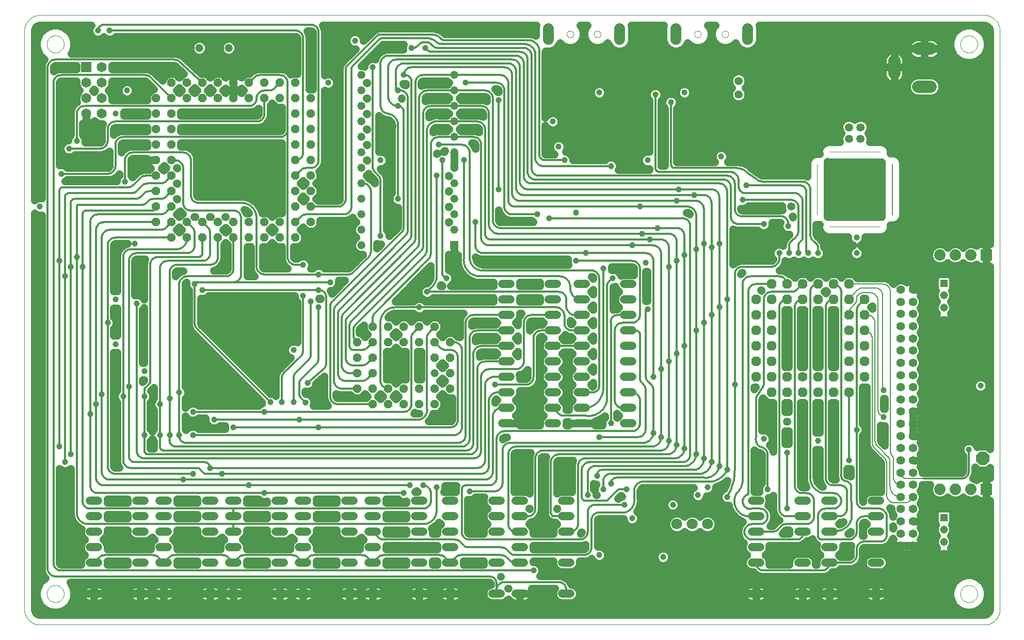
<source format=gbl>
G75*
%MOIN*%
%OFA0B0*%
%FSLAX24Y24*%
%IPPOS*%
%LPD*%
%AMOC8*
5,1,8,0,0,1.08239X$1,22.5*
%
%ADD10C,0.0000*%
%ADD11OC8,0.0520*%
%ADD12C,0.0520*%
%ADD13R,0.0520X0.0520*%
%ADD14C,0.0520*%
%ADD15C,0.0800*%
%ADD16R,0.0515X0.0515*%
%ADD17C,0.0515*%
%ADD18C,0.0709*%
%ADD19C,0.0630*%
%ADD20OC8,0.0630*%
%ADD21C,0.0700*%
%ADD22R,0.0740X0.0740*%
%ADD23C,0.0740*%
%ADD24C,0.0554*%
%ADD25OC8,0.0850*%
%ADD26C,0.0080*%
%ADD27R,0.0650X0.0650*%
%ADD28C,0.0650*%
%ADD29C,0.0500*%
%ADD30C,0.0396*%
%ADD31C,0.0357*%
%ADD32C,0.0531*%
%ADD33C,0.0120*%
D10*
X000350Y001350D02*
X000350Y038720D01*
X000352Y038780D01*
X000357Y038841D01*
X000366Y038900D01*
X000379Y038959D01*
X000395Y039018D01*
X000415Y039075D01*
X000438Y039130D01*
X000465Y039185D01*
X000494Y039237D01*
X000527Y039288D01*
X000563Y039337D01*
X000601Y039383D01*
X000643Y039427D01*
X000687Y039469D01*
X000733Y039507D01*
X000782Y039543D01*
X000833Y039576D01*
X000885Y039605D01*
X000940Y039632D01*
X000995Y039655D01*
X001052Y039675D01*
X001111Y039691D01*
X001170Y039704D01*
X001229Y039713D01*
X001290Y039718D01*
X001350Y039720D01*
X062342Y039720D01*
X062402Y039718D01*
X062463Y039713D01*
X062522Y039704D01*
X062581Y039691D01*
X062640Y039675D01*
X062697Y039655D01*
X062752Y039632D01*
X062807Y039605D01*
X062859Y039576D01*
X062910Y039543D01*
X062959Y039507D01*
X063005Y039469D01*
X063049Y039427D01*
X063091Y039383D01*
X063129Y039337D01*
X063165Y039288D01*
X063198Y039237D01*
X063227Y039185D01*
X063254Y039130D01*
X063277Y039075D01*
X063297Y039018D01*
X063313Y038959D01*
X063326Y038900D01*
X063335Y038841D01*
X063340Y038780D01*
X063342Y038720D01*
X063342Y001350D01*
X063340Y001290D01*
X063335Y001229D01*
X063326Y001170D01*
X063313Y001111D01*
X063297Y001052D01*
X063277Y000995D01*
X063254Y000940D01*
X063227Y000885D01*
X063198Y000833D01*
X063165Y000782D01*
X063129Y000733D01*
X063091Y000687D01*
X063049Y000643D01*
X063005Y000601D01*
X062959Y000563D01*
X062910Y000527D01*
X062859Y000494D01*
X062807Y000465D01*
X062752Y000438D01*
X062697Y000415D01*
X062640Y000395D01*
X062581Y000379D01*
X062522Y000366D01*
X062463Y000357D01*
X062402Y000352D01*
X062342Y000350D01*
X001350Y000350D01*
X001290Y000352D01*
X001229Y000357D01*
X001170Y000366D01*
X001111Y000379D01*
X001052Y000395D01*
X000995Y000415D01*
X000940Y000438D01*
X000885Y000465D01*
X000833Y000494D01*
X000782Y000527D01*
X000733Y000563D01*
X000687Y000601D01*
X000643Y000643D01*
X000601Y000687D01*
X000563Y000733D01*
X000527Y000782D01*
X000494Y000833D01*
X000465Y000885D01*
X000438Y000940D01*
X000415Y000995D01*
X000395Y001052D01*
X000379Y001111D01*
X000366Y001170D01*
X000357Y001229D01*
X000352Y001290D01*
X000350Y001350D01*
X001799Y002350D02*
X001801Y002397D01*
X001807Y002443D01*
X001817Y002489D01*
X001830Y002534D01*
X001848Y002577D01*
X001869Y002619D01*
X001893Y002659D01*
X001921Y002696D01*
X001952Y002731D01*
X001986Y002764D01*
X002022Y002793D01*
X002061Y002819D01*
X002102Y002842D01*
X002145Y002861D01*
X002189Y002877D01*
X002234Y002889D01*
X002280Y002897D01*
X002327Y002901D01*
X002373Y002901D01*
X002420Y002897D01*
X002466Y002889D01*
X002511Y002877D01*
X002555Y002861D01*
X002598Y002842D01*
X002639Y002819D01*
X002678Y002793D01*
X002714Y002764D01*
X002748Y002731D01*
X002779Y002696D01*
X002807Y002659D01*
X002831Y002619D01*
X002852Y002577D01*
X002870Y002534D01*
X002883Y002489D01*
X002893Y002443D01*
X002899Y002397D01*
X002901Y002350D01*
X002899Y002303D01*
X002893Y002257D01*
X002883Y002211D01*
X002870Y002166D01*
X002852Y002123D01*
X002831Y002081D01*
X002807Y002041D01*
X002779Y002004D01*
X002748Y001969D01*
X002714Y001936D01*
X002678Y001907D01*
X002639Y001881D01*
X002598Y001858D01*
X002555Y001839D01*
X002511Y001823D01*
X002466Y001811D01*
X002420Y001803D01*
X002373Y001799D01*
X002327Y001799D01*
X002280Y001803D01*
X002234Y001811D01*
X002189Y001823D01*
X002145Y001839D01*
X002102Y001858D01*
X002061Y001881D01*
X002022Y001907D01*
X001986Y001936D01*
X001952Y001969D01*
X001921Y002004D01*
X001893Y002041D01*
X001869Y002081D01*
X001848Y002123D01*
X001830Y002166D01*
X001817Y002211D01*
X001807Y002257D01*
X001801Y002303D01*
X001799Y002350D01*
X001799Y037850D02*
X001801Y037897D01*
X001807Y037943D01*
X001817Y037989D01*
X001830Y038034D01*
X001848Y038077D01*
X001869Y038119D01*
X001893Y038159D01*
X001921Y038196D01*
X001952Y038231D01*
X001986Y038264D01*
X002022Y038293D01*
X002061Y038319D01*
X002102Y038342D01*
X002145Y038361D01*
X002189Y038377D01*
X002234Y038389D01*
X002280Y038397D01*
X002327Y038401D01*
X002373Y038401D01*
X002420Y038397D01*
X002466Y038389D01*
X002511Y038377D01*
X002555Y038361D01*
X002598Y038342D01*
X002639Y038319D01*
X002678Y038293D01*
X002714Y038264D01*
X002748Y038231D01*
X002779Y038196D01*
X002807Y038159D01*
X002831Y038119D01*
X002852Y038077D01*
X002870Y038034D01*
X002883Y037989D01*
X002893Y037943D01*
X002899Y037897D01*
X002901Y037850D01*
X002899Y037803D01*
X002893Y037757D01*
X002883Y037711D01*
X002870Y037666D01*
X002852Y037623D01*
X002831Y037581D01*
X002807Y037541D01*
X002779Y037504D01*
X002748Y037469D01*
X002714Y037436D01*
X002678Y037407D01*
X002639Y037381D01*
X002598Y037358D01*
X002555Y037339D01*
X002511Y037323D01*
X002466Y037311D01*
X002420Y037303D01*
X002373Y037299D01*
X002327Y037299D01*
X002280Y037303D01*
X002234Y037311D01*
X002189Y037323D01*
X002145Y037339D01*
X002102Y037358D01*
X002061Y037381D01*
X002022Y037407D01*
X001986Y037436D01*
X001952Y037469D01*
X001921Y037504D01*
X001893Y037541D01*
X001869Y037581D01*
X001848Y037623D01*
X001830Y037666D01*
X001817Y037711D01*
X001807Y037757D01*
X001801Y037803D01*
X001799Y037850D01*
X034015Y038209D02*
X034017Y038234D01*
X034023Y038258D01*
X034032Y038280D01*
X034045Y038301D01*
X034061Y038320D01*
X034080Y038336D01*
X034101Y038349D01*
X034123Y038358D01*
X034147Y038364D01*
X034172Y038366D01*
X034197Y038364D01*
X034221Y038358D01*
X034243Y038349D01*
X034264Y038336D01*
X034283Y038320D01*
X034299Y038301D01*
X034312Y038280D01*
X034321Y038258D01*
X034327Y038234D01*
X034329Y038209D01*
X034327Y038184D01*
X034321Y038160D01*
X034312Y038138D01*
X034299Y038117D01*
X034283Y038098D01*
X034264Y038082D01*
X034243Y038069D01*
X034221Y038060D01*
X034197Y038054D01*
X034172Y038052D01*
X034147Y038054D01*
X034123Y038060D01*
X034101Y038069D01*
X034080Y038082D01*
X034061Y038098D01*
X034045Y038117D01*
X034032Y038138D01*
X034023Y038160D01*
X034017Y038184D01*
X034015Y038209D01*
X034015Y038367D02*
X034017Y038392D01*
X034023Y038416D01*
X034032Y038438D01*
X034045Y038459D01*
X034061Y038478D01*
X034080Y038494D01*
X034101Y038507D01*
X034123Y038516D01*
X034147Y038522D01*
X034172Y038524D01*
X034197Y038522D01*
X034221Y038516D01*
X034243Y038507D01*
X034264Y038494D01*
X034283Y038478D01*
X034299Y038459D01*
X034312Y038438D01*
X034321Y038416D01*
X034327Y038392D01*
X034329Y038367D01*
X034327Y038342D01*
X034321Y038318D01*
X034312Y038296D01*
X034299Y038275D01*
X034283Y038256D01*
X034264Y038240D01*
X034243Y038227D01*
X034221Y038218D01*
X034197Y038212D01*
X034172Y038210D01*
X034147Y038212D01*
X034123Y038218D01*
X034101Y038227D01*
X034080Y038240D01*
X034061Y038256D01*
X034045Y038275D01*
X034032Y038296D01*
X034023Y038318D01*
X034017Y038342D01*
X034015Y038367D01*
X034015Y038682D02*
X034017Y038707D01*
X034023Y038731D01*
X034032Y038753D01*
X034045Y038774D01*
X034061Y038793D01*
X034080Y038809D01*
X034101Y038822D01*
X034123Y038831D01*
X034147Y038837D01*
X034172Y038839D01*
X034197Y038837D01*
X034221Y038831D01*
X034243Y038822D01*
X034264Y038809D01*
X034283Y038793D01*
X034299Y038774D01*
X034312Y038753D01*
X034321Y038731D01*
X034327Y038707D01*
X034329Y038682D01*
X034327Y038657D01*
X034321Y038633D01*
X034312Y038611D01*
X034299Y038590D01*
X034283Y038571D01*
X034264Y038555D01*
X034243Y038542D01*
X034221Y038533D01*
X034197Y038527D01*
X034172Y038525D01*
X034147Y038527D01*
X034123Y038533D01*
X034101Y038542D01*
X034080Y038555D01*
X034061Y038571D01*
X034045Y038590D01*
X034032Y038611D01*
X034023Y038633D01*
X034017Y038657D01*
X034015Y038682D01*
X034015Y038839D02*
X034017Y038864D01*
X034023Y038888D01*
X034032Y038910D01*
X034045Y038931D01*
X034061Y038950D01*
X034080Y038966D01*
X034101Y038979D01*
X034123Y038988D01*
X034147Y038994D01*
X034172Y038996D01*
X034197Y038994D01*
X034221Y038988D01*
X034243Y038979D01*
X034264Y038966D01*
X034283Y038950D01*
X034299Y038931D01*
X034312Y038910D01*
X034321Y038888D01*
X034327Y038864D01*
X034329Y038839D01*
X034327Y038814D01*
X034321Y038790D01*
X034312Y038768D01*
X034299Y038747D01*
X034283Y038728D01*
X034264Y038712D01*
X034243Y038699D01*
X034221Y038690D01*
X034197Y038684D01*
X034172Y038682D01*
X034147Y038684D01*
X034123Y038690D01*
X034101Y038699D01*
X034080Y038712D01*
X034061Y038728D01*
X034045Y038747D01*
X034032Y038768D01*
X034023Y038790D01*
X034017Y038814D01*
X034015Y038839D01*
X035372Y038497D02*
X035374Y038526D01*
X035380Y038554D01*
X035389Y038582D01*
X035402Y038608D01*
X035419Y038631D01*
X035438Y038653D01*
X035460Y038672D01*
X035485Y038687D01*
X035511Y038700D01*
X035539Y038708D01*
X035567Y038713D01*
X035596Y038714D01*
X035625Y038711D01*
X035653Y038704D01*
X035680Y038694D01*
X035706Y038680D01*
X035729Y038663D01*
X035750Y038643D01*
X035768Y038620D01*
X035783Y038595D01*
X035794Y038568D01*
X035802Y038540D01*
X035806Y038511D01*
X035806Y038483D01*
X035802Y038454D01*
X035794Y038426D01*
X035783Y038399D01*
X035768Y038374D01*
X035750Y038351D01*
X035729Y038331D01*
X035706Y038314D01*
X035680Y038300D01*
X035653Y038290D01*
X035625Y038283D01*
X035596Y038280D01*
X035567Y038281D01*
X035539Y038286D01*
X035511Y038294D01*
X035485Y038307D01*
X035460Y038322D01*
X035438Y038341D01*
X035419Y038363D01*
X035402Y038386D01*
X035389Y038412D01*
X035380Y038440D01*
X035374Y038468D01*
X035372Y038497D01*
X037144Y038497D02*
X037146Y038526D01*
X037152Y038554D01*
X037161Y038582D01*
X037174Y038608D01*
X037191Y038631D01*
X037210Y038653D01*
X037232Y038672D01*
X037257Y038687D01*
X037283Y038700D01*
X037311Y038708D01*
X037339Y038713D01*
X037368Y038714D01*
X037397Y038711D01*
X037425Y038704D01*
X037452Y038694D01*
X037478Y038680D01*
X037501Y038663D01*
X037522Y038643D01*
X037540Y038620D01*
X037555Y038595D01*
X037566Y038568D01*
X037574Y038540D01*
X037578Y038511D01*
X037578Y038483D01*
X037574Y038454D01*
X037566Y038426D01*
X037555Y038399D01*
X037540Y038374D01*
X037522Y038351D01*
X037501Y038331D01*
X037478Y038314D01*
X037452Y038300D01*
X037425Y038290D01*
X037397Y038283D01*
X037368Y038280D01*
X037339Y038281D01*
X037311Y038286D01*
X037283Y038294D01*
X037257Y038307D01*
X037232Y038322D01*
X037210Y038341D01*
X037191Y038363D01*
X037174Y038386D01*
X037161Y038412D01*
X037152Y038440D01*
X037146Y038468D01*
X037144Y038497D01*
X038621Y038367D02*
X038623Y038392D01*
X038629Y038416D01*
X038638Y038438D01*
X038651Y038459D01*
X038667Y038478D01*
X038686Y038494D01*
X038707Y038507D01*
X038729Y038516D01*
X038753Y038522D01*
X038778Y038524D01*
X038803Y038522D01*
X038827Y038516D01*
X038849Y038507D01*
X038870Y038494D01*
X038889Y038478D01*
X038905Y038459D01*
X038918Y038438D01*
X038927Y038416D01*
X038933Y038392D01*
X038935Y038367D01*
X038933Y038342D01*
X038927Y038318D01*
X038918Y038296D01*
X038905Y038275D01*
X038889Y038256D01*
X038870Y038240D01*
X038849Y038227D01*
X038827Y038218D01*
X038803Y038212D01*
X038778Y038210D01*
X038753Y038212D01*
X038729Y038218D01*
X038707Y038227D01*
X038686Y038240D01*
X038667Y038256D01*
X038651Y038275D01*
X038638Y038296D01*
X038629Y038318D01*
X038623Y038342D01*
X038621Y038367D01*
X038621Y038209D02*
X038623Y038234D01*
X038629Y038258D01*
X038638Y038280D01*
X038651Y038301D01*
X038667Y038320D01*
X038686Y038336D01*
X038707Y038349D01*
X038729Y038358D01*
X038753Y038364D01*
X038778Y038366D01*
X038803Y038364D01*
X038827Y038358D01*
X038849Y038349D01*
X038870Y038336D01*
X038889Y038320D01*
X038905Y038301D01*
X038918Y038280D01*
X038927Y038258D01*
X038933Y038234D01*
X038935Y038209D01*
X038933Y038184D01*
X038927Y038160D01*
X038918Y038138D01*
X038905Y038117D01*
X038889Y038098D01*
X038870Y038082D01*
X038849Y038069D01*
X038827Y038060D01*
X038803Y038054D01*
X038778Y038052D01*
X038753Y038054D01*
X038729Y038060D01*
X038707Y038069D01*
X038686Y038082D01*
X038667Y038098D01*
X038651Y038117D01*
X038638Y038138D01*
X038629Y038160D01*
X038623Y038184D01*
X038621Y038209D01*
X038621Y038682D02*
X038623Y038707D01*
X038629Y038731D01*
X038638Y038753D01*
X038651Y038774D01*
X038667Y038793D01*
X038686Y038809D01*
X038707Y038822D01*
X038729Y038831D01*
X038753Y038837D01*
X038778Y038839D01*
X038803Y038837D01*
X038827Y038831D01*
X038849Y038822D01*
X038870Y038809D01*
X038889Y038793D01*
X038905Y038774D01*
X038918Y038753D01*
X038927Y038731D01*
X038933Y038707D01*
X038935Y038682D01*
X038933Y038657D01*
X038927Y038633D01*
X038918Y038611D01*
X038905Y038590D01*
X038889Y038571D01*
X038870Y038555D01*
X038849Y038542D01*
X038827Y038533D01*
X038803Y038527D01*
X038778Y038525D01*
X038753Y038527D01*
X038729Y038533D01*
X038707Y038542D01*
X038686Y038555D01*
X038667Y038571D01*
X038651Y038590D01*
X038638Y038611D01*
X038629Y038633D01*
X038623Y038657D01*
X038621Y038682D01*
X038621Y038839D02*
X038623Y038864D01*
X038629Y038888D01*
X038638Y038910D01*
X038651Y038931D01*
X038667Y038950D01*
X038686Y038966D01*
X038707Y038979D01*
X038729Y038988D01*
X038753Y038994D01*
X038778Y038996D01*
X038803Y038994D01*
X038827Y038988D01*
X038849Y038979D01*
X038870Y038966D01*
X038889Y038950D01*
X038905Y038931D01*
X038918Y038910D01*
X038927Y038888D01*
X038933Y038864D01*
X038935Y038839D01*
X038933Y038814D01*
X038927Y038790D01*
X038918Y038768D01*
X038905Y038747D01*
X038889Y038728D01*
X038870Y038712D01*
X038849Y038699D01*
X038827Y038690D01*
X038803Y038684D01*
X038778Y038682D01*
X038753Y038684D01*
X038729Y038690D01*
X038707Y038699D01*
X038686Y038712D01*
X038667Y038728D01*
X038651Y038747D01*
X038638Y038768D01*
X038629Y038790D01*
X038623Y038814D01*
X038621Y038839D01*
X042265Y038839D02*
X042267Y038864D01*
X042273Y038888D01*
X042282Y038910D01*
X042295Y038931D01*
X042311Y038950D01*
X042330Y038966D01*
X042351Y038979D01*
X042373Y038988D01*
X042397Y038994D01*
X042422Y038996D01*
X042447Y038994D01*
X042471Y038988D01*
X042493Y038979D01*
X042514Y038966D01*
X042533Y038950D01*
X042549Y038931D01*
X042562Y038910D01*
X042571Y038888D01*
X042577Y038864D01*
X042579Y038839D01*
X042577Y038814D01*
X042571Y038790D01*
X042562Y038768D01*
X042549Y038747D01*
X042533Y038728D01*
X042514Y038712D01*
X042493Y038699D01*
X042471Y038690D01*
X042447Y038684D01*
X042422Y038682D01*
X042397Y038684D01*
X042373Y038690D01*
X042351Y038699D01*
X042330Y038712D01*
X042311Y038728D01*
X042295Y038747D01*
X042282Y038768D01*
X042273Y038790D01*
X042267Y038814D01*
X042265Y038839D01*
X042265Y038682D02*
X042267Y038707D01*
X042273Y038731D01*
X042282Y038753D01*
X042295Y038774D01*
X042311Y038793D01*
X042330Y038809D01*
X042351Y038822D01*
X042373Y038831D01*
X042397Y038837D01*
X042422Y038839D01*
X042447Y038837D01*
X042471Y038831D01*
X042493Y038822D01*
X042514Y038809D01*
X042533Y038793D01*
X042549Y038774D01*
X042562Y038753D01*
X042571Y038731D01*
X042577Y038707D01*
X042579Y038682D01*
X042577Y038657D01*
X042571Y038633D01*
X042562Y038611D01*
X042549Y038590D01*
X042533Y038571D01*
X042514Y038555D01*
X042493Y038542D01*
X042471Y038533D01*
X042447Y038527D01*
X042422Y038525D01*
X042397Y038527D01*
X042373Y038533D01*
X042351Y038542D01*
X042330Y038555D01*
X042311Y038571D01*
X042295Y038590D01*
X042282Y038611D01*
X042273Y038633D01*
X042267Y038657D01*
X042265Y038682D01*
X042265Y038367D02*
X042267Y038392D01*
X042273Y038416D01*
X042282Y038438D01*
X042295Y038459D01*
X042311Y038478D01*
X042330Y038494D01*
X042351Y038507D01*
X042373Y038516D01*
X042397Y038522D01*
X042422Y038524D01*
X042447Y038522D01*
X042471Y038516D01*
X042493Y038507D01*
X042514Y038494D01*
X042533Y038478D01*
X042549Y038459D01*
X042562Y038438D01*
X042571Y038416D01*
X042577Y038392D01*
X042579Y038367D01*
X042577Y038342D01*
X042571Y038318D01*
X042562Y038296D01*
X042549Y038275D01*
X042533Y038256D01*
X042514Y038240D01*
X042493Y038227D01*
X042471Y038218D01*
X042447Y038212D01*
X042422Y038210D01*
X042397Y038212D01*
X042373Y038218D01*
X042351Y038227D01*
X042330Y038240D01*
X042311Y038256D01*
X042295Y038275D01*
X042282Y038296D01*
X042273Y038318D01*
X042267Y038342D01*
X042265Y038367D01*
X042265Y038209D02*
X042267Y038234D01*
X042273Y038258D01*
X042282Y038280D01*
X042295Y038301D01*
X042311Y038320D01*
X042330Y038336D01*
X042351Y038349D01*
X042373Y038358D01*
X042397Y038364D01*
X042422Y038366D01*
X042447Y038364D01*
X042471Y038358D01*
X042493Y038349D01*
X042514Y038336D01*
X042533Y038320D01*
X042549Y038301D01*
X042562Y038280D01*
X042571Y038258D01*
X042577Y038234D01*
X042579Y038209D01*
X042577Y038184D01*
X042571Y038160D01*
X042562Y038138D01*
X042549Y038117D01*
X042533Y038098D01*
X042514Y038082D01*
X042493Y038069D01*
X042471Y038060D01*
X042447Y038054D01*
X042422Y038052D01*
X042397Y038054D01*
X042373Y038060D01*
X042351Y038069D01*
X042330Y038082D01*
X042311Y038098D01*
X042295Y038117D01*
X042282Y038138D01*
X042273Y038160D01*
X042267Y038184D01*
X042265Y038209D01*
X043622Y038497D02*
X043624Y038526D01*
X043630Y038554D01*
X043639Y038582D01*
X043652Y038608D01*
X043669Y038631D01*
X043688Y038653D01*
X043710Y038672D01*
X043735Y038687D01*
X043761Y038700D01*
X043789Y038708D01*
X043817Y038713D01*
X043846Y038714D01*
X043875Y038711D01*
X043903Y038704D01*
X043930Y038694D01*
X043956Y038680D01*
X043979Y038663D01*
X044000Y038643D01*
X044018Y038620D01*
X044033Y038595D01*
X044044Y038568D01*
X044052Y038540D01*
X044056Y038511D01*
X044056Y038483D01*
X044052Y038454D01*
X044044Y038426D01*
X044033Y038399D01*
X044018Y038374D01*
X044000Y038351D01*
X043979Y038331D01*
X043956Y038314D01*
X043930Y038300D01*
X043903Y038290D01*
X043875Y038283D01*
X043846Y038280D01*
X043817Y038281D01*
X043789Y038286D01*
X043761Y038294D01*
X043735Y038307D01*
X043710Y038322D01*
X043688Y038341D01*
X043669Y038363D01*
X043652Y038386D01*
X043639Y038412D01*
X043630Y038440D01*
X043624Y038468D01*
X043622Y038497D01*
X045394Y038497D02*
X045396Y038526D01*
X045402Y038554D01*
X045411Y038582D01*
X045424Y038608D01*
X045441Y038631D01*
X045460Y038653D01*
X045482Y038672D01*
X045507Y038687D01*
X045533Y038700D01*
X045561Y038708D01*
X045589Y038713D01*
X045618Y038714D01*
X045647Y038711D01*
X045675Y038704D01*
X045702Y038694D01*
X045728Y038680D01*
X045751Y038663D01*
X045772Y038643D01*
X045790Y038620D01*
X045805Y038595D01*
X045816Y038568D01*
X045824Y038540D01*
X045828Y038511D01*
X045828Y038483D01*
X045824Y038454D01*
X045816Y038426D01*
X045805Y038399D01*
X045790Y038374D01*
X045772Y038351D01*
X045751Y038331D01*
X045728Y038314D01*
X045702Y038300D01*
X045675Y038290D01*
X045647Y038283D01*
X045618Y038280D01*
X045589Y038281D01*
X045561Y038286D01*
X045533Y038294D01*
X045507Y038307D01*
X045482Y038322D01*
X045460Y038341D01*
X045441Y038363D01*
X045424Y038386D01*
X045411Y038412D01*
X045402Y038440D01*
X045396Y038468D01*
X045394Y038497D01*
X046871Y038367D02*
X046873Y038392D01*
X046879Y038416D01*
X046888Y038438D01*
X046901Y038459D01*
X046917Y038478D01*
X046936Y038494D01*
X046957Y038507D01*
X046979Y038516D01*
X047003Y038522D01*
X047028Y038524D01*
X047053Y038522D01*
X047077Y038516D01*
X047099Y038507D01*
X047120Y038494D01*
X047139Y038478D01*
X047155Y038459D01*
X047168Y038438D01*
X047177Y038416D01*
X047183Y038392D01*
X047185Y038367D01*
X047183Y038342D01*
X047177Y038318D01*
X047168Y038296D01*
X047155Y038275D01*
X047139Y038256D01*
X047120Y038240D01*
X047099Y038227D01*
X047077Y038218D01*
X047053Y038212D01*
X047028Y038210D01*
X047003Y038212D01*
X046979Y038218D01*
X046957Y038227D01*
X046936Y038240D01*
X046917Y038256D01*
X046901Y038275D01*
X046888Y038296D01*
X046879Y038318D01*
X046873Y038342D01*
X046871Y038367D01*
X046871Y038209D02*
X046873Y038234D01*
X046879Y038258D01*
X046888Y038280D01*
X046901Y038301D01*
X046917Y038320D01*
X046936Y038336D01*
X046957Y038349D01*
X046979Y038358D01*
X047003Y038364D01*
X047028Y038366D01*
X047053Y038364D01*
X047077Y038358D01*
X047099Y038349D01*
X047120Y038336D01*
X047139Y038320D01*
X047155Y038301D01*
X047168Y038280D01*
X047177Y038258D01*
X047183Y038234D01*
X047185Y038209D01*
X047183Y038184D01*
X047177Y038160D01*
X047168Y038138D01*
X047155Y038117D01*
X047139Y038098D01*
X047120Y038082D01*
X047099Y038069D01*
X047077Y038060D01*
X047053Y038054D01*
X047028Y038052D01*
X047003Y038054D01*
X046979Y038060D01*
X046957Y038069D01*
X046936Y038082D01*
X046917Y038098D01*
X046901Y038117D01*
X046888Y038138D01*
X046879Y038160D01*
X046873Y038184D01*
X046871Y038209D01*
X046871Y038682D02*
X046873Y038707D01*
X046879Y038731D01*
X046888Y038753D01*
X046901Y038774D01*
X046917Y038793D01*
X046936Y038809D01*
X046957Y038822D01*
X046979Y038831D01*
X047003Y038837D01*
X047028Y038839D01*
X047053Y038837D01*
X047077Y038831D01*
X047099Y038822D01*
X047120Y038809D01*
X047139Y038793D01*
X047155Y038774D01*
X047168Y038753D01*
X047177Y038731D01*
X047183Y038707D01*
X047185Y038682D01*
X047183Y038657D01*
X047177Y038633D01*
X047168Y038611D01*
X047155Y038590D01*
X047139Y038571D01*
X047120Y038555D01*
X047099Y038542D01*
X047077Y038533D01*
X047053Y038527D01*
X047028Y038525D01*
X047003Y038527D01*
X046979Y038533D01*
X046957Y038542D01*
X046936Y038555D01*
X046917Y038571D01*
X046901Y038590D01*
X046888Y038611D01*
X046879Y038633D01*
X046873Y038657D01*
X046871Y038682D01*
X046871Y038839D02*
X046873Y038864D01*
X046879Y038888D01*
X046888Y038910D01*
X046901Y038931D01*
X046917Y038950D01*
X046936Y038966D01*
X046957Y038979D01*
X046979Y038988D01*
X047003Y038994D01*
X047028Y038996D01*
X047053Y038994D01*
X047077Y038988D01*
X047099Y038979D01*
X047120Y038966D01*
X047139Y038950D01*
X047155Y038931D01*
X047168Y038910D01*
X047177Y038888D01*
X047183Y038864D01*
X047185Y038839D01*
X047183Y038814D01*
X047177Y038790D01*
X047168Y038768D01*
X047155Y038747D01*
X047139Y038728D01*
X047120Y038712D01*
X047099Y038699D01*
X047077Y038690D01*
X047053Y038684D01*
X047028Y038682D01*
X047003Y038684D01*
X046979Y038690D01*
X046957Y038699D01*
X046936Y038712D01*
X046917Y038728D01*
X046901Y038747D01*
X046888Y038768D01*
X046879Y038790D01*
X046873Y038814D01*
X046871Y038839D01*
X052341Y030896D02*
X055609Y030896D01*
X051554Y030109D02*
X051554Y026841D01*
X052341Y026054D02*
X055609Y026054D01*
X060799Y037850D02*
X060801Y037897D01*
X060807Y037943D01*
X060817Y037989D01*
X060830Y038034D01*
X060848Y038077D01*
X060869Y038119D01*
X060893Y038159D01*
X060921Y038196D01*
X060952Y038231D01*
X060986Y038264D01*
X061022Y038293D01*
X061061Y038319D01*
X061102Y038342D01*
X061145Y038361D01*
X061189Y038377D01*
X061234Y038389D01*
X061280Y038397D01*
X061327Y038401D01*
X061373Y038401D01*
X061420Y038397D01*
X061466Y038389D01*
X061511Y038377D01*
X061555Y038361D01*
X061598Y038342D01*
X061639Y038319D01*
X061678Y038293D01*
X061714Y038264D01*
X061748Y038231D01*
X061779Y038196D01*
X061807Y038159D01*
X061831Y038119D01*
X061852Y038077D01*
X061870Y038034D01*
X061883Y037989D01*
X061893Y037943D01*
X061899Y037897D01*
X061901Y037850D01*
X061899Y037803D01*
X061893Y037757D01*
X061883Y037711D01*
X061870Y037666D01*
X061852Y037623D01*
X061831Y037581D01*
X061807Y037541D01*
X061779Y037504D01*
X061748Y037469D01*
X061714Y037436D01*
X061678Y037407D01*
X061639Y037381D01*
X061598Y037358D01*
X061555Y037339D01*
X061511Y037323D01*
X061466Y037311D01*
X061420Y037303D01*
X061373Y037299D01*
X061327Y037299D01*
X061280Y037303D01*
X061234Y037311D01*
X061189Y037323D01*
X061145Y037339D01*
X061102Y037358D01*
X061061Y037381D01*
X061022Y037407D01*
X060986Y037436D01*
X060952Y037469D01*
X060921Y037504D01*
X060893Y037541D01*
X060869Y037581D01*
X060848Y037623D01*
X060830Y037666D01*
X060817Y037711D01*
X060807Y037757D01*
X060801Y037803D01*
X060799Y037850D01*
X060799Y002350D02*
X060801Y002397D01*
X060807Y002443D01*
X060817Y002489D01*
X060830Y002534D01*
X060848Y002577D01*
X060869Y002619D01*
X060893Y002659D01*
X060921Y002696D01*
X060952Y002731D01*
X060986Y002764D01*
X061022Y002793D01*
X061061Y002819D01*
X061102Y002842D01*
X061145Y002861D01*
X061189Y002877D01*
X061234Y002889D01*
X061280Y002897D01*
X061327Y002901D01*
X061373Y002901D01*
X061420Y002897D01*
X061466Y002889D01*
X061511Y002877D01*
X061555Y002861D01*
X061598Y002842D01*
X061639Y002819D01*
X061678Y002793D01*
X061714Y002764D01*
X061748Y002731D01*
X061779Y002696D01*
X061807Y002659D01*
X061831Y002619D01*
X061852Y002577D01*
X061870Y002534D01*
X061883Y002489D01*
X061893Y002443D01*
X061899Y002397D01*
X061901Y002350D01*
X061899Y002303D01*
X061893Y002257D01*
X061883Y002211D01*
X061870Y002166D01*
X061852Y002123D01*
X061831Y002081D01*
X061807Y002041D01*
X061779Y002004D01*
X061748Y001969D01*
X061714Y001936D01*
X061678Y001907D01*
X061639Y001881D01*
X061598Y001858D01*
X061555Y001839D01*
X061511Y001823D01*
X061466Y001811D01*
X061420Y001803D01*
X061373Y001799D01*
X061327Y001799D01*
X061280Y001803D01*
X061234Y001811D01*
X061189Y001823D01*
X061145Y001839D01*
X061102Y001858D01*
X061061Y001881D01*
X061022Y001907D01*
X060986Y001936D01*
X060952Y001969D01*
X060921Y002004D01*
X060893Y002041D01*
X060869Y002081D01*
X060848Y002123D01*
X060830Y002166D01*
X060817Y002211D01*
X060807Y002257D01*
X060801Y002303D01*
X060799Y002350D01*
D11*
X027850Y015600D03*
X026850Y015600D03*
X026850Y014600D03*
X025850Y014600D03*
X024850Y014600D03*
X024850Y015600D03*
X025850Y015600D03*
X023850Y015600D03*
X023850Y014600D03*
X022850Y014600D03*
X022850Y015600D03*
X021850Y015600D03*
X021850Y016600D03*
X022850Y016600D03*
X022850Y017600D03*
X021850Y017600D03*
X021850Y018600D03*
X022850Y018600D03*
X022850Y019600D03*
X023850Y019600D03*
X023850Y018600D03*
X024850Y018600D03*
X025850Y018600D03*
X025850Y019600D03*
X024850Y019600D03*
X026850Y019600D03*
X026850Y018600D03*
X027850Y018600D03*
X027850Y017600D03*
X026850Y017600D03*
X027850Y016600D03*
X017850Y025350D03*
X017850Y026350D03*
X018850Y026350D03*
X018850Y027350D03*
X017850Y027350D03*
X016850Y026350D03*
X016850Y025350D03*
X015850Y025350D03*
X014850Y025350D03*
X014850Y026350D03*
X015850Y026350D03*
X013850Y026350D03*
X012850Y026350D03*
X012850Y025350D03*
X013850Y025350D03*
X011850Y025350D03*
X010850Y025350D03*
X010850Y026350D03*
X011850Y026350D03*
X009850Y026350D03*
X009850Y025350D03*
X008850Y026350D03*
X008850Y027350D03*
X009850Y027350D03*
X009850Y028350D03*
X009850Y029350D03*
X009850Y030350D03*
X009850Y031350D03*
X009850Y032350D03*
X008850Y032350D03*
X008850Y031350D03*
X008850Y030350D03*
X008850Y029350D03*
X008850Y028350D03*
X008850Y033350D03*
X008850Y034350D03*
X009850Y034350D03*
X009850Y033350D03*
X010850Y034350D03*
X011850Y034350D03*
X011850Y035350D03*
X010850Y035350D03*
X009850Y035350D03*
X012850Y035350D03*
X013850Y035350D03*
X013850Y034350D03*
X012850Y034350D03*
X014850Y034350D03*
X015850Y034350D03*
X015850Y035350D03*
X014850Y035350D03*
X016850Y035350D03*
X016850Y034350D03*
X017850Y034350D03*
X018850Y034350D03*
X018850Y033350D03*
X017850Y033350D03*
X017850Y032350D03*
X018850Y032350D03*
X018850Y031350D03*
X017850Y031350D03*
X017850Y030350D03*
X018850Y030350D03*
X018850Y029350D03*
X017850Y029350D03*
X017850Y028350D03*
X018850Y028350D03*
X017850Y035350D03*
D12*
X031215Y022350D02*
X031735Y022350D01*
X031735Y021350D02*
X031215Y021350D01*
X031215Y020350D02*
X031735Y020350D01*
X031735Y019350D02*
X031215Y019350D01*
X031215Y018350D02*
X031735Y018350D01*
X031735Y017350D02*
X031215Y017350D01*
X031215Y016350D02*
X031735Y016350D01*
X031735Y015350D02*
X031215Y015350D01*
X031215Y014350D02*
X031735Y014350D01*
X031735Y013350D02*
X031215Y013350D01*
X034215Y013350D02*
X034735Y013350D01*
X034735Y014350D02*
X034215Y014350D01*
X034215Y015350D02*
X034735Y015350D01*
X034735Y016350D02*
X034215Y016350D01*
X034215Y017350D02*
X034735Y017350D01*
X034735Y018350D02*
X034215Y018350D01*
X034215Y019350D02*
X034735Y019350D01*
X034735Y020350D02*
X034215Y020350D01*
X034215Y021350D02*
X034735Y021350D01*
X036090Y021350D02*
X036610Y021350D01*
X036610Y020350D02*
X036090Y020350D01*
X036090Y019350D02*
X036610Y019350D01*
X036610Y018350D02*
X036090Y018350D01*
X036090Y017350D02*
X036610Y017350D01*
X036610Y016350D02*
X036090Y016350D01*
X036090Y015350D02*
X036610Y015350D01*
X036610Y014350D02*
X036090Y014350D01*
X036090Y013350D02*
X036610Y013350D01*
X039090Y013350D02*
X039610Y013350D01*
X039610Y014350D02*
X039090Y014350D01*
X039090Y015350D02*
X039610Y015350D01*
X039610Y016350D02*
X039090Y016350D01*
X039090Y017350D02*
X039610Y017350D01*
X039610Y018350D02*
X039090Y018350D01*
X039090Y019350D02*
X039610Y019350D01*
X039610Y020350D02*
X039090Y020350D01*
X039090Y021350D02*
X039610Y021350D01*
X039610Y022350D02*
X039090Y022350D01*
X036610Y022350D02*
X036090Y022350D01*
X034735Y022350D02*
X034215Y022350D01*
X035090Y008350D02*
X035610Y008350D01*
X035610Y007350D02*
X035090Y007350D01*
X035090Y006350D02*
X035610Y006350D01*
X035610Y004350D02*
X035090Y004350D01*
X035090Y002350D02*
X035610Y002350D01*
X032610Y002350D02*
X032090Y002350D01*
X031110Y002350D02*
X030590Y002350D01*
X030590Y004350D02*
X031110Y004350D01*
X032090Y004350D02*
X032610Y004350D01*
X032610Y005350D02*
X032090Y005350D01*
X032090Y006350D02*
X032610Y006350D01*
X032610Y007350D02*
X032090Y007350D01*
X031110Y007350D02*
X030590Y007350D01*
X030590Y008350D02*
X031110Y008350D01*
X032090Y008350D02*
X032610Y008350D01*
X031110Y006350D02*
X030590Y006350D01*
X028110Y006350D02*
X027590Y006350D01*
X027590Y005350D02*
X028110Y005350D01*
X028110Y004350D02*
X027590Y004350D01*
X026110Y004350D02*
X025590Y004350D01*
X025590Y002350D02*
X026110Y002350D01*
X027590Y002350D02*
X028110Y002350D01*
X026110Y006350D02*
X025590Y006350D01*
X025590Y007350D02*
X026110Y007350D01*
X026110Y008350D02*
X025590Y008350D01*
X027590Y008350D02*
X028110Y008350D01*
X028110Y007350D02*
X027590Y007350D01*
X023110Y007350D02*
X022590Y007350D01*
X021610Y007350D02*
X021090Y007350D01*
X021090Y008350D02*
X021610Y008350D01*
X022590Y008350D02*
X023110Y008350D01*
X023110Y006350D02*
X022590Y006350D01*
X021610Y006350D02*
X021090Y006350D01*
X022590Y005350D02*
X023110Y005350D01*
X023110Y004350D02*
X022590Y004350D01*
X021610Y004350D02*
X021090Y004350D01*
X021090Y002350D02*
X021610Y002350D01*
X022590Y002350D02*
X023110Y002350D01*
X018610Y002350D02*
X018090Y002350D01*
X017110Y002350D02*
X016590Y002350D01*
X016590Y004350D02*
X017110Y004350D01*
X018090Y004350D02*
X018610Y004350D01*
X018610Y005350D02*
X018090Y005350D01*
X018090Y006350D02*
X018610Y006350D01*
X018610Y007350D02*
X018090Y007350D01*
X017110Y007350D02*
X016590Y007350D01*
X016590Y008350D02*
X017110Y008350D01*
X018090Y008350D02*
X018610Y008350D01*
X017110Y006350D02*
X016590Y006350D01*
X014110Y006350D02*
X013590Y006350D01*
X012610Y006350D02*
X012090Y006350D01*
X012090Y007350D02*
X012610Y007350D01*
X013590Y007350D02*
X014110Y007350D01*
X014110Y008350D02*
X013590Y008350D01*
X012610Y008350D02*
X012090Y008350D01*
X009610Y008350D02*
X009090Y008350D01*
X008110Y008350D02*
X007590Y008350D01*
X007590Y007350D02*
X008110Y007350D01*
X009090Y007350D02*
X009610Y007350D01*
X009610Y006350D02*
X009090Y006350D01*
X008110Y006350D02*
X007590Y006350D01*
X009090Y005350D02*
X009610Y005350D01*
X009610Y004350D02*
X009090Y004350D01*
X008110Y004350D02*
X007590Y004350D01*
X005110Y004350D02*
X004590Y004350D01*
X004590Y005350D02*
X005110Y005350D01*
X005110Y006350D02*
X004590Y006350D01*
X004590Y007350D02*
X005110Y007350D01*
X005110Y008350D02*
X004590Y008350D01*
X012090Y004350D02*
X012610Y004350D01*
X013590Y004350D02*
X014110Y004350D01*
X014110Y005350D02*
X013590Y005350D01*
X013590Y002350D02*
X014110Y002350D01*
X012610Y002350D02*
X012090Y002350D01*
X009610Y002350D02*
X009090Y002350D01*
X008110Y002350D02*
X007590Y002350D01*
X005110Y002350D02*
X004590Y002350D01*
X047340Y002350D02*
X047860Y002350D01*
X047860Y004350D02*
X047340Y004350D01*
X047340Y005350D02*
X047860Y005350D01*
X047860Y006350D02*
X047340Y006350D01*
X047340Y007350D02*
X047860Y007350D01*
X047860Y008350D02*
X047340Y008350D01*
X050340Y008350D02*
X050860Y008350D01*
X050860Y007350D02*
X050340Y007350D01*
X052090Y007350D02*
X052610Y007350D01*
X052610Y008350D02*
X052090Y008350D01*
X052090Y006350D02*
X052610Y006350D01*
X052610Y005350D02*
X052090Y005350D01*
X052090Y004350D02*
X052610Y004350D01*
X050860Y004350D02*
X050340Y004350D01*
X050340Y002350D02*
X050860Y002350D01*
X052090Y002350D02*
X052610Y002350D01*
X055090Y002350D02*
X055610Y002350D01*
X055610Y004350D02*
X055090Y004350D01*
X055090Y006350D02*
X055610Y006350D01*
X055610Y007350D02*
X055090Y007350D01*
X055090Y008350D02*
X055610Y008350D01*
X050860Y006350D02*
X050340Y006350D01*
D13*
X028100Y024850D03*
D14*
X028100Y025850D03*
X028100Y026850D03*
X028100Y027850D03*
X028100Y028850D03*
X028100Y029850D03*
X028100Y030850D03*
X028100Y031850D03*
X028100Y032850D03*
X028100Y033850D03*
X028100Y034850D03*
X028100Y035850D03*
X022100Y035850D03*
X022100Y034850D03*
X022100Y033850D03*
X022100Y032850D03*
X022100Y031850D03*
X022100Y030850D03*
X022100Y029850D03*
X022100Y028850D03*
X022100Y027850D03*
X022100Y026850D03*
X022100Y025850D03*
X022100Y024850D03*
X026850Y016600D03*
X013550Y037600D03*
X011650Y037600D03*
D15*
X056525Y036750D02*
X056525Y035950D01*
X058075Y035100D02*
X058875Y035100D01*
X058875Y037550D02*
X058075Y037550D01*
D16*
X059725Y022406D03*
X059725Y007281D03*
D17*
X059725Y006494D03*
X059725Y005706D03*
X059725Y004919D03*
X059725Y020044D03*
X059725Y020831D03*
X059725Y021619D03*
D18*
X044459Y006850D03*
X043475Y006850D03*
X042491Y006850D03*
D19*
X050600Y016350D03*
D20*
X050600Y015350D03*
X049600Y015350D03*
X048600Y015350D03*
X048600Y016350D03*
X049600Y016350D03*
X048600Y017350D03*
X048600Y018350D03*
X048600Y019350D03*
X048600Y020350D03*
X048600Y021350D03*
X049600Y021350D03*
X050600Y021350D03*
X051600Y021350D03*
X052600Y021350D03*
X053600Y021350D03*
X054600Y021350D03*
X054600Y020350D03*
X053600Y020350D03*
X053600Y019350D03*
X054600Y019350D03*
X054600Y018350D03*
X053600Y018350D03*
X053600Y017350D03*
X054600Y017350D03*
X054600Y016350D03*
X053600Y016350D03*
X053600Y015350D03*
X052600Y015350D03*
X051600Y015350D03*
X051600Y016350D03*
X052600Y016350D03*
X047600Y016350D03*
X047600Y017350D03*
X047600Y018350D03*
X047600Y019350D03*
X047600Y020350D03*
X047600Y021350D03*
X048600Y022350D03*
X049600Y022350D03*
X050600Y022350D03*
X051600Y022350D03*
X052600Y022350D03*
X053600Y022350D03*
D21*
X047028Y038174D02*
X047028Y038874D01*
X042422Y038874D02*
X042422Y038174D01*
X038778Y038174D02*
X038778Y038874D01*
X034172Y038874D02*
X034172Y038174D01*
D22*
X062475Y024225D03*
X062475Y009100D03*
D23*
X061475Y009100D03*
X060475Y009100D03*
X059475Y009100D03*
X059475Y024225D03*
X060475Y024225D03*
X061475Y024225D03*
D24*
X057744Y021993D03*
X056956Y021993D03*
X056956Y021205D03*
X057744Y021205D03*
X057744Y020418D03*
X057744Y019631D03*
X056956Y019631D03*
X056956Y020418D03*
X056956Y018843D03*
X057744Y018843D03*
X057744Y018056D03*
X056956Y018056D03*
X056956Y017268D03*
X056956Y016481D03*
X057744Y016481D03*
X057744Y017268D03*
X057744Y015694D03*
X056956Y015694D03*
X056956Y014906D03*
X057744Y014906D03*
X057744Y014119D03*
X057744Y013331D03*
X056956Y013331D03*
X056956Y014119D03*
X056956Y012544D03*
X057744Y012544D03*
X057744Y011756D03*
X057744Y010969D03*
X056956Y010969D03*
X056956Y011756D03*
X056956Y010182D03*
X057744Y010182D03*
X057744Y009394D03*
X056956Y009394D03*
X056956Y008607D03*
X056956Y007819D03*
X057744Y007819D03*
X057744Y008607D03*
X057744Y007032D03*
X056956Y007032D03*
X056956Y006245D03*
X057744Y006245D03*
X057744Y005457D03*
X056956Y005457D03*
D25*
X062225Y011100D03*
D26*
X058413Y009788D02*
X057319Y009788D01*
X057319Y009787D02*
X057282Y009791D01*
X057246Y009798D01*
X057210Y009808D01*
X057176Y009822D01*
X057143Y009839D01*
X057112Y009860D01*
X057083Y009883D01*
X057056Y009909D01*
X057032Y009938D01*
X057011Y009969D01*
X056994Y010001D01*
X056979Y010036D01*
X056968Y010071D01*
X056961Y010107D01*
X056957Y010144D01*
X056956Y010182D01*
X056475Y009844D02*
X056478Y009804D01*
X056485Y009764D01*
X056495Y009724D01*
X056509Y009686D01*
X056526Y009649D01*
X056545Y009614D01*
X056568Y009580D01*
X056594Y009549D01*
X056623Y009520D01*
X056654Y009493D01*
X056687Y009470D01*
X056722Y009449D01*
X056758Y009431D01*
X056796Y009417D01*
X056836Y009406D01*
X056876Y009399D01*
X056916Y009395D01*
X056957Y009394D01*
X056256Y009275D02*
X056259Y009224D01*
X056266Y009173D01*
X056277Y009123D01*
X056291Y009074D01*
X056309Y009026D01*
X056331Y008980D01*
X056356Y008935D01*
X056384Y008892D01*
X056415Y008852D01*
X056450Y008814D01*
X056487Y008778D01*
X056526Y008746D01*
X056568Y008716D01*
X056612Y008690D01*
X056658Y008667D01*
X056705Y008648D01*
X056754Y008632D01*
X056804Y008620D01*
X056854Y008611D01*
X056905Y008607D01*
X056957Y008606D01*
X057186Y008225D02*
X057230Y008227D01*
X057273Y008233D01*
X057315Y008242D01*
X057357Y008255D01*
X057397Y008272D01*
X057436Y008292D01*
X057473Y008315D01*
X057507Y008342D01*
X057540Y008371D01*
X057744Y008607D01*
X057186Y008225D02*
X056538Y008225D01*
X056537Y008225D02*
X056492Y008229D01*
X056448Y008236D01*
X056404Y008247D01*
X056362Y008262D01*
X056321Y008280D01*
X056282Y008302D01*
X056244Y008327D01*
X056210Y008356D01*
X056177Y008387D01*
X056148Y008421D01*
X056122Y008458D01*
X056099Y008497D01*
X056079Y008537D01*
X056063Y008579D01*
X056051Y008623D01*
X056042Y008667D01*
X056038Y008712D01*
X056037Y008757D01*
X056038Y008756D02*
X056038Y010768D01*
X056475Y010955D02*
X056478Y010993D01*
X056479Y011031D01*
X056476Y011069D01*
X056469Y011106D01*
X056460Y011143D01*
X056447Y011179D01*
X056431Y011213D01*
X056413Y011246D01*
X056391Y011277D01*
X056391Y011278D02*
X056371Y011297D01*
X056288Y011526D02*
X056288Y021850D01*
X056286Y021894D01*
X056280Y021937D01*
X056271Y021979D01*
X056258Y022021D01*
X056241Y022061D01*
X056221Y022100D01*
X056198Y022137D01*
X056171Y022171D01*
X056142Y022204D01*
X056109Y022233D01*
X056075Y022260D01*
X056038Y022283D01*
X055999Y022303D01*
X055959Y022320D01*
X055917Y022333D01*
X055875Y022342D01*
X055832Y022348D01*
X055788Y022350D01*
X053600Y022350D01*
X054141Y021954D02*
X053600Y021350D01*
X053954Y021016D02*
X053983Y021049D01*
X054010Y021083D01*
X054033Y021120D01*
X054053Y021159D01*
X054070Y021199D01*
X054083Y021241D01*
X054092Y021283D01*
X054098Y021326D01*
X054100Y021370D01*
X054100Y021413D01*
X054102Y021450D01*
X054107Y021486D01*
X054116Y021522D01*
X054129Y021557D01*
X054144Y021590D01*
X054163Y021621D01*
X054185Y021651D01*
X054210Y021678D01*
X054237Y021703D01*
X054267Y021725D01*
X054298Y021744D01*
X054331Y021759D01*
X054366Y021772D01*
X054402Y021781D01*
X054438Y021786D01*
X054475Y021788D01*
X054975Y021788D01*
X055288Y022100D02*
X055332Y022098D01*
X055375Y022092D01*
X055417Y022083D01*
X055459Y022070D01*
X055499Y022053D01*
X055538Y022033D01*
X055575Y022010D01*
X055609Y021983D01*
X055642Y021954D01*
X055671Y021921D01*
X055698Y021887D01*
X055721Y021850D01*
X055741Y021811D01*
X055758Y021771D01*
X055771Y021729D01*
X055780Y021687D01*
X055786Y021644D01*
X055788Y021600D01*
X055788Y015756D01*
X055788Y015757D02*
X055776Y015733D01*
X055768Y015709D01*
X055763Y015683D01*
X055762Y015657D01*
X055765Y015632D01*
X055771Y015606D01*
X055781Y015582D01*
X055794Y015560D01*
X055810Y015540D01*
X055829Y015522D01*
X055850Y015507D01*
X055474Y014244D02*
X055477Y014204D01*
X055484Y014164D01*
X055494Y014125D01*
X055508Y014087D01*
X055524Y014050D01*
X055544Y014015D01*
X055567Y013982D01*
X055593Y013951D01*
X055621Y013922D01*
X055850Y013756D01*
X055475Y014245D02*
X055475Y021288D01*
X055473Y021332D01*
X055467Y021375D01*
X055458Y021417D01*
X055445Y021459D01*
X055428Y021499D01*
X055408Y021538D01*
X055385Y021575D01*
X055358Y021609D01*
X055329Y021642D01*
X055296Y021671D01*
X055262Y021698D01*
X055225Y021721D01*
X055186Y021741D01*
X055146Y021758D01*
X055104Y021771D01*
X055062Y021780D01*
X055019Y021786D01*
X054975Y021788D01*
X055288Y022100D02*
X054495Y022100D01*
X054451Y022098D01*
X054408Y022092D01*
X054366Y022083D01*
X054324Y022070D01*
X054284Y022053D01*
X054245Y022033D01*
X054208Y022010D01*
X054174Y021983D01*
X054141Y021954D01*
X053954Y021016D02*
X053746Y020809D01*
X053600Y020455D02*
X053600Y020350D01*
X053600Y020455D02*
X053602Y020499D01*
X053608Y020542D01*
X053617Y020584D01*
X053630Y020626D01*
X053647Y020666D01*
X053667Y020705D01*
X053690Y020742D01*
X053717Y020776D01*
X053746Y020809D01*
X054600Y020350D02*
X054788Y020350D01*
X054832Y020348D01*
X054875Y020342D01*
X054917Y020333D01*
X054959Y020320D01*
X054999Y020303D01*
X055038Y020283D01*
X055075Y020260D01*
X055109Y020233D01*
X055142Y020204D01*
X055171Y020171D01*
X055198Y020137D01*
X055221Y020100D01*
X055241Y020061D01*
X055258Y020021D01*
X055271Y019979D01*
X055280Y019937D01*
X055286Y019894D01*
X055288Y019850D01*
X055288Y012245D01*
X055100Y012120D02*
X055100Y018850D01*
X055098Y018894D01*
X055092Y018937D01*
X055083Y018979D01*
X055070Y019021D01*
X055053Y019061D01*
X055033Y019100D01*
X055010Y019137D01*
X054983Y019171D01*
X054954Y019204D01*
X054921Y019233D01*
X054887Y019260D01*
X054850Y019283D01*
X054811Y019303D01*
X054771Y019320D01*
X054729Y019333D01*
X054687Y019342D01*
X054644Y019348D01*
X054600Y019350D01*
X055287Y012245D02*
X055289Y012201D01*
X055295Y012158D01*
X055304Y012116D01*
X055317Y012074D01*
X055334Y012034D01*
X055354Y011995D01*
X055377Y011958D01*
X055404Y011924D01*
X055433Y011891D01*
X055434Y011891D02*
X056110Y011215D01*
X055891Y011121D02*
X055246Y011766D01*
X055217Y011799D01*
X055190Y011833D01*
X055167Y011870D01*
X055147Y011909D01*
X055130Y011949D01*
X055117Y011991D01*
X055108Y012033D01*
X055102Y012076D01*
X055100Y012120D01*
X056287Y011526D02*
X056288Y011495D01*
X056291Y011464D01*
X056297Y011433D01*
X056306Y011403D01*
X056319Y011375D01*
X056334Y011347D01*
X056351Y011321D01*
X056371Y011297D01*
X056475Y010955D02*
X056475Y009844D01*
X056256Y009276D02*
X056256Y010893D01*
X056257Y010893D02*
X056254Y010933D01*
X056247Y010973D01*
X056237Y011012D01*
X056223Y011050D01*
X056207Y011087D01*
X056187Y011122D01*
X056164Y011155D01*
X056138Y011186D01*
X056110Y011215D01*
X055892Y011122D02*
X055921Y011089D01*
X055948Y011055D01*
X055971Y011018D01*
X055991Y010979D01*
X056008Y010939D01*
X056021Y010897D01*
X056030Y010855D01*
X056036Y010812D01*
X056038Y010768D01*
X056396Y026841D02*
X056396Y030109D01*
D27*
X004350Y036350D03*
D28*
X004350Y035350D03*
X004350Y034350D03*
X004350Y033350D03*
X005350Y033350D03*
X005350Y034350D03*
X005350Y035350D03*
X005350Y036350D03*
D29*
X006005Y036242D02*
X010298Y036242D01*
X010159Y036370D02*
X010628Y035940D01*
X010606Y035940D01*
X010350Y035684D01*
X010094Y035940D01*
X009606Y035940D01*
X009260Y035594D01*
X009260Y035492D01*
X008717Y036034D01*
X008647Y036105D01*
X008320Y036240D01*
X006005Y036240D01*
X006005Y036460D01*
X010018Y036460D01*
X010039Y036458D01*
X010079Y036441D01*
X010090Y036432D01*
X010102Y036422D01*
X010151Y036373D01*
X010159Y036370D01*
X010291Y035744D02*
X010409Y035744D01*
X011453Y036242D02*
X017960Y036242D01*
X017960Y035940D02*
X017606Y035940D01*
X017557Y035891D01*
X017487Y035987D01*
X017259Y036153D01*
X016991Y036240D01*
X015380Y036240D01*
X015053Y036105D01*
X014983Y036034D01*
X014983Y036034D01*
X014888Y035940D01*
X014606Y035940D01*
X014364Y035699D01*
X014103Y035960D01*
X013850Y035960D01*
X013850Y035350D01*
X013850Y035350D01*
X013850Y035960D01*
X013597Y035960D01*
X013336Y035699D01*
X013094Y035940D01*
X012606Y035940D01*
X012350Y035684D01*
X012094Y035940D01*
X011783Y035940D01*
X010641Y036985D01*
X010522Y037105D01*
X010195Y037240D01*
X003385Y037240D01*
X003469Y037386D01*
X003551Y037692D01*
X003551Y038008D01*
X003469Y038314D01*
X003311Y038588D01*
X003088Y038811D01*
X002814Y038969D01*
X002508Y039051D01*
X002192Y039051D01*
X001886Y038969D01*
X001612Y038811D01*
X001389Y038588D01*
X001231Y038314D01*
X001149Y038008D01*
X001149Y037692D01*
X001231Y037386D01*
X001389Y037112D01*
X001612Y036889D01*
X001633Y036877D01*
X001547Y036759D01*
X001460Y036491D01*
X001460Y027898D01*
X001459Y027898D01*
X001241Y027898D01*
X001040Y027815D01*
X001000Y027775D01*
X001000Y038720D01*
X001003Y038766D01*
X001027Y038854D01*
X001072Y038933D01*
X001137Y038998D01*
X001216Y039043D01*
X001304Y039067D01*
X001350Y039070D01*
X004670Y039070D01*
X004635Y039035D01*
X004552Y038834D01*
X004552Y038616D01*
X004635Y038415D01*
X004790Y038260D01*
X004991Y038177D01*
X005209Y038177D01*
X005410Y038260D01*
X005475Y038325D01*
X005540Y038260D01*
X005741Y038177D01*
X005959Y038177D01*
X006160Y038260D01*
X006235Y038335D01*
X017850Y038335D01*
X017867Y038334D01*
X017900Y038323D01*
X017928Y038303D01*
X017948Y038275D01*
X017959Y038242D01*
X017960Y038225D01*
X017960Y035940D01*
X017487Y035987D02*
X017487Y035987D01*
X017487Y035987D01*
X017259Y036153D02*
X017259Y036153D01*
X017960Y036741D02*
X010909Y036741D01*
X010522Y037105D02*
X010522Y037105D01*
X010522Y037105D01*
X010197Y037239D02*
X011177Y037239D01*
X011150Y037266D02*
X011316Y037100D01*
X011533Y037010D01*
X011767Y037010D01*
X011984Y037100D01*
X012150Y037266D01*
X012240Y037483D01*
X012240Y037717D01*
X012150Y037934D01*
X011984Y038100D01*
X011767Y038190D01*
X011533Y038190D01*
X011316Y038100D01*
X011150Y037934D01*
X011060Y037717D01*
X011060Y037483D01*
X011150Y037266D01*
X011068Y037738D02*
X003551Y037738D01*
X003490Y038236D02*
X004848Y038236D01*
X005352Y038236D02*
X005598Y038236D01*
X006102Y038236D02*
X017959Y038236D01*
X017960Y037738D02*
X014132Y037738D01*
X014140Y037717D02*
X014050Y037934D01*
X013884Y038100D01*
X013667Y038190D01*
X013433Y038190D01*
X013216Y038100D01*
X013050Y037934D01*
X012960Y037717D01*
X012960Y037483D01*
X013050Y037266D01*
X013216Y037100D01*
X013433Y037010D01*
X013667Y037010D01*
X013884Y037100D01*
X014050Y037266D01*
X014140Y037483D01*
X014140Y037717D01*
X014023Y037239D02*
X017960Y037239D01*
X018740Y037239D02*
X018960Y037239D01*
X018960Y036741D02*
X018740Y036741D01*
X018740Y036242D02*
X018960Y036242D01*
X018960Y035744D02*
X018740Y035744D01*
X018740Y035245D02*
X018960Y035245D01*
X018960Y034940D02*
X018740Y034940D01*
X018740Y038366D01*
X018653Y038634D01*
X018653Y038634D01*
X018598Y038710D01*
X018850Y038710D01*
X018867Y038709D01*
X018900Y038698D01*
X018928Y038678D01*
X018948Y038650D01*
X018959Y038617D01*
X018960Y038600D01*
X018960Y034940D01*
X019740Y034854D02*
X019866Y034802D01*
X020084Y034802D01*
X020285Y034885D01*
X020440Y035040D01*
X020523Y035241D01*
X020523Y035459D01*
X020440Y035660D01*
X020285Y035815D01*
X020084Y035898D01*
X019866Y035898D01*
X019740Y035846D01*
X019740Y038741D01*
X019653Y039009D01*
X019653Y039009D01*
X019609Y039070D01*
X033393Y039070D01*
X033364Y039000D01*
X033364Y038394D01*
X033181Y038473D01*
X033181Y038473D01*
X033069Y038483D01*
X033053Y038490D01*
X032993Y038490D01*
X032933Y038495D01*
X032916Y038490D01*
X027527Y038490D01*
X027520Y038491D01*
X027506Y038496D01*
X027501Y038501D01*
X027385Y038617D01*
X027101Y038780D01*
X026785Y038865D01*
X023201Y038865D01*
X022966Y038768D01*
X022931Y038732D01*
X022248Y038050D01*
X022248Y038184D01*
X022165Y038385D01*
X022010Y038540D01*
X021809Y038623D01*
X021591Y038623D01*
X021390Y038540D01*
X021235Y038385D01*
X021152Y038184D01*
X021152Y037966D01*
X021235Y037765D01*
X021390Y037610D01*
X021591Y037527D01*
X021725Y037527D01*
X020952Y036754D01*
X020940Y036742D01*
X020843Y036644D01*
X020807Y036609D01*
X020710Y036374D01*
X020710Y027850D01*
X020709Y027833D01*
X020698Y027800D01*
X020678Y027772D01*
X020650Y027752D01*
X020617Y027741D01*
X020600Y027740D01*
X019294Y027740D01*
X019184Y027850D01*
X019440Y028106D01*
X019440Y028594D01*
X019184Y028850D01*
X019440Y029106D01*
X019440Y029594D01*
X019391Y029643D01*
X019487Y029713D01*
X019653Y029941D01*
X019740Y030209D01*
X019740Y034854D01*
X019740Y034747D02*
X020710Y034747D01*
X020710Y035245D02*
X020523Y035245D01*
X020357Y035744D02*
X020710Y035744D01*
X020710Y036242D02*
X019740Y036242D01*
X019740Y036741D02*
X020939Y036741D01*
X020843Y036644D02*
X020843Y036644D01*
X020807Y036609D02*
X020807Y036609D01*
X021437Y037239D02*
X019740Y037239D01*
X019740Y037738D02*
X021262Y037738D01*
X021173Y038236D02*
X019740Y038236D01*
X019740Y038735D02*
X022933Y038735D01*
X022931Y038732D02*
X022931Y038732D01*
X022966Y038768D02*
X022966Y038768D01*
X022434Y038236D02*
X022227Y038236D01*
X022916Y037239D02*
X023215Y037239D01*
X023213Y037237D02*
X023213Y037237D01*
X023047Y037009D01*
X023005Y036879D01*
X022959Y036898D01*
X022741Y036898D01*
X022540Y036815D01*
X022385Y036660D01*
X022302Y036459D01*
X022302Y036405D01*
X022217Y036440D01*
X022117Y036440D01*
X023498Y037821D01*
X023512Y037835D01*
X024854Y037835D01*
X024802Y037709D01*
X024802Y037491D01*
X024802Y037490D01*
X023772Y037490D01*
X023709Y037490D01*
X023441Y037403D01*
X023213Y037237D01*
X023213Y037237D01*
X023441Y037403D02*
X023441Y037403D01*
X023414Y037738D02*
X024814Y037738D01*
X023498Y037821D02*
X023498Y037821D01*
X023047Y037009D02*
X023047Y037009D01*
X022465Y036741D02*
X022417Y036741D01*
X022460Y035376D02*
X022460Y035324D01*
X022434Y035350D01*
X022460Y035376D01*
X022460Y034376D02*
X022460Y034324D01*
X022434Y034350D01*
X022460Y034376D01*
X022460Y033376D02*
X022460Y033324D01*
X022434Y033350D01*
X022460Y033376D01*
X023240Y033223D02*
X023285Y033167D01*
X023618Y032983D01*
X023790Y032964D01*
X023842Y032951D01*
X023945Y032898D01*
X024026Y032815D01*
X024078Y032712D01*
X024095Y032597D01*
X024093Y032572D01*
X024085Y032553D01*
X024085Y032507D01*
X024078Y032463D01*
X024085Y032430D01*
X024085Y028235D01*
X024010Y028160D01*
X023927Y027959D01*
X023927Y027741D01*
X024010Y027540D01*
X024165Y027385D01*
X024366Y027302D01*
X024460Y027302D01*
X024460Y026057D01*
X024458Y026036D01*
X024441Y025996D01*
X024428Y025979D01*
X023898Y025450D01*
X023898Y025584D01*
X023815Y025785D01*
X023740Y025860D01*
X023740Y029195D01*
X023605Y029522D01*
X023534Y029592D01*
X023457Y029670D01*
X023424Y029702D01*
X023325Y029802D01*
X023459Y029802D01*
X023660Y029885D01*
X023815Y030040D01*
X023898Y030241D01*
X023898Y030459D01*
X023815Y030660D01*
X023660Y030815D01*
X023459Y030898D01*
X023241Y030898D01*
X023240Y030898D01*
X023240Y033223D01*
X023285Y033167D02*
X023285Y033167D01*
X023285Y033167D01*
X023618Y032983D02*
X023618Y032983D01*
X023842Y032951D02*
X023842Y032951D01*
X024058Y032753D02*
X023240Y032753D01*
X023240Y032254D02*
X024085Y032254D01*
X024085Y031756D02*
X023240Y031756D01*
X023240Y031257D02*
X024085Y031257D01*
X024085Y030759D02*
X023717Y030759D01*
X023898Y030260D02*
X024085Y030260D01*
X024085Y029762D02*
X023365Y029762D01*
X023605Y029522D02*
X023605Y029522D01*
X023712Y029263D02*
X024085Y029263D01*
X024085Y028765D02*
X023740Y028765D01*
X022960Y028853D02*
X022862Y028987D01*
X022634Y029153D01*
X022610Y029161D01*
X022600Y029184D01*
X022434Y029350D01*
X022571Y029487D01*
X022595Y029428D01*
X022666Y029358D01*
X022666Y029358D01*
X022873Y029151D01*
X022906Y029118D01*
X022928Y029096D01*
X022941Y029079D01*
X022958Y029039D01*
X022960Y029018D01*
X022960Y028853D01*
X022862Y028987D02*
X022862Y028987D01*
X022862Y028987D01*
X022634Y029153D02*
X022634Y029153D01*
X022521Y029263D02*
X022760Y029263D01*
X022595Y029428D02*
X022595Y029428D01*
X022460Y030324D02*
X022434Y030350D01*
X022460Y030376D01*
X022460Y030324D01*
X022460Y031324D02*
X022434Y031350D01*
X022460Y031376D01*
X022460Y031324D01*
X022460Y032324D02*
X022434Y032350D01*
X022460Y032376D01*
X022460Y032324D01*
X020710Y032254D02*
X019740Y032254D01*
X019740Y031756D02*
X020710Y031756D01*
X020710Y031257D02*
X019740Y031257D01*
X019740Y030759D02*
X020710Y030759D01*
X020710Y030260D02*
X019740Y030260D01*
X019653Y029941D02*
X019653Y029941D01*
X019523Y029762D02*
X020710Y029762D01*
X020710Y029263D02*
X019440Y029263D01*
X019487Y029713D02*
X019487Y029713D01*
X019487Y029713D01*
X019270Y028765D02*
X020710Y028765D01*
X020710Y028266D02*
X019440Y028266D01*
X019267Y027768D02*
X020671Y027768D01*
X021116Y026460D02*
X019440Y026460D01*
X019440Y026106D01*
X019094Y025760D01*
X018606Y025760D01*
X018350Y026016D01*
X018184Y025850D01*
X018440Y025594D01*
X018440Y025106D01*
X018094Y024760D01*
X017740Y024760D01*
X017740Y024100D01*
X017741Y024083D01*
X017752Y024050D01*
X017772Y024022D01*
X017800Y024002D01*
X017833Y023991D01*
X017850Y023990D01*
X017965Y023990D01*
X018040Y024065D01*
X018241Y024148D01*
X018459Y024148D01*
X018660Y024065D01*
X018815Y023910D01*
X018898Y023709D01*
X018898Y023491D01*
X018846Y023365D01*
X018965Y023365D01*
X019040Y023440D01*
X019241Y023523D01*
X019459Y023523D01*
X019660Y023440D01*
X019735Y023365D01*
X021268Y023365D01*
X021289Y023367D01*
X021329Y023384D01*
X021346Y023397D01*
X022140Y024192D01*
X022153Y024213D01*
X022195Y024246D01*
X022208Y024260D01*
X021983Y024260D01*
X021766Y024350D01*
X021600Y024516D01*
X021510Y024733D01*
X021510Y024967D01*
X021600Y025184D01*
X021766Y025350D01*
X021600Y025516D01*
X021510Y025733D01*
X021510Y025967D01*
X021600Y026184D01*
X021766Y026350D01*
X021600Y026516D01*
X021540Y026660D01*
X021384Y026547D01*
X021384Y026547D01*
X021116Y026460D01*
X021688Y026272D02*
X019440Y026272D01*
X019108Y025774D02*
X021510Y025774D01*
X021691Y025275D02*
X018440Y025275D01*
X018592Y025774D02*
X018261Y025774D01*
X018111Y024777D02*
X021510Y024777D01*
X021939Y024278D02*
X017740Y024278D01*
X016960Y024278D02*
X015740Y024278D01*
X015740Y024760D02*
X016094Y024760D01*
X016350Y025016D01*
X016606Y024760D01*
X016960Y024760D01*
X016960Y023959D01*
X017047Y023691D01*
X017213Y023463D01*
X017347Y023365D01*
X015850Y023365D01*
X015833Y023366D01*
X015800Y023377D01*
X015772Y023397D01*
X015752Y023425D01*
X015741Y023458D01*
X015740Y023475D01*
X015740Y024760D01*
X016111Y024777D02*
X016589Y024777D01*
X016350Y025684D02*
X016516Y025850D01*
X016350Y026016D01*
X016184Y025850D01*
X016350Y025684D01*
X016261Y025774D02*
X016439Y025774D01*
X016350Y026684D02*
X016094Y026940D01*
X015701Y026940D01*
X015604Y027239D01*
X015345Y027595D01*
X014989Y027854D01*
X014570Y027990D01*
X011600Y027990D01*
X011583Y027991D01*
X011550Y028002D01*
X011522Y028022D01*
X011502Y028050D01*
X011491Y028083D01*
X011490Y028100D01*
X011490Y030491D01*
X011403Y030759D01*
X011403Y030759D01*
X011237Y030987D01*
X011009Y031153D01*
X010741Y031240D01*
X010440Y031240D01*
X010440Y031460D01*
X016928Y031460D01*
X016960Y031460D01*
X016960Y026940D01*
X016606Y026940D01*
X016350Y026684D01*
X016264Y026771D02*
X016436Y026771D01*
X016960Y027269D02*
X015582Y027269D01*
X015604Y027239D02*
X015604Y027239D01*
X015345Y027595D02*
X015345Y027595D01*
X015345Y027595D01*
X015108Y027768D02*
X016960Y027768D01*
X016960Y028266D02*
X011490Y028266D01*
X011490Y028765D02*
X016960Y028765D01*
X016960Y029263D02*
X011490Y029263D01*
X011490Y029762D02*
X016960Y029762D01*
X016960Y030260D02*
X011490Y030260D01*
X011403Y030759D02*
X016960Y030759D01*
X016960Y031257D02*
X010440Y031257D01*
X011009Y031153D02*
X011009Y031153D01*
X011237Y030987D02*
X011237Y030987D01*
X011237Y030987D01*
X010207Y029873D02*
X010184Y029850D01*
X010210Y029824D01*
X010210Y029850D01*
X010209Y029867D01*
X010207Y029873D01*
X009516Y029850D02*
X009350Y029684D01*
X009199Y029836D01*
X009364Y030001D01*
X009516Y029850D01*
X009427Y029762D02*
X009273Y029762D01*
X008850Y030350D02*
X008240Y030350D01*
X008850Y030350D01*
X008850Y030350D01*
X008240Y030350D02*
X008240Y030097D01*
X008501Y029836D01*
X008406Y029740D01*
X008005Y029740D01*
X007678Y029605D01*
X007553Y029479D01*
X007498Y029424D01*
X007328Y029254D01*
X007315Y029285D01*
X007240Y029360D01*
X007240Y030272D01*
X007240Y030350D01*
X007241Y030367D01*
X007252Y030400D01*
X007272Y030428D01*
X007300Y030448D01*
X007333Y030459D01*
X007350Y030460D01*
X008240Y030460D01*
X008240Y030350D01*
X008240Y030260D02*
X007240Y030260D01*
X007240Y029762D02*
X008427Y029762D01*
X007678Y029605D02*
X007678Y029605D01*
X007553Y029479D02*
X007553Y029479D01*
X007498Y029424D02*
X007498Y029424D01*
X007336Y029263D02*
X007324Y029263D01*
X006460Y029360D02*
X006385Y029285D01*
X006302Y029084D01*
X006302Y028990D01*
X002986Y028990D01*
X003035Y029010D01*
X003110Y029085D01*
X005803Y029085D01*
X005866Y029085D01*
X006134Y029172D01*
X006362Y029338D01*
X006362Y029338D01*
X006460Y029472D01*
X006460Y029360D01*
X006376Y029263D02*
X006259Y029263D01*
X005803Y029897D02*
X005775Y029877D01*
X005742Y029866D01*
X005725Y029865D01*
X003110Y029865D01*
X003035Y029940D01*
X002834Y030023D01*
X002616Y030023D01*
X002615Y030023D01*
X002615Y035350D01*
X002616Y035367D01*
X002627Y035400D01*
X002647Y035428D01*
X002675Y035448D01*
X002708Y035459D01*
X002725Y035460D01*
X003695Y035460D01*
X003695Y035220D01*
X003795Y034979D01*
X003924Y034850D01*
X003795Y034721D01*
X003695Y034480D01*
X003695Y034220D01*
X003744Y034101D01*
X003588Y033987D01*
X003422Y033759D01*
X003335Y033491D01*
X003335Y031985D01*
X003260Y031910D01*
X003177Y031709D01*
X003177Y031648D01*
X003116Y031648D01*
X002915Y031565D01*
X002760Y031410D01*
X002677Y031209D01*
X002677Y030991D01*
X002760Y030790D01*
X002915Y030635D01*
X003116Y030552D01*
X003334Y030552D01*
X003535Y030635D01*
X003610Y030710D01*
X005303Y030710D01*
X005366Y030710D01*
X005634Y030797D01*
X005634Y030797D01*
X005835Y030943D01*
X005835Y029975D01*
X005834Y029958D01*
X005823Y029925D01*
X005803Y029897D01*
X005835Y030260D02*
X002615Y030260D01*
X002615Y030759D02*
X002791Y030759D01*
X002697Y031257D02*
X002615Y031257D01*
X002615Y031756D02*
X003196Y031756D01*
X003335Y032254D02*
X002615Y032254D01*
X002615Y032753D02*
X003335Y032753D01*
X003335Y033251D02*
X002615Y033251D01*
X002615Y033750D02*
X003419Y033750D01*
X003422Y033759D02*
X003422Y033759D01*
X003588Y033987D02*
X003588Y033987D01*
X003588Y033987D01*
X003695Y034248D02*
X002615Y034248D01*
X002615Y034747D02*
X003820Y034747D01*
X003695Y035245D02*
X002615Y035245D01*
X002240Y036098D02*
X002240Y036350D01*
X002241Y036367D01*
X002252Y036400D01*
X002272Y036428D01*
X002300Y036448D01*
X002333Y036459D01*
X002350Y036460D01*
X003695Y036460D01*
X003695Y036240D01*
X002584Y036240D01*
X002316Y036153D01*
X002240Y036098D01*
X002316Y036153D02*
X002316Y036153D01*
X002240Y036242D02*
X003695Y036242D01*
X004850Y034924D02*
X004924Y034850D01*
X004850Y034776D01*
X004776Y034850D01*
X004850Y034924D01*
X005776Y034850D02*
X005905Y034979D01*
X006005Y035220D01*
X006005Y035460D01*
X008143Y035460D01*
X008164Y035458D01*
X008204Y035441D01*
X008221Y035428D01*
X008708Y034940D01*
X008606Y034940D01*
X008260Y034594D01*
X008260Y034240D01*
X006005Y034240D01*
X006005Y034480D01*
X005905Y034721D01*
X005776Y034850D01*
X005880Y034747D02*
X006427Y034747D01*
X006427Y034741D02*
X006510Y034540D01*
X006665Y034385D01*
X006866Y034302D01*
X007084Y034302D01*
X007285Y034385D01*
X007440Y034540D01*
X007523Y034741D01*
X007523Y034959D01*
X007440Y035160D01*
X007285Y035315D01*
X007084Y035398D01*
X006866Y035398D01*
X006665Y035315D01*
X006510Y035160D01*
X006427Y034959D01*
X006427Y034741D01*
X006595Y035245D02*
X006005Y035245D01*
X006005Y034248D02*
X008260Y034248D01*
X008412Y034747D02*
X007523Y034747D01*
X007355Y035245D02*
X008403Y035245D01*
X009008Y035744D02*
X009409Y035744D01*
X008717Y036034D02*
X008717Y036034D01*
X008647Y036105D02*
X008647Y036105D01*
X010184Y034850D02*
X010350Y035016D01*
X010516Y034850D01*
X010350Y034684D01*
X010184Y034850D01*
X010288Y034747D02*
X010412Y034747D01*
X011184Y034850D02*
X011350Y035016D01*
X011516Y034850D01*
X011350Y034684D01*
X011184Y034850D01*
X011288Y034747D02*
X011412Y034747D01*
X012184Y034850D02*
X012350Y035016D01*
X012516Y034850D01*
X012350Y034684D01*
X012184Y034850D01*
X012288Y034747D02*
X012412Y034747D01*
X013184Y034850D02*
X013336Y035001D01*
X013487Y034850D01*
X013336Y034699D01*
X013184Y034850D01*
X013288Y034747D02*
X013384Y034747D01*
X013850Y034747D02*
X013850Y034747D01*
X013850Y034960D02*
X013850Y034350D01*
X013850Y034350D01*
X013850Y035350D01*
X013850Y035350D01*
X013850Y034960D01*
X013850Y035245D02*
X013850Y035245D01*
X013850Y035744D02*
X013850Y035744D01*
X013381Y035744D02*
X013291Y035744D01*
X012409Y035744D02*
X012291Y035744D01*
X012123Y037239D02*
X013077Y037239D01*
X012968Y037738D02*
X012232Y037738D01*
X014319Y035744D02*
X014409Y035744D01*
X015053Y036105D02*
X015053Y036105D01*
X014364Y035001D02*
X014516Y034850D01*
X014364Y034699D01*
X014213Y034850D01*
X014364Y035001D01*
X014316Y034747D02*
X014412Y034747D01*
X014991Y033460D02*
X015259Y033547D01*
X015259Y033547D01*
X015460Y033693D01*
X015460Y033350D01*
X015459Y033333D01*
X015448Y033300D01*
X015428Y033272D01*
X015400Y033252D01*
X015367Y033241D01*
X015350Y033240D01*
X010440Y033240D01*
X010440Y033460D01*
X014991Y033460D01*
X015397Y033251D02*
X010440Y033251D01*
X010440Y032460D02*
X015428Y032460D01*
X015491Y032460D01*
X015759Y032547D01*
X015759Y032547D01*
X015987Y032713D01*
X016153Y032941D01*
X016240Y033209D01*
X016240Y033906D01*
X016350Y034016D01*
X016606Y033760D01*
X016960Y033760D01*
X016960Y032350D01*
X016959Y032333D01*
X016948Y032300D01*
X016928Y032272D01*
X016900Y032252D01*
X016867Y032241D01*
X016850Y032240D01*
X010440Y032240D01*
X010440Y032460D01*
X010440Y032254D02*
X016903Y032254D01*
X016960Y032753D02*
X016016Y032753D01*
X015987Y032713D02*
X015987Y032713D01*
X015987Y032713D01*
X016153Y032941D02*
X016153Y032941D01*
X016240Y033251D02*
X016960Y033251D01*
X016960Y033750D02*
X016240Y033750D01*
X015491Y032460D02*
X015491Y032460D01*
X019740Y032753D02*
X020710Y032753D01*
X020710Y033251D02*
X019740Y033251D01*
X019740Y033750D02*
X020710Y033750D01*
X020710Y034248D02*
X019740Y034248D01*
X018960Y037738D02*
X018740Y037738D01*
X018740Y038236D02*
X018960Y038236D01*
X024798Y035302D02*
X024959Y035302D01*
X024960Y035302D01*
X024960Y035190D01*
X024911Y035219D01*
X024876Y035224D01*
X024798Y035302D01*
X024855Y035245D02*
X024960Y035245D01*
X024911Y035219D02*
X024911Y035219D01*
X025990Y035245D02*
X027661Y035245D01*
X027656Y035240D02*
X026209Y035240D01*
X025990Y035169D01*
X025990Y035350D01*
X025991Y035367D01*
X026002Y035400D01*
X026022Y035428D01*
X026050Y035448D01*
X026083Y035459D01*
X026100Y035460D01*
X027656Y035460D01*
X027766Y035350D01*
X027656Y035240D01*
X027656Y034460D02*
X026350Y034460D01*
X026333Y034459D01*
X026300Y034448D01*
X026272Y034428D01*
X026252Y034400D01*
X026241Y034367D01*
X026240Y034350D01*
X026240Y034169D01*
X026459Y034240D01*
X027656Y034240D01*
X027766Y034350D01*
X027656Y034460D01*
X027664Y034248D02*
X026240Y034248D01*
X026550Y033448D02*
X026583Y033459D01*
X026600Y033460D01*
X027656Y033460D01*
X027766Y033350D01*
X027656Y033240D01*
X027139Y033240D01*
X027017Y033264D01*
X026694Y033226D01*
X026490Y033133D01*
X026490Y033350D01*
X026491Y033367D01*
X026502Y033400D01*
X026522Y033428D01*
X026550Y033448D01*
X026502Y033400D02*
X026502Y033400D01*
X026490Y033251D02*
X026903Y033251D01*
X027084Y033251D02*
X027667Y033251D01*
X028434Y033350D02*
X028544Y033460D01*
X029850Y033460D01*
X029867Y033459D01*
X029900Y033448D01*
X029928Y033428D01*
X029948Y033400D01*
X029959Y033367D01*
X029960Y033350D01*
X029960Y033169D01*
X029741Y033240D01*
X028544Y033240D01*
X028434Y033350D01*
X028533Y033251D02*
X029960Y033251D01*
X029650Y032448D02*
X029678Y032428D01*
X029698Y032400D01*
X029709Y032367D01*
X029710Y032350D01*
X029710Y032169D01*
X029491Y032240D01*
X028544Y032240D01*
X028434Y032350D01*
X028544Y032460D01*
X029600Y032460D01*
X029617Y032459D01*
X029650Y032448D01*
X029710Y032254D02*
X028530Y032254D01*
X027766Y032350D02*
X027656Y032460D01*
X027138Y032460D01*
X027100Y032452D01*
X027061Y032460D01*
X027022Y032460D01*
X026996Y032471D01*
X026985Y032472D01*
X026908Y032463D01*
X026838Y032431D01*
X026781Y032378D01*
X026743Y032311D01*
X026740Y032300D01*
X026740Y032169D01*
X026959Y032240D01*
X027656Y032240D01*
X027766Y032350D01*
X027670Y032254D02*
X026740Y032254D01*
X026990Y030802D02*
X026991Y030802D01*
X027027Y030802D01*
X026990Y030765D01*
X026990Y030802D01*
X027423Y030898D02*
X027485Y030960D01*
X027500Y030960D01*
X027490Y030898D01*
X027490Y030885D01*
X027459Y030898D01*
X027423Y030898D01*
X028100Y030850D02*
X028100Y030850D01*
X028100Y030240D01*
X028100Y029850D01*
X028100Y029850D01*
X028100Y030850D01*
X028100Y030759D02*
X028100Y030759D01*
X028100Y030260D02*
X028100Y030260D01*
X027740Y029358D02*
X027759Y029344D01*
X027740Y029324D01*
X027740Y029358D01*
X027740Y028376D02*
X027766Y028350D01*
X027740Y028324D01*
X027740Y028376D01*
X027740Y027376D02*
X027766Y027350D01*
X027740Y027324D01*
X027740Y027376D01*
X027740Y026376D02*
X027766Y026350D01*
X027740Y026324D01*
X027740Y026376D01*
X028100Y024850D02*
X028100Y024850D01*
X028100Y024240D01*
X028335Y024240D01*
X028335Y023986D01*
X028324Y023807D01*
X028324Y023807D01*
X028402Y023432D01*
X028573Y023089D01*
X028828Y022803D01*
X029148Y022593D01*
X029511Y022472D01*
X029636Y022465D01*
X029647Y022460D01*
X029714Y022460D01*
X029780Y022456D01*
X029791Y022460D01*
X030625Y022460D01*
X030625Y022240D01*
X027861Y022240D01*
X027910Y022260D01*
X028065Y022415D01*
X028148Y022616D01*
X028148Y022834D01*
X028065Y023035D01*
X027910Y023190D01*
X027740Y023260D01*
X027740Y024253D01*
X027806Y024240D01*
X028100Y024240D01*
X028100Y024850D01*
X028100Y024777D02*
X028100Y024777D01*
X028100Y024278D02*
X028100Y024278D01*
X028330Y023780D02*
X027740Y023780D01*
X027740Y023281D02*
X028477Y023281D01*
X028402Y023432D02*
X028402Y023432D01*
X028573Y023089D02*
X028573Y023089D01*
X028828Y022803D02*
X028828Y022803D01*
X028828Y022803D01*
X028859Y022783D02*
X028148Y022783D01*
X027934Y022284D02*
X030625Y022284D01*
X030625Y021460D02*
X030625Y021240D01*
X026235Y021240D01*
X026160Y021315D01*
X025959Y021398D01*
X025741Y021398D01*
X025540Y021315D01*
X025465Y021240D01*
X024292Y021240D01*
X026585Y023533D01*
X026585Y022889D01*
X026580Y022810D01*
X026539Y022656D01*
X026459Y022518D01*
X026406Y022458D01*
X026347Y022398D01*
X026241Y022398D01*
X026040Y022315D01*
X025885Y022160D01*
X025802Y021959D01*
X025802Y021741D01*
X025885Y021540D01*
X026040Y021385D01*
X026241Y021302D01*
X026459Y021302D01*
X026660Y021385D01*
X026735Y021460D01*
X030625Y021460D01*
X030625Y021287D02*
X026188Y021287D01*
X025802Y021786D02*
X024837Y021786D01*
X025336Y022284D02*
X026009Y022284D01*
X025834Y022783D02*
X026573Y022783D01*
X027244Y022306D02*
X027290Y022260D01*
X027339Y022240D01*
X027205Y022240D01*
X027244Y022306D01*
X027231Y022284D02*
X027266Y022284D01*
X025512Y021287D02*
X024339Y021287D01*
X024307Y020460D02*
X025465Y020460D01*
X025540Y020385D01*
X025741Y020302D01*
X025959Y020302D01*
X026160Y020385D01*
X026235Y020460D01*
X028693Y020460D01*
X028547Y020259D01*
X028460Y019991D01*
X028460Y018919D01*
X028320Y018964D01*
X028094Y019190D01*
X027606Y019190D01*
X027350Y018934D01*
X027184Y019100D01*
X027440Y019356D01*
X027440Y019844D01*
X027094Y020190D01*
X026606Y020190D01*
X026350Y019934D01*
X026094Y020190D01*
X025606Y020190D01*
X025350Y019934D01*
X025094Y020190D01*
X024606Y020190D01*
X024350Y019934D01*
X024094Y020190D01*
X023831Y020190D01*
X023906Y020294D01*
X024050Y020398D01*
X024218Y020453D01*
X024307Y020460D01*
X023903Y020290D02*
X028570Y020290D01*
X028547Y020259D02*
X028547Y020259D01*
X028460Y019792D02*
X027440Y019792D01*
X027377Y019293D02*
X028460Y019293D01*
X029240Y019669D02*
X029240Y019850D01*
X029241Y019867D01*
X029252Y019900D01*
X029272Y019928D01*
X029300Y019948D01*
X029333Y019959D01*
X029350Y019960D01*
X030771Y019960D01*
X030881Y019850D01*
X030771Y019740D01*
X029459Y019740D01*
X029240Y019669D01*
X029240Y019792D02*
X030822Y019792D01*
X030771Y018960D02*
X029600Y018960D01*
X029583Y018959D01*
X029550Y018948D01*
X029522Y018928D01*
X029502Y018900D01*
X029502Y018900D01*
X029491Y018867D01*
X029490Y018850D01*
X029490Y018669D01*
X029709Y018740D01*
X030771Y018740D01*
X030881Y018850D01*
X030771Y018960D01*
X030825Y018795D02*
X029490Y018795D01*
X029800Y017948D02*
X029833Y017959D01*
X029850Y017960D01*
X030771Y017960D01*
X030881Y017850D01*
X030771Y017740D01*
X029959Y017740D01*
X029740Y017669D01*
X029740Y017850D01*
X029741Y017867D01*
X029752Y017900D01*
X029772Y017928D01*
X029800Y017948D01*
X029740Y017798D02*
X030828Y017798D01*
X032069Y017850D02*
X032210Y017709D01*
X032210Y017991D01*
X032069Y017850D01*
X032122Y017798D02*
X032210Y017798D01*
X032210Y018709D02*
X032069Y018850D01*
X032210Y018991D01*
X032210Y018709D01*
X032210Y018795D02*
X032125Y018795D01*
X032990Y019353D02*
X032990Y019850D01*
X032991Y019867D01*
X033002Y019900D01*
X033022Y019928D01*
X033050Y019948D01*
X033083Y019959D01*
X033100Y019960D01*
X033771Y019960D01*
X033881Y019850D01*
X033771Y019740D01*
X033584Y019740D01*
X033316Y019653D01*
X033088Y019487D01*
X032990Y019353D01*
X033088Y019487D02*
X033088Y019487D01*
X033088Y019487D01*
X033316Y019653D02*
X033316Y019653D01*
X032990Y019792D02*
X033822Y019792D01*
X033771Y018960D02*
X033725Y018960D01*
X033708Y018959D01*
X033675Y018948D01*
X033647Y018928D01*
X033627Y018900D01*
X033616Y018867D01*
X033615Y018850D01*
X033615Y016209D01*
X033528Y015941D01*
X033528Y015941D01*
X033362Y015713D01*
X033362Y015713D01*
X033362Y015713D01*
X033134Y015547D01*
X033134Y015547D01*
X032866Y015460D01*
X032325Y015460D01*
X032325Y015233D01*
X032235Y015016D01*
X032069Y014850D01*
X032235Y014684D01*
X032325Y014467D01*
X032325Y014233D01*
X032235Y014016D01*
X032076Y013856D01*
X032132Y013815D01*
X032200Y013747D01*
X032257Y013670D01*
X032300Y013584D01*
X032330Y013493D01*
X032345Y013398D01*
X032345Y013350D01*
X031475Y013350D01*
X031475Y013350D01*
X032345Y013350D01*
X032345Y013302D01*
X032335Y013240D01*
X033625Y013240D01*
X033625Y013467D01*
X033715Y013684D01*
X033881Y013850D01*
X033715Y014016D01*
X033625Y014233D01*
X033625Y014467D01*
X033715Y014684D01*
X033881Y014850D01*
X033715Y015016D01*
X033625Y015233D01*
X033625Y015467D01*
X033715Y015684D01*
X033881Y015850D01*
X033715Y016016D01*
X033625Y016233D01*
X033625Y016467D01*
X033715Y016684D01*
X033881Y016850D01*
X033715Y017016D01*
X033625Y017233D01*
X033625Y017467D01*
X033715Y017684D01*
X033881Y017850D01*
X033715Y018016D01*
X033625Y018233D01*
X033625Y018467D01*
X033715Y018684D01*
X033881Y018850D01*
X033771Y018960D01*
X033825Y018795D02*
X033615Y018795D01*
X033615Y018296D02*
X033625Y018296D01*
X033615Y017798D02*
X033828Y017798D01*
X033625Y017299D02*
X033615Y017299D01*
X033615Y016801D02*
X033831Y016801D01*
X033625Y016302D02*
X033615Y016302D01*
X033428Y015804D02*
X033834Y015804D01*
X033625Y015305D02*
X032325Y015305D01*
X032113Y014807D02*
X033837Y014807D01*
X033625Y014308D02*
X032325Y014308D01*
X032138Y013810D02*
X033840Y013810D01*
X033625Y013311D02*
X032345Y013311D01*
X031492Y012460D02*
X031316Y012403D01*
X031240Y012348D01*
X031240Y012350D01*
X031241Y012367D01*
X031252Y012400D01*
X031272Y012428D01*
X031300Y012448D01*
X031333Y012459D01*
X031350Y012460D01*
X031492Y012460D01*
X031316Y012403D02*
X031316Y012403D01*
X032022Y011428D02*
X032050Y011448D01*
X032083Y011459D01*
X032100Y011460D01*
X033031Y011460D01*
X032960Y011241D01*
X032960Y008834D01*
X032944Y008850D01*
X032727Y008940D01*
X031990Y008940D01*
X031990Y011350D01*
X031991Y011367D01*
X032002Y011400D01*
X032022Y011428D01*
X032002Y011400D02*
X032002Y011400D01*
X031990Y011317D02*
X032985Y011317D01*
X032960Y010819D02*
X031990Y010819D01*
X031990Y010320D02*
X032960Y010320D01*
X032960Y009822D02*
X031990Y009822D01*
X031990Y009323D02*
X032960Y009323D01*
X033740Y009323D02*
X033960Y009323D01*
X033960Y008825D02*
X033740Y008825D01*
X033740Y008326D02*
X033960Y008326D01*
X033960Y007828D02*
X033740Y007828D01*
X033740Y007709D02*
X033740Y011100D01*
X033741Y011117D01*
X033752Y011150D01*
X033772Y011178D01*
X033800Y011198D01*
X033833Y011209D01*
X033850Y011210D01*
X034031Y011210D01*
X033960Y010991D01*
X033960Y007473D01*
X034057Y007237D01*
X034237Y007057D01*
X034237Y007057D01*
X034473Y006960D01*
X034646Y006960D01*
X034756Y006850D01*
X034590Y006684D01*
X034500Y006467D01*
X034500Y006240D01*
X033200Y006240D01*
X033200Y006467D01*
X033110Y006684D01*
X032944Y006850D01*
X033085Y006991D01*
X033259Y007047D01*
X033259Y007047D01*
X033487Y007213D01*
X033653Y007441D01*
X033740Y007709D01*
X033653Y007441D02*
X033653Y007441D01*
X033572Y007329D02*
X034020Y007329D01*
X034057Y007237D02*
X034057Y007237D01*
X033487Y007213D02*
X033487Y007213D01*
X033487Y007213D01*
X032964Y006831D02*
X034736Y006831D01*
X034500Y006332D02*
X033200Y006332D01*
X033200Y005460D02*
X036366Y005460D01*
X036585Y005531D01*
X036585Y005428D01*
X036585Y005350D01*
X036584Y005333D01*
X036573Y005300D01*
X036553Y005272D01*
X036525Y005252D01*
X036492Y005241D01*
X036475Y005240D01*
X033200Y005240D01*
X033200Y005460D01*
X033200Y005335D02*
X036584Y005335D01*
X037365Y005398D02*
X037365Y007100D01*
X037366Y007117D01*
X037377Y007150D01*
X037397Y007178D01*
X037425Y007198D01*
X037458Y007209D01*
X037475Y007210D01*
X039052Y007210D01*
X039052Y007116D01*
X039135Y006915D01*
X039290Y006760D01*
X039491Y006677D01*
X039709Y006677D01*
X039910Y006760D01*
X040065Y006915D01*
X040148Y007116D01*
X040148Y007334D01*
X040065Y007535D01*
X039924Y007676D01*
X040086Y007999D01*
X040140Y008359D01*
X040140Y008359D01*
X040115Y008507D01*
X040115Y008975D01*
X040118Y009012D01*
X040141Y009082D01*
X040184Y009141D01*
X040243Y009184D01*
X040313Y009207D01*
X040350Y009210D01*
X043589Y009210D01*
X043540Y009190D01*
X043385Y009035D01*
X043302Y008834D01*
X043302Y008616D01*
X043385Y008415D01*
X043540Y008260D01*
X043741Y008177D01*
X043959Y008177D01*
X044160Y008260D01*
X044315Y008415D01*
X044398Y008616D01*
X044398Y008677D01*
X044584Y008677D01*
X044785Y008760D01*
X044940Y008915D01*
X045023Y009116D01*
X045023Y009254D01*
X045386Y009401D01*
X045386Y009401D01*
X045731Y009659D01*
X045731Y009659D01*
X045731Y009659D01*
X045748Y009681D01*
X045723Y009547D01*
X045558Y009124D01*
X045415Y009065D01*
X045260Y008910D01*
X045177Y008709D01*
X045177Y008491D01*
X045260Y008290D01*
X045415Y008135D01*
X045616Y008052D01*
X045834Y008052D01*
X045837Y008053D01*
X045846Y007967D01*
X046033Y007555D01*
X046341Y007224D01*
X046739Y007008D01*
X046739Y007008D01*
X046748Y007007D01*
X046658Y006931D01*
X046658Y006931D01*
X046501Y006659D01*
X046446Y006350D01*
X046501Y006041D01*
X046501Y006041D01*
X046658Y005769D01*
X046819Y005634D01*
X046750Y005467D01*
X046750Y005233D01*
X046840Y005016D01*
X047006Y004850D01*
X046840Y004684D01*
X046750Y004467D01*
X046750Y004233D01*
X046840Y004016D01*
X047006Y003850D01*
X047223Y003760D01*
X047429Y003760D01*
X047463Y003713D01*
X047691Y003547D01*
X047959Y003460D01*
X051991Y003460D01*
X052259Y003547D01*
X052259Y003547D01*
X052487Y003713D01*
X052487Y003713D01*
X052521Y003760D01*
X052727Y003760D01*
X052944Y003850D01*
X053054Y003960D01*
X053522Y003960D01*
X053741Y003960D01*
X054009Y004047D01*
X054009Y004047D01*
X054237Y004213D01*
X054403Y004441D01*
X054490Y004709D01*
X054490Y005225D01*
X054491Y005242D01*
X054502Y005275D01*
X054522Y005303D01*
X054550Y005323D01*
X054583Y005334D01*
X054600Y005335D01*
X055815Y005335D01*
X056341Y005335D01*
X056345Y005310D02*
X056375Y005217D01*
X056420Y005129D01*
X056478Y005049D01*
X056548Y004979D01*
X056628Y004921D01*
X056716Y004876D01*
X056809Y004846D01*
X056907Y004830D01*
X056956Y004830D01*
X056956Y005457D01*
X056956Y005457D01*
X056329Y005457D01*
X056329Y005408D01*
X056345Y005310D01*
X056329Y005457D02*
X056956Y005457D01*
X056956Y005457D01*
X056956Y004830D01*
X057006Y004830D01*
X057103Y004846D01*
X057197Y004876D01*
X057285Y004921D01*
X057350Y004968D01*
X057415Y004921D01*
X057503Y004876D01*
X057597Y004846D01*
X057694Y004830D01*
X057744Y004830D01*
X057793Y004830D01*
X057891Y004846D01*
X057984Y004876D01*
X058072Y004921D01*
X058152Y004979D01*
X058222Y005049D01*
X058280Y005129D01*
X058325Y005217D01*
X058355Y005310D01*
X058371Y005408D01*
X058371Y005457D01*
X057744Y005457D01*
X057744Y005457D01*
X057744Y004830D01*
X057744Y005457D01*
X057744Y005457D01*
X058371Y005457D01*
X058371Y005507D01*
X058355Y005604D01*
X058325Y005698D01*
X058280Y005786D01*
X058223Y005865D01*
X058258Y005901D01*
X058351Y006124D01*
X058351Y006365D01*
X058258Y006589D01*
X058223Y006624D01*
X058280Y006703D01*
X058325Y006791D01*
X058355Y006885D01*
X058371Y006983D01*
X058371Y007032D01*
X057744Y007032D01*
X057744Y007032D01*
X058371Y007032D01*
X058371Y007081D01*
X058355Y007179D01*
X058325Y007273D01*
X058280Y007361D01*
X058223Y007440D01*
X058258Y007476D01*
X058351Y007699D01*
X058351Y007940D01*
X058258Y008163D01*
X058209Y008213D01*
X058258Y008263D01*
X058351Y008486D01*
X058351Y008728D01*
X058258Y008951D01*
X058209Y009001D01*
X058258Y009050D01*
X058351Y009274D01*
X058351Y009398D01*
X058841Y009398D01*
X058775Y009239D01*
X058775Y008961D01*
X058882Y008703D01*
X059078Y008507D01*
X059336Y008400D01*
X059614Y008400D01*
X059872Y008507D01*
X059975Y008610D01*
X060078Y008507D01*
X060336Y008400D01*
X060614Y008400D01*
X060872Y008507D01*
X060975Y008610D01*
X061078Y008507D01*
X061336Y008400D01*
X061614Y008400D01*
X061845Y008495D01*
X061882Y008458D01*
X061939Y008420D01*
X062003Y008393D01*
X062071Y008380D01*
X062475Y008380D01*
X062692Y008380D01*
X062692Y001350D01*
X062689Y001304D01*
X062665Y001216D01*
X062620Y001137D01*
X062555Y001072D01*
X062476Y001027D01*
X062388Y001003D01*
X062342Y001000D01*
X001350Y001000D01*
X001304Y001003D01*
X001216Y001027D01*
X001137Y001072D01*
X001072Y001137D01*
X001027Y001216D01*
X001003Y001304D01*
X001000Y001350D01*
X001000Y026925D01*
X001040Y026885D01*
X001241Y026802D01*
X001459Y026802D01*
X001460Y026802D01*
X001460Y003834D01*
X001547Y003566D01*
X001697Y003360D01*
X001612Y003311D01*
X001389Y003088D01*
X001231Y002814D01*
X001149Y002508D01*
X001149Y002192D01*
X001231Y001886D01*
X001389Y001612D01*
X001612Y001389D01*
X001886Y001231D01*
X002192Y001149D01*
X002508Y001149D01*
X002814Y001231D01*
X003088Y001389D01*
X003311Y001612D01*
X003469Y001886D01*
X003551Y002192D01*
X003551Y002508D01*
X003469Y002814D01*
X003313Y003085D01*
X030350Y003085D01*
X030367Y003084D01*
X030400Y003073D01*
X030428Y003053D01*
X030448Y003025D01*
X030459Y002992D01*
X030460Y002975D01*
X030460Y002935D01*
X030256Y002850D01*
X030090Y002684D01*
X030000Y002467D01*
X030000Y002233D01*
X030090Y002016D01*
X030256Y001850D01*
X030473Y001760D01*
X031227Y001760D01*
X031444Y001850D01*
X031592Y001998D01*
X031625Y001953D01*
X031693Y001885D01*
X031770Y001828D01*
X031856Y001785D01*
X031947Y001755D01*
X032042Y001740D01*
X032350Y001740D01*
X032658Y001740D01*
X032753Y001755D01*
X032844Y001785D01*
X032930Y001828D01*
X033007Y001885D01*
X033075Y001953D01*
X033132Y002030D01*
X033175Y002116D01*
X033205Y002207D01*
X033220Y002302D01*
X033220Y002350D01*
X033220Y002398D01*
X033205Y002493D01*
X033175Y002584D01*
X033132Y002670D01*
X033102Y002710D01*
X034616Y002710D01*
X034590Y002684D01*
X034500Y002467D01*
X034500Y002233D01*
X034590Y002016D01*
X034756Y001850D01*
X034973Y001760D01*
X035727Y001760D01*
X035944Y001850D01*
X036110Y002016D01*
X036200Y002233D01*
X036200Y002467D01*
X036110Y002684D01*
X035944Y002850D01*
X035727Y002940D01*
X035675Y002940D01*
X035653Y003009D01*
X035653Y003009D01*
X035487Y003237D01*
X035259Y003403D01*
X034991Y003490D01*
X033640Y003490D01*
X033690Y003540D01*
X033773Y003741D01*
X033773Y003959D01*
X033690Y004160D01*
X033535Y004315D01*
X033334Y004398D01*
X033200Y004398D01*
X033200Y004460D01*
X034500Y004460D01*
X034500Y004233D01*
X034590Y004016D01*
X034756Y003850D01*
X034973Y003760D01*
X035727Y003760D01*
X035944Y003850D01*
X036110Y004016D01*
X036200Y004233D01*
X036200Y004460D01*
X036616Y004460D01*
X036884Y004547D01*
X036884Y004547D01*
X036979Y004616D01*
X037010Y004540D01*
X037165Y004385D01*
X037366Y004302D01*
X037584Y004302D01*
X037785Y004385D01*
X037940Y004540D01*
X038023Y004741D01*
X038023Y004959D01*
X037940Y005160D01*
X037785Y005315D01*
X037584Y005398D01*
X037366Y005398D01*
X037365Y005398D01*
X037736Y005335D02*
X046750Y005335D01*
X046658Y005769D02*
X046658Y005769D01*
X046621Y005834D02*
X037365Y005834D01*
X037365Y006332D02*
X042041Y006332D01*
X042103Y006270D02*
X041911Y006462D01*
X041806Y006714D01*
X041806Y006986D01*
X041911Y007238D01*
X042103Y007430D01*
X042355Y007534D01*
X042627Y007534D01*
X042878Y007430D01*
X042983Y007326D01*
X043087Y007430D01*
X043339Y007534D01*
X043611Y007534D01*
X043863Y007430D01*
X043967Y007326D01*
X044072Y007430D01*
X044323Y007534D01*
X044595Y007534D01*
X044847Y007430D01*
X045039Y007238D01*
X045144Y006986D01*
X045144Y006714D01*
X045039Y006462D01*
X044847Y006270D01*
X044595Y006166D01*
X044323Y006166D01*
X044072Y006270D01*
X043967Y006374D01*
X043863Y006270D01*
X043611Y006166D01*
X043339Y006166D01*
X043087Y006270D01*
X042983Y006374D01*
X042878Y006270D01*
X042627Y006166D01*
X042355Y006166D01*
X042103Y006270D01*
X041806Y006831D02*
X039981Y006831D01*
X039219Y006831D02*
X037365Y006831D01*
X036335Y006347D02*
X036334Y006333D01*
X036323Y006300D01*
X036303Y006272D01*
X036275Y006252D01*
X036263Y006248D01*
X036335Y006347D01*
X036333Y006332D02*
X036324Y006332D01*
X038023Y004837D02*
X041053Y004837D01*
X041052Y004834D02*
X041052Y004616D01*
X041135Y004415D01*
X041290Y004260D01*
X041491Y004177D01*
X041709Y004177D01*
X041910Y004260D01*
X042065Y004415D01*
X042148Y004616D01*
X042148Y004834D01*
X042065Y005035D01*
X041910Y005190D01*
X041709Y005273D01*
X041491Y005273D01*
X041290Y005190D01*
X041135Y005035D01*
X041052Y004834D01*
X041212Y004338D02*
X037671Y004338D01*
X037279Y004338D02*
X036200Y004338D01*
X035919Y003840D02*
X047031Y003840D01*
X047463Y003713D02*
X047463Y003713D01*
X047463Y003713D01*
X047691Y003547D02*
X047691Y003547D01*
X047600Y002960D02*
X047600Y002350D01*
X047600Y002350D01*
X048470Y002350D01*
X048470Y002398D01*
X048455Y002493D01*
X048425Y002584D01*
X048382Y002670D01*
X048325Y002747D01*
X048257Y002815D01*
X048180Y002872D01*
X048094Y002915D01*
X048003Y002945D01*
X047908Y002960D01*
X047600Y002960D01*
X047292Y002960D01*
X047197Y002945D01*
X047106Y002915D01*
X047020Y002872D01*
X046943Y002815D01*
X046875Y002747D01*
X046818Y002670D01*
X046775Y002584D01*
X046745Y002493D01*
X046730Y002398D01*
X046730Y002350D01*
X047600Y002350D01*
X047600Y002350D01*
X047600Y001740D01*
X047908Y001740D01*
X048003Y001755D01*
X048094Y001785D01*
X048180Y001828D01*
X048257Y001885D01*
X048325Y001953D01*
X048382Y002030D01*
X048425Y002116D01*
X048455Y002207D01*
X048470Y002302D01*
X048470Y002350D01*
X047600Y002350D01*
X047600Y002350D01*
X047600Y002350D01*
X047600Y002960D01*
X047600Y002843D02*
X047600Y002843D01*
X047600Y002350D02*
X046730Y002350D01*
X046730Y002302D01*
X046745Y002207D01*
X046775Y002116D01*
X046818Y002030D01*
X046875Y001953D01*
X046943Y001885D01*
X047020Y001828D01*
X047106Y001785D01*
X047197Y001755D01*
X047292Y001740D01*
X047600Y001740D01*
X047600Y002350D01*
X047600Y002344D02*
X047600Y002344D01*
X047600Y001846D02*
X047600Y001846D01*
X048203Y001846D02*
X049997Y001846D01*
X050020Y001828D02*
X050106Y001785D01*
X050197Y001755D01*
X050292Y001740D01*
X050600Y001740D01*
X050908Y001740D01*
X051003Y001755D01*
X051094Y001785D01*
X051180Y001828D01*
X051257Y001885D01*
X051325Y001953D01*
X051382Y002030D01*
X051425Y002116D01*
X051455Y002207D01*
X051470Y002302D01*
X051470Y002350D01*
X051470Y002398D01*
X051455Y002493D01*
X051425Y002584D01*
X051382Y002670D01*
X051325Y002747D01*
X051257Y002815D01*
X051180Y002872D01*
X051094Y002915D01*
X051003Y002945D01*
X050908Y002960D01*
X050600Y002960D01*
X050600Y002350D01*
X050600Y002350D01*
X051470Y002350D01*
X050600Y002350D01*
X050600Y002350D01*
X050600Y001740D01*
X050600Y002350D01*
X050600Y002350D01*
X050600Y002350D01*
X049730Y002350D01*
X049730Y002398D01*
X049745Y002493D01*
X049775Y002584D01*
X049818Y002670D01*
X049875Y002747D01*
X049943Y002815D01*
X050020Y002872D01*
X050106Y002915D01*
X050197Y002945D01*
X050292Y002960D01*
X050600Y002960D01*
X050600Y002350D01*
X049730Y002350D01*
X049730Y002302D01*
X049745Y002207D01*
X049775Y002116D01*
X049818Y002030D01*
X049875Y001953D01*
X049943Y001885D01*
X050020Y001828D01*
X050600Y001846D02*
X050600Y001846D01*
X050600Y002344D02*
X050600Y002344D01*
X050600Y002843D02*
X050600Y002843D01*
X049980Y002843D02*
X048220Y002843D01*
X048470Y002344D02*
X049730Y002344D01*
X051203Y001846D02*
X051747Y001846D01*
X051770Y001828D02*
X051856Y001785D01*
X051947Y001755D01*
X052042Y001740D01*
X052350Y001740D01*
X052658Y001740D01*
X052753Y001755D01*
X052844Y001785D01*
X052930Y001828D01*
X053007Y001885D01*
X053075Y001953D01*
X053132Y002030D01*
X053175Y002116D01*
X053205Y002207D01*
X053220Y002302D01*
X053220Y002350D01*
X053220Y002398D01*
X053205Y002493D01*
X053175Y002584D01*
X053132Y002670D01*
X053075Y002747D01*
X053007Y002815D01*
X052930Y002872D01*
X052844Y002915D01*
X052753Y002945D01*
X052658Y002960D01*
X052350Y002960D01*
X052350Y002350D01*
X052350Y002350D01*
X053220Y002350D01*
X052350Y002350D01*
X052350Y002350D01*
X052350Y001740D01*
X052350Y002350D01*
X052350Y002350D01*
X052350Y002350D01*
X051480Y002350D01*
X051480Y002398D01*
X051495Y002493D01*
X051525Y002584D01*
X051568Y002670D01*
X051625Y002747D01*
X051693Y002815D01*
X051770Y002872D01*
X051856Y002915D01*
X051947Y002945D01*
X052042Y002960D01*
X052350Y002960D01*
X052350Y002350D01*
X051480Y002350D01*
X051480Y002302D01*
X051495Y002207D01*
X051525Y002116D01*
X051568Y002030D01*
X051625Y001953D01*
X051693Y001885D01*
X051770Y001828D01*
X052350Y001846D02*
X052350Y001846D01*
X052350Y002344D02*
X052350Y002344D01*
X052350Y002843D02*
X052350Y002843D01*
X051730Y002843D02*
X051220Y002843D01*
X051470Y002344D02*
X051480Y002344D01*
X052953Y001846D02*
X054747Y001846D01*
X054770Y001828D02*
X054856Y001785D01*
X054947Y001755D01*
X055042Y001740D01*
X055350Y001740D01*
X055658Y001740D01*
X055753Y001755D01*
X055844Y001785D01*
X055930Y001828D01*
X056007Y001885D01*
X056075Y001953D01*
X056132Y002030D01*
X056175Y002116D01*
X056205Y002207D01*
X056220Y002302D01*
X056220Y002350D01*
X056220Y002398D01*
X056205Y002493D01*
X056175Y002584D01*
X056132Y002670D01*
X056075Y002747D01*
X056007Y002815D01*
X055930Y002872D01*
X055844Y002915D01*
X055753Y002945D01*
X055658Y002960D01*
X055350Y002960D01*
X055350Y002350D01*
X055350Y002350D01*
X056220Y002350D01*
X055350Y002350D01*
X055350Y002350D01*
X055350Y001740D01*
X055350Y002350D01*
X055350Y002350D01*
X055350Y002350D01*
X054480Y002350D01*
X054480Y002398D01*
X054495Y002493D01*
X054525Y002584D01*
X054568Y002670D01*
X054625Y002747D01*
X054693Y002815D01*
X054770Y002872D01*
X054856Y002915D01*
X054947Y002945D01*
X055042Y002960D01*
X055350Y002960D01*
X055350Y002350D01*
X054480Y002350D01*
X054480Y002302D01*
X054495Y002207D01*
X054525Y002116D01*
X054568Y002030D01*
X054625Y001953D01*
X054693Y001885D01*
X054770Y001828D01*
X055350Y001846D02*
X055350Y001846D01*
X055350Y002344D02*
X055350Y002344D01*
X055350Y002843D02*
X055350Y002843D01*
X054730Y002843D02*
X052970Y002843D01*
X053220Y002344D02*
X054480Y002344D01*
X055953Y001846D02*
X060254Y001846D01*
X060231Y001886D02*
X060389Y001612D01*
X060612Y001389D01*
X060886Y001231D01*
X061192Y001149D01*
X061508Y001149D01*
X061814Y001231D01*
X062088Y001389D01*
X062311Y001612D01*
X062469Y001886D01*
X062551Y002192D01*
X062551Y002508D01*
X062469Y002814D01*
X062311Y003088D01*
X062088Y003311D01*
X061814Y003469D01*
X061508Y003551D01*
X061192Y003551D01*
X060886Y003469D01*
X060612Y003311D01*
X060389Y003088D01*
X060231Y002814D01*
X060149Y002508D01*
X060149Y002192D01*
X060231Y001886D01*
X060149Y002344D02*
X056220Y002344D01*
X055970Y002843D02*
X060247Y002843D01*
X060664Y003341D02*
X035344Y003341D01*
X035259Y003403D02*
X035259Y003403D01*
X035487Y003237D02*
X035487Y003237D01*
X035952Y002843D02*
X046980Y002843D01*
X046730Y002344D02*
X036200Y002344D01*
X035934Y001846D02*
X046997Y001846D01*
X046750Y004338D02*
X041988Y004338D01*
X042147Y004837D02*
X046992Y004837D01*
X048194Y004850D02*
X048360Y005016D01*
X048450Y005233D01*
X048450Y005460D01*
X050336Y005460D01*
X050400Y005455D01*
X050413Y005460D01*
X050428Y005460D01*
X050486Y005484D01*
X050622Y005529D01*
X050858Y005734D01*
X050858Y005734D01*
X050870Y005760D01*
X050977Y005760D01*
X051194Y005850D01*
X051241Y005897D01*
X051307Y005737D01*
X051487Y005557D01*
X051487Y005557D01*
X051530Y005540D01*
X051500Y005467D01*
X051500Y005233D01*
X051590Y005016D01*
X051756Y004850D01*
X051590Y004684D01*
X051500Y004467D01*
X051500Y004240D01*
X051450Y004240D01*
X051450Y004467D01*
X051360Y004684D01*
X051194Y004850D01*
X050977Y004940D01*
X050223Y004940D01*
X050006Y004850D01*
X049840Y004684D01*
X049750Y004467D01*
X049750Y004240D01*
X048450Y004240D01*
X048450Y004467D01*
X048360Y004684D01*
X048194Y004850D01*
X048208Y004837D02*
X049992Y004837D01*
X049750Y004338D02*
X048450Y004338D01*
X048450Y005335D02*
X051500Y005335D01*
X051307Y005737D02*
X051307Y005737D01*
X051268Y005834D02*
X051155Y005834D01*
X050622Y005529D02*
X050622Y005529D01*
X049750Y006240D02*
X049292Y006240D01*
X049327Y006276D01*
X049479Y006428D01*
X049490Y006437D01*
X049515Y006452D01*
X049543Y006459D01*
X049557Y006460D01*
X049750Y006460D01*
X049750Y006240D01*
X049750Y006332D02*
X049384Y006332D01*
X049327Y006276D02*
X049327Y006276D01*
X048776Y006827D02*
X048776Y006827D01*
X048933Y006985D01*
X049011Y007062D01*
X049011Y007062D01*
X049100Y007114D01*
X048963Y007213D01*
X048963Y007213D01*
X048797Y007441D01*
X048797Y007441D01*
X048710Y007709D01*
X048710Y008685D01*
X048660Y008635D01*
X048459Y008552D01*
X048415Y008552D01*
X048450Y008467D01*
X048450Y008233D01*
X048381Y008066D01*
X048542Y007931D01*
X048542Y007931D01*
X048699Y007659D01*
X048754Y007350D01*
X048699Y007041D01*
X048699Y007041D01*
X048542Y006769D01*
X048542Y006769D01*
X048508Y006740D01*
X048643Y006740D01*
X048657Y006741D01*
X048685Y006748D01*
X048710Y006763D01*
X048721Y006772D01*
X048776Y006827D01*
X048779Y006831D02*
X048578Y006831D01*
X048750Y007329D02*
X048878Y007329D01*
X048710Y007828D02*
X048602Y007828D01*
X048710Y008326D02*
X048450Y008326D01*
X047823Y008940D02*
X047490Y008940D01*
X047490Y011624D01*
X047582Y011561D01*
X047594Y011546D01*
X047645Y011518D01*
X047693Y011485D01*
X047712Y011481D01*
X047730Y011471D01*
X047788Y011465D01*
X047845Y011452D01*
X047884Y011435D01*
X047925Y011397D01*
X047952Y011350D01*
X047961Y011306D01*
X047960Y011303D01*
X047960Y011247D01*
X047954Y011191D01*
X047960Y011170D01*
X047960Y009485D01*
X047885Y009410D01*
X047802Y009209D01*
X047802Y008991D01*
X047823Y008940D01*
X047849Y009323D02*
X047490Y009323D01*
X047490Y009822D02*
X047960Y009822D01*
X047960Y010320D02*
X047490Y010320D01*
X047490Y010819D02*
X047960Y010819D01*
X047959Y011317D02*
X047490Y011317D01*
X048477Y011952D02*
X048565Y012040D01*
X048648Y012241D01*
X048648Y012459D01*
X048565Y012660D01*
X048410Y012815D01*
X048209Y012898D01*
X047991Y012898D01*
X047990Y012898D01*
X047990Y014893D01*
X047992Y014914D01*
X048009Y014954D01*
X048009Y014955D01*
X048036Y014974D01*
X048047Y014991D01*
X048333Y014705D01*
X048710Y014705D01*
X048710Y011547D01*
X048693Y011629D01*
X048543Y011892D01*
X048477Y011952D01*
X048543Y011892D02*
X048543Y011892D01*
X048587Y011816D02*
X048710Y011816D01*
X048693Y011629D02*
X048693Y011629D01*
X049490Y012023D02*
X049490Y012859D01*
X049710Y012859D01*
X049710Y012023D01*
X049709Y012023D01*
X049491Y012023D01*
X049490Y012023D01*
X049490Y012314D02*
X049710Y012314D01*
X049710Y012813D02*
X049490Y012813D01*
X048710Y012813D02*
X048413Y012813D01*
X048648Y012314D02*
X048710Y012314D01*
X048710Y013311D02*
X047990Y013311D01*
X047990Y013810D02*
X048710Y013810D01*
X048710Y014308D02*
X047990Y014308D01*
X047990Y014807D02*
X048231Y014807D01*
X047490Y015572D02*
X047490Y015705D01*
X047573Y015705D01*
X047490Y015572D01*
X049490Y014705D02*
X049710Y014705D01*
X049710Y014091D01*
X049490Y014091D01*
X049490Y014705D01*
X049490Y014308D02*
X049710Y014308D01*
X050490Y014308D02*
X050710Y014308D01*
X050710Y014705D02*
X050490Y014705D01*
X050490Y009350D01*
X050491Y009333D01*
X050502Y009300D01*
X050522Y009272D01*
X050550Y009252D01*
X050583Y009241D01*
X050600Y009240D01*
X050837Y009240D01*
X050710Y009630D01*
X050710Y014705D01*
X051490Y014705D02*
X051490Y012773D01*
X051491Y012773D01*
X051709Y012773D01*
X051710Y012773D01*
X051710Y014705D01*
X051490Y014705D01*
X051490Y014308D02*
X051710Y014308D01*
X051710Y013810D02*
X051490Y013810D01*
X051490Y013311D02*
X051710Y013311D01*
X051710Y012813D02*
X051490Y012813D01*
X050710Y012813D02*
X050490Y012813D01*
X050490Y013311D02*
X050710Y013311D01*
X050710Y013810D02*
X050490Y013810D01*
X050490Y012314D02*
X050710Y012314D01*
X050710Y011816D02*
X050490Y011816D01*
X050490Y011317D02*
X050710Y011317D01*
X050710Y010819D02*
X050490Y010819D01*
X050490Y010320D02*
X050710Y010320D01*
X050710Y009822D02*
X050490Y009822D01*
X050495Y009323D02*
X050810Y009323D01*
X051556Y009573D02*
X051498Y009755D01*
X051490Y009850D01*
X051490Y011677D01*
X051491Y011677D01*
X051709Y011677D01*
X051710Y011677D01*
X051710Y009709D01*
X051797Y009441D01*
X051917Y009276D01*
X051823Y009306D01*
X051669Y009419D01*
X051556Y009573D01*
X051492Y009822D02*
X051710Y009822D01*
X051797Y009441D02*
X051797Y009441D01*
X051800Y009323D02*
X051883Y009323D01*
X052522Y009772D02*
X052502Y009800D01*
X052491Y009833D01*
X052490Y009850D01*
X052490Y014705D01*
X052710Y014705D01*
X052710Y010148D01*
X052684Y010045D01*
X052684Y010045D01*
X052730Y009740D01*
X052600Y009740D01*
X052583Y009741D01*
X052550Y009752D01*
X052522Y009772D01*
X052495Y009822D02*
X052717Y009822D01*
X052710Y010320D02*
X052490Y010320D01*
X052490Y010819D02*
X052710Y010819D01*
X052710Y011317D02*
X052490Y011317D01*
X052490Y011816D02*
X052710Y011816D01*
X051710Y011317D02*
X051490Y011317D01*
X051490Y010819D02*
X051710Y010819D01*
X051710Y010320D02*
X051490Y010320D01*
X053490Y010320D02*
X053710Y010320D01*
X053709Y010427D02*
X053710Y010427D01*
X053710Y009937D01*
X053569Y010008D01*
X053487Y010014D01*
X053490Y010022D01*
X053490Y010052D01*
X053497Y010081D01*
X053490Y010129D01*
X053490Y010427D01*
X053491Y010427D01*
X053709Y010427D01*
X053569Y010008D02*
X053569Y010008D01*
X054490Y009822D02*
X055668Y009822D01*
X055668Y010320D02*
X054490Y010320D01*
X054490Y010819D02*
X055655Y010819D01*
X055646Y010840D02*
X055665Y010793D01*
X055668Y010768D01*
X055668Y008940D01*
X054973Y008940D01*
X054756Y008850D01*
X054590Y008684D01*
X054500Y008467D01*
X054500Y008306D01*
X054491Y008333D01*
X054490Y008350D01*
X054490Y012559D01*
X054565Y012633D01*
X054648Y012835D01*
X054648Y013053D01*
X054565Y013254D01*
X054490Y013329D01*
X054490Y015705D01*
X054730Y015705D01*
X054730Y011947D01*
X054862Y011627D01*
X054862Y011627D01*
X054933Y011556D01*
X055629Y010860D01*
X055646Y010840D01*
X055172Y011317D02*
X054490Y011317D01*
X054490Y011816D02*
X054784Y011816D01*
X055679Y012172D02*
X055660Y012219D01*
X055657Y012245D01*
X055657Y013243D01*
X055741Y013208D01*
X055918Y013208D01*
X055918Y011931D01*
X055748Y012101D01*
X055709Y012139D01*
X055696Y012153D01*
X055679Y012172D01*
X055657Y012314D02*
X055918Y012314D01*
X055918Y012813D02*
X055657Y012813D01*
X054730Y012813D02*
X054639Y012813D01*
X054730Y013311D02*
X054508Y013311D01*
X054490Y013810D02*
X054730Y013810D01*
X054730Y014308D02*
X054490Y014308D01*
X054490Y014807D02*
X054730Y014807D01*
X054730Y015305D02*
X054490Y015305D01*
X055845Y014958D02*
X055845Y014304D01*
X055918Y014304D01*
X055918Y014958D01*
X055845Y014958D01*
X055845Y014807D02*
X055918Y014807D01*
X055918Y014308D02*
X055845Y014308D01*
X057744Y014119D02*
X057744Y013492D01*
X057744Y013331D01*
X057744Y013331D01*
X058371Y013331D01*
X058371Y013282D01*
X058355Y013184D01*
X058325Y013091D01*
X058280Y013003D01*
X058233Y012938D01*
X058280Y012873D01*
X058325Y012785D01*
X058355Y012691D01*
X058371Y012593D01*
X058371Y012544D01*
X057744Y012544D01*
X057744Y012544D01*
X057744Y012544D01*
X057744Y013331D01*
X057744Y013331D01*
X058371Y013331D01*
X058371Y013381D01*
X058355Y013478D01*
X058325Y013572D01*
X058280Y013660D01*
X058233Y013725D01*
X058280Y013790D01*
X058325Y013878D01*
X058355Y013972D01*
X058371Y014069D01*
X058371Y014119D01*
X058371Y014168D01*
X058355Y014266D01*
X058325Y014359D01*
X058280Y014447D01*
X058223Y014526D01*
X058258Y014562D01*
X058351Y014785D01*
X058351Y015027D01*
X058258Y015250D01*
X058209Y015300D01*
X058258Y015350D01*
X058351Y015573D01*
X058351Y015814D01*
X058258Y016037D01*
X058209Y016087D01*
X058258Y016137D01*
X058351Y016360D01*
X058351Y016602D01*
X058258Y016825D01*
X058209Y016875D01*
X058258Y016924D01*
X058351Y017148D01*
X058351Y017389D01*
X058258Y017612D01*
X058209Y017662D01*
X058258Y017712D01*
X058351Y017935D01*
X058351Y018176D01*
X058258Y018400D01*
X058209Y018449D01*
X058258Y018499D01*
X058351Y018722D01*
X058351Y018964D01*
X058258Y019187D01*
X058209Y019237D01*
X058258Y019287D01*
X058351Y019510D01*
X058351Y019751D01*
X058258Y019974D01*
X058209Y020024D01*
X058258Y020074D01*
X058351Y020297D01*
X058351Y020539D01*
X058258Y020762D01*
X058209Y020812D01*
X058258Y020861D01*
X058351Y021085D01*
X058351Y021326D01*
X058258Y021549D01*
X058223Y021585D01*
X058280Y021664D01*
X058325Y021752D01*
X058355Y021846D01*
X058371Y021943D01*
X058371Y021993D01*
X058371Y022042D01*
X058355Y022140D01*
X058325Y022233D01*
X058280Y022321D01*
X058222Y022401D01*
X058152Y022471D01*
X058072Y022529D01*
X057984Y022574D01*
X057891Y022604D01*
X057793Y022620D01*
X057744Y022620D01*
X057744Y021993D01*
X057744Y021993D01*
X058371Y021993D01*
X057744Y021993D01*
X057744Y021993D01*
X057744Y022620D01*
X057694Y022620D01*
X057597Y022604D01*
X057503Y022574D01*
X057415Y022529D01*
X057336Y022472D01*
X057300Y022507D01*
X057077Y022600D01*
X056836Y022600D01*
X056612Y022507D01*
X056486Y022381D01*
X056280Y022588D01*
X055961Y022720D01*
X054142Y022720D01*
X053867Y022995D01*
X053333Y022995D01*
X053100Y022762D01*
X052867Y022995D01*
X052333Y022995D01*
X052100Y022762D01*
X051867Y022995D01*
X051333Y022995D01*
X051100Y022762D01*
X050867Y022995D01*
X050333Y022995D01*
X050100Y022762D01*
X049867Y022995D01*
X049726Y022995D01*
X049509Y023153D01*
X049241Y023240D01*
X049103Y023240D01*
X049237Y023338D01*
X049403Y023566D01*
X049490Y023834D01*
X049490Y023854D01*
X049616Y023802D01*
X049834Y023802D01*
X050035Y023885D01*
X050037Y023887D01*
X050040Y023885D01*
X050241Y023802D01*
X050459Y023802D01*
X050660Y023885D01*
X050663Y023887D01*
X050665Y023885D01*
X050866Y023802D01*
X051084Y023802D01*
X051285Y023885D01*
X051288Y023887D01*
X051290Y023885D01*
X051491Y023802D01*
X051709Y023802D01*
X051910Y023885D01*
X052065Y024040D01*
X052148Y024241D01*
X052148Y024459D01*
X052065Y024660D01*
X051990Y024735D01*
X051990Y024874D01*
X051893Y025109D01*
X051857Y025144D01*
X051790Y025212D01*
X051748Y025254D01*
X051661Y025341D01*
X051646Y025365D01*
X051606Y025395D01*
X051571Y025431D01*
X051556Y025437D01*
X051515Y025495D01*
X051493Y025564D01*
X051490Y025600D01*
X051490Y026191D01*
X051683Y026191D01*
X051697Y026197D01*
X051691Y026183D01*
X051691Y025924D01*
X051790Y025686D01*
X051973Y025503D01*
X052212Y025404D01*
X053552Y025404D01*
X053552Y025241D01*
X053635Y025040D01*
X053790Y024885D01*
X053875Y024850D01*
X053790Y024815D01*
X053635Y024660D01*
X053552Y024459D01*
X053552Y024241D01*
X053635Y024040D01*
X053790Y023885D01*
X053991Y023802D01*
X054209Y023802D01*
X054410Y023885D01*
X054565Y024040D01*
X054648Y024241D01*
X054648Y024459D01*
X054565Y024660D01*
X054410Y024815D01*
X054325Y024850D01*
X054410Y024885D01*
X054565Y025040D01*
X054648Y025241D01*
X054648Y025404D01*
X055738Y025404D01*
X055977Y025503D01*
X056160Y025686D01*
X056259Y025924D01*
X056259Y026151D01*
X056534Y026151D01*
X056787Y026256D01*
X056981Y026450D01*
X057086Y026704D01*
X057086Y030246D01*
X056981Y030500D01*
X056787Y030694D01*
X056534Y030799D01*
X056259Y030799D01*
X056259Y030799D01*
X056259Y031026D01*
X056160Y031264D01*
X055977Y031447D01*
X055738Y031546D01*
X054942Y031546D01*
X054966Y031603D01*
X054966Y031847D01*
X054872Y032074D01*
X054846Y032100D01*
X054872Y032126D01*
X054966Y032353D01*
X054966Y032597D01*
X054872Y032824D01*
X054699Y032997D01*
X054472Y033091D01*
X054228Y033091D01*
X054001Y032997D01*
X053975Y032971D01*
X053949Y032997D01*
X053722Y033091D01*
X053478Y033091D01*
X053251Y032997D01*
X053078Y032824D01*
X052984Y032597D01*
X052984Y032353D01*
X053078Y032126D01*
X053104Y032100D01*
X053078Y032074D01*
X052984Y031847D01*
X052984Y031603D01*
X053008Y031546D01*
X052212Y031546D01*
X051973Y031447D01*
X051790Y031264D01*
X051691Y031026D01*
X051691Y030767D01*
X051697Y030753D01*
X051683Y030759D01*
X051424Y030759D01*
X051186Y030660D01*
X051003Y030477D01*
X050904Y030238D01*
X050904Y029312D01*
X050741Y029365D01*
X048178Y029365D01*
X048160Y029371D01*
X048101Y029365D01*
X048042Y029365D01*
X048039Y029364D01*
X047980Y029374D01*
X047923Y029399D01*
X047878Y029431D01*
X047829Y029472D01*
X047815Y029476D01*
X047243Y029882D01*
X047127Y029990D01*
X046800Y030164D01*
X046800Y030164D01*
X046439Y030246D01*
X046439Y030246D01*
X046261Y030240D01*
X045765Y030240D01*
X045815Y030290D01*
X045898Y030491D01*
X045898Y030709D01*
X045815Y030910D01*
X045660Y031065D01*
X045459Y031148D01*
X045241Y031148D01*
X045040Y031065D01*
X044885Y030910D01*
X044802Y030709D01*
X044802Y030491D01*
X044885Y030290D01*
X044935Y030240D01*
X042490Y030240D01*
X042490Y033715D01*
X042565Y033790D01*
X042648Y033991D01*
X042648Y034209D01*
X042600Y034325D01*
X042665Y034260D01*
X042866Y034177D01*
X043084Y034177D01*
X043285Y034260D01*
X043440Y034415D01*
X043523Y034616D01*
X043523Y034834D01*
X043440Y035035D01*
X043285Y035190D01*
X043084Y035273D01*
X042866Y035273D01*
X042665Y035190D01*
X042510Y035035D01*
X042427Y034834D01*
X042427Y034616D01*
X042475Y034500D01*
X042410Y034565D01*
X042209Y034648D01*
X041991Y034648D01*
X041790Y034565D01*
X041635Y034410D01*
X041552Y034209D01*
X041552Y033991D01*
X041635Y033790D01*
X041710Y033715D01*
X041710Y029990D01*
X041490Y029990D01*
X041490Y034215D01*
X041565Y034290D01*
X041648Y034491D01*
X041648Y034709D01*
X041565Y034910D01*
X041410Y035065D01*
X041209Y035148D01*
X040991Y035148D01*
X040790Y035065D01*
X040635Y034910D01*
X040552Y034709D01*
X040552Y034491D01*
X040635Y034290D01*
X040710Y034215D01*
X040710Y030898D01*
X040709Y030898D01*
X040491Y030898D01*
X040290Y030815D01*
X040135Y030660D01*
X040052Y030459D01*
X040052Y030241D01*
X040135Y030040D01*
X040290Y029885D01*
X040491Y029802D01*
X040709Y029802D01*
X040710Y029802D01*
X040710Y029740D01*
X038721Y029740D01*
X038773Y029866D01*
X038773Y030084D01*
X038690Y030285D01*
X038535Y030440D01*
X038334Y030523D01*
X038116Y030523D01*
X037915Y030440D01*
X037840Y030365D01*
X035773Y030365D01*
X035773Y030459D01*
X035690Y030660D01*
X035535Y030815D01*
X035334Y030898D01*
X035298Y030898D01*
X035315Y030915D01*
X035398Y031116D01*
X035398Y031334D01*
X035315Y031535D01*
X035160Y031690D01*
X034959Y031773D01*
X034741Y031773D01*
X034540Y031690D01*
X034385Y031535D01*
X034302Y031334D01*
X034302Y031116D01*
X034385Y030915D01*
X034540Y030760D01*
X034589Y030740D01*
X033990Y030740D01*
X033990Y032589D01*
X034010Y032540D01*
X034165Y032385D01*
X034366Y032302D01*
X034584Y032302D01*
X034785Y032385D01*
X034940Y032540D01*
X035023Y032741D01*
X035023Y032959D01*
X034940Y033160D01*
X034785Y033315D01*
X034584Y033398D01*
X034366Y033398D01*
X034165Y033315D01*
X034010Y033160D01*
X033990Y033111D01*
X033990Y037332D01*
X033997Y037408D01*
X034011Y037402D01*
X034332Y037402D01*
X034629Y037525D01*
X034856Y037752D01*
X034930Y037930D01*
X035098Y037762D01*
X035417Y037630D01*
X035762Y037630D01*
X036080Y037762D01*
X036324Y038006D01*
X036456Y038324D01*
X036456Y038669D01*
X036324Y038988D01*
X036241Y039070D01*
X036709Y039070D01*
X036626Y038988D01*
X036494Y038669D01*
X036494Y038324D01*
X036626Y038006D01*
X036870Y037762D01*
X037188Y037630D01*
X037533Y037630D01*
X037852Y037762D01*
X038020Y037930D01*
X038094Y037752D01*
X038321Y037525D01*
X038618Y037402D01*
X038939Y037402D01*
X039236Y037525D01*
X039463Y037752D01*
X039586Y038049D01*
X039586Y039000D01*
X039557Y039070D01*
X041643Y039070D01*
X041614Y039000D01*
X041614Y038049D01*
X041737Y037752D01*
X041964Y037525D01*
X042261Y037402D01*
X042582Y037402D01*
X042879Y037525D01*
X043106Y037752D01*
X043180Y037930D01*
X043348Y037762D01*
X043667Y037630D01*
X044012Y037630D01*
X044330Y037762D01*
X044574Y038006D01*
X044706Y038324D01*
X044706Y038669D01*
X044574Y038988D01*
X044491Y039070D01*
X044959Y039070D01*
X044876Y038988D01*
X044744Y038669D01*
X044744Y038324D01*
X044876Y038006D01*
X045120Y037762D01*
X045438Y037630D01*
X045783Y037630D01*
X046102Y037762D01*
X046270Y037930D01*
X046344Y037752D01*
X046571Y037525D01*
X046868Y037402D01*
X047189Y037402D01*
X047486Y037525D01*
X047713Y037752D01*
X047836Y038049D01*
X047836Y039000D01*
X047807Y039070D01*
X062342Y039070D01*
X062388Y039067D01*
X062476Y039043D01*
X062555Y038998D01*
X062620Y038933D01*
X062665Y038854D01*
X062689Y038766D01*
X062692Y038720D01*
X062692Y024945D01*
X062475Y024945D01*
X062475Y024225D01*
X062475Y024225D01*
X062475Y023505D01*
X062692Y023505D01*
X062692Y011701D01*
X062538Y011855D01*
X061912Y011855D01*
X061878Y011821D01*
X061815Y011973D01*
X061660Y012127D01*
X061459Y012211D01*
X061241Y012211D01*
X061040Y012127D01*
X060885Y011973D01*
X060802Y011772D01*
X060802Y011553D01*
X060885Y011352D01*
X060960Y011277D01*
X060960Y010287D01*
X060959Y010270D01*
X060948Y010238D01*
X060928Y010210D01*
X060900Y010189D01*
X060867Y010179D01*
X060850Y010177D01*
X058351Y010177D01*
X058351Y010302D01*
X058258Y010526D01*
X058223Y010561D01*
X058280Y010640D01*
X058325Y010728D01*
X058355Y010822D01*
X058371Y010920D01*
X058371Y010969D01*
X057744Y010969D01*
X057744Y010969D01*
X058371Y010969D01*
X058371Y011018D01*
X058355Y011116D01*
X058325Y011210D01*
X058280Y011298D01*
X058223Y011377D01*
X058258Y011413D01*
X058351Y011636D01*
X058351Y011877D01*
X058258Y012100D01*
X058223Y012136D01*
X058280Y012215D01*
X058325Y012303D01*
X058355Y012397D01*
X058371Y012495D01*
X058371Y012544D01*
X057744Y012544D01*
X057744Y013171D01*
X057744Y013331D01*
X057744Y013331D01*
X057744Y014119D01*
X058371Y014119D01*
X057744Y014119D01*
X057744Y014119D01*
X057744Y014119D01*
X057744Y013810D02*
X057744Y013810D01*
X057744Y013311D02*
X057744Y013311D01*
X057744Y012813D02*
X057744Y012813D01*
X058311Y012813D02*
X062692Y012813D01*
X062692Y013311D02*
X058371Y013311D01*
X058290Y013810D02*
X062692Y013810D01*
X062692Y014308D02*
X058342Y014308D01*
X058351Y014807D02*
X062692Y014807D01*
X062692Y015305D02*
X062367Y015305D01*
X062410Y015323D02*
X062565Y015477D01*
X062648Y015678D01*
X062648Y015897D01*
X062565Y016098D01*
X062410Y016252D01*
X062209Y016336D01*
X061991Y016336D01*
X061790Y016252D01*
X061635Y016098D01*
X061552Y015897D01*
X061552Y015678D01*
X061635Y015477D01*
X061790Y015323D01*
X061991Y015239D01*
X062209Y015239D01*
X062410Y015323D01*
X062648Y015804D02*
X062692Y015804D01*
X062692Y016302D02*
X062290Y016302D01*
X061910Y016302D02*
X058327Y016302D01*
X058351Y015804D02*
X061552Y015804D01*
X061833Y015305D02*
X058214Y015305D01*
X058269Y016801D02*
X062692Y016801D01*
X062692Y017299D02*
X058351Y017299D01*
X058294Y017798D02*
X062692Y017798D01*
X062692Y018296D02*
X058301Y018296D01*
X058351Y018795D02*
X062692Y018795D01*
X062692Y019293D02*
X058261Y019293D01*
X058334Y019792D02*
X059172Y019792D01*
X059162Y019811D02*
X059205Y019726D01*
X059262Y019648D01*
X059329Y019581D01*
X059407Y019524D01*
X059492Y019481D01*
X059583Y019451D01*
X059677Y019436D01*
X059725Y019436D01*
X059773Y019436D01*
X059867Y019451D01*
X059958Y019481D01*
X060043Y019524D01*
X060121Y019581D01*
X060188Y019648D01*
X060245Y019726D01*
X060288Y019811D01*
X060318Y019902D01*
X060332Y019996D01*
X060332Y020044D01*
X060332Y020092D01*
X060318Y020186D01*
X060288Y020277D01*
X060245Y020362D01*
X060188Y020440D01*
X060176Y020452D01*
X060223Y020499D01*
X060312Y020714D01*
X060312Y020948D01*
X060223Y021164D01*
X060162Y021225D01*
X060223Y021286D01*
X060312Y021502D01*
X060312Y021736D01*
X060232Y021931D01*
X060262Y021962D01*
X060312Y022083D01*
X060312Y022729D01*
X060262Y022851D01*
X060169Y022943D01*
X060048Y022994D01*
X059402Y022994D01*
X059281Y022943D01*
X059188Y022851D01*
X059138Y022729D01*
X059138Y022083D01*
X059188Y021962D01*
X059218Y021931D01*
X059138Y021736D01*
X059138Y021502D01*
X059227Y021286D01*
X059288Y021225D01*
X059227Y021164D01*
X059138Y020948D01*
X059138Y020714D01*
X059227Y020499D01*
X059274Y020452D01*
X059262Y020440D01*
X059205Y020362D01*
X059162Y020277D01*
X059132Y020186D01*
X059118Y020092D01*
X059118Y020044D01*
X059725Y020044D01*
X059725Y020044D01*
X060332Y020044D01*
X059725Y020044D01*
X059725Y020044D01*
X059118Y020044D01*
X059118Y019996D01*
X059132Y019902D01*
X059162Y019811D01*
X059169Y020290D02*
X058348Y020290D01*
X058232Y020789D02*
X059138Y020789D01*
X059227Y021287D02*
X058351Y021287D01*
X058336Y021786D02*
X059158Y021786D01*
X059138Y022284D02*
X058299Y022284D01*
X057744Y022284D02*
X057744Y022284D01*
X056280Y022588D02*
X056280Y022588D01*
X056280Y022588D01*
X055105Y020943D02*
X055105Y020757D01*
X055012Y020850D01*
X055105Y020943D01*
X055105Y020789D02*
X055074Y020789D01*
X054080Y022783D02*
X059160Y022783D01*
X059336Y023525D02*
X059078Y023632D01*
X058882Y023828D01*
X058775Y024086D01*
X058775Y024364D01*
X058882Y024622D01*
X059078Y024818D01*
X059336Y024925D01*
X059614Y024925D01*
X059872Y024818D01*
X059975Y024715D01*
X060078Y024818D01*
X060336Y024925D01*
X060614Y024925D01*
X060872Y024818D01*
X060975Y024715D01*
X061078Y024818D01*
X061336Y024925D01*
X061614Y024925D01*
X061845Y024830D01*
X061882Y024867D01*
X061939Y024905D01*
X062003Y024932D01*
X062071Y024945D01*
X062475Y024945D01*
X062475Y024225D01*
X062475Y024225D01*
X062475Y023505D01*
X062071Y023505D01*
X062003Y023518D01*
X061939Y023545D01*
X061882Y023583D01*
X061845Y023620D01*
X061614Y023525D01*
X061336Y023525D01*
X061078Y023632D01*
X060975Y023735D01*
X060872Y023632D01*
X060614Y023525D01*
X060336Y023525D01*
X060078Y023632D01*
X059975Y023735D01*
X059872Y023632D01*
X059614Y023525D01*
X059336Y023525D01*
X058931Y023780D02*
X049472Y023780D01*
X049403Y023566D02*
X049403Y023566D01*
X049237Y023338D02*
X049237Y023338D01*
X049237Y023338D01*
X049159Y023281D02*
X062692Y023281D01*
X062475Y023780D02*
X062475Y023780D01*
X062475Y024278D02*
X062475Y024278D01*
X062475Y024777D02*
X062475Y024777D01*
X062692Y025275D02*
X054648Y025275D01*
X054449Y024777D02*
X059037Y024777D01*
X058775Y024278D02*
X054648Y024278D01*
X053751Y024777D02*
X051990Y024777D01*
X051893Y025109D02*
X051893Y025109D01*
X051727Y025275D02*
X053552Y025275D01*
X053552Y024278D02*
X052148Y024278D01*
X051754Y025774D02*
X051490Y025774D01*
X052198Y026698D02*
X052204Y026712D01*
X052204Y030238D01*
X052198Y030252D01*
X052212Y030246D01*
X055706Y030246D01*
X055706Y026704D01*
X055706Y026704D01*
X052212Y026704D01*
X052198Y026698D01*
X052204Y026771D02*
X055706Y026771D01*
X055706Y027269D02*
X052204Y027269D01*
X052204Y027768D02*
X055706Y027768D01*
X055706Y028266D02*
X052204Y028266D01*
X052204Y028765D02*
X055706Y028765D01*
X055706Y029263D02*
X052204Y029263D01*
X052204Y029762D02*
X055706Y029762D01*
X055706Y030246D02*
X055706Y030246D01*
X056631Y030759D02*
X062692Y030759D01*
X062692Y031257D02*
X056163Y031257D01*
X054966Y031756D02*
X062692Y031756D01*
X062692Y032254D02*
X054925Y032254D01*
X054902Y032753D02*
X062692Y032753D01*
X062692Y033251D02*
X042490Y033251D01*
X042490Y032753D02*
X053048Y032753D01*
X053025Y032254D02*
X042490Y032254D01*
X042490Y031756D02*
X052984Y031756D01*
X051787Y031257D02*
X042490Y031257D01*
X042490Y030759D02*
X044822Y030759D01*
X044915Y030260D02*
X042490Y030260D01*
X041710Y030260D02*
X041490Y030260D01*
X041490Y030759D02*
X041710Y030759D01*
X041710Y031257D02*
X041490Y031257D01*
X041490Y031756D02*
X041710Y031756D01*
X041710Y032254D02*
X041490Y032254D01*
X041490Y032753D02*
X041710Y032753D01*
X041710Y033251D02*
X041490Y033251D01*
X041490Y033750D02*
X041675Y033750D01*
X041568Y034248D02*
X041523Y034248D01*
X041633Y034747D02*
X042427Y034747D01*
X042632Y034248D02*
X042694Y034248D01*
X042525Y033750D02*
X062692Y033750D01*
X062692Y034248D02*
X046994Y034248D01*
X046997Y034251D02*
X047091Y034478D01*
X047091Y034722D01*
X046997Y034949D01*
X046908Y035037D01*
X046997Y035126D01*
X047091Y035353D01*
X047091Y035597D01*
X046997Y035824D01*
X046824Y035997D01*
X046597Y036091D01*
X046353Y036091D01*
X046126Y035997D01*
X045953Y035824D01*
X045859Y035597D01*
X045859Y035353D01*
X045953Y035126D01*
X046042Y035037D01*
X045953Y034949D01*
X045859Y034722D01*
X045859Y034478D01*
X045953Y034251D01*
X046126Y034078D01*
X046353Y033984D01*
X046597Y033984D01*
X046824Y034078D01*
X046997Y034251D01*
X047081Y034747D02*
X057431Y034747D01*
X057456Y034686D02*
X057661Y034481D01*
X057930Y034370D01*
X059020Y034370D01*
X059289Y034481D01*
X059494Y034686D01*
X059605Y034955D01*
X059605Y035245D01*
X062692Y035245D01*
X062692Y034747D02*
X059519Y034747D01*
X059605Y035245D02*
X059494Y035514D01*
X059289Y035719D01*
X059020Y035830D01*
X057930Y035830D01*
X057661Y035719D01*
X057456Y035514D01*
X057345Y035245D01*
X056783Y035245D01*
X056767Y035238D02*
X056857Y035276D01*
X056943Y035325D01*
X057021Y035385D01*
X057090Y035454D01*
X057150Y035532D01*
X057199Y035618D01*
X057237Y035708D01*
X057262Y035803D01*
X057275Y035901D01*
X057275Y036350D01*
X057275Y036799D01*
X057262Y036897D01*
X057237Y036992D01*
X057199Y037082D01*
X057150Y037168D01*
X057090Y037246D01*
X057021Y037315D01*
X056943Y037375D01*
X056857Y037424D01*
X056767Y037462D01*
X056672Y037487D01*
X056574Y037500D01*
X056525Y037500D01*
X056525Y036350D01*
X057275Y036350D01*
X056525Y036350D01*
X056525Y036350D01*
X056525Y036350D01*
X056525Y035200D01*
X056574Y035200D01*
X056672Y035213D01*
X056767Y035238D01*
X056525Y035245D02*
X056525Y035245D01*
X056525Y035200D02*
X056525Y036350D01*
X056525Y036350D01*
X056525Y036350D01*
X055775Y036350D01*
X055775Y036799D01*
X055788Y036897D01*
X055813Y036992D01*
X055851Y037082D01*
X055900Y037168D01*
X055960Y037246D01*
X056029Y037315D01*
X056107Y037375D01*
X056193Y037424D01*
X056283Y037462D01*
X056378Y037487D01*
X056476Y037500D01*
X056525Y037500D01*
X056525Y036350D01*
X055775Y036350D01*
X055775Y035901D01*
X055788Y035803D01*
X055813Y035708D01*
X055851Y035618D01*
X055900Y035532D01*
X055960Y035454D01*
X056029Y035385D01*
X056107Y035325D01*
X056193Y035276D01*
X056283Y035238D01*
X056378Y035213D01*
X056476Y035200D01*
X056525Y035200D01*
X056267Y035245D02*
X047046Y035245D01*
X047030Y035744D02*
X055804Y035744D01*
X055775Y036242D02*
X033990Y036242D01*
X033990Y035744D02*
X045920Y035744D01*
X045904Y035245D02*
X043152Y035245D01*
X042798Y035245D02*
X037652Y035245D01*
X037584Y035273D02*
X037366Y035273D01*
X037165Y035190D01*
X037010Y035035D01*
X036927Y034834D01*
X036927Y034616D01*
X037010Y034415D01*
X037165Y034260D01*
X037366Y034177D01*
X037584Y034177D01*
X037785Y034260D01*
X037940Y034415D01*
X038023Y034616D01*
X038023Y034834D01*
X037940Y035035D01*
X037785Y035190D01*
X037584Y035273D01*
X037298Y035245D02*
X033990Y035245D01*
X033990Y034747D02*
X036927Y034747D01*
X037194Y034248D02*
X033990Y034248D01*
X033990Y033750D02*
X040710Y033750D01*
X040677Y034248D02*
X037756Y034248D01*
X038023Y034747D02*
X040567Y034747D01*
X040710Y033251D02*
X034849Y033251D01*
X035023Y032753D02*
X040710Y032753D01*
X040710Y032254D02*
X033990Y032254D01*
X033990Y031756D02*
X034698Y031756D01*
X035002Y031756D02*
X040710Y031756D01*
X040710Y031257D02*
X035398Y031257D01*
X035592Y030759D02*
X040233Y030759D01*
X040052Y030260D02*
X038700Y030260D01*
X038730Y029762D02*
X040710Y029762D01*
X043093Y026957D02*
X043122Y026960D01*
X043178Y026960D01*
X043181Y026961D01*
X043225Y026952D01*
X043272Y026925D01*
X043310Y026884D01*
X043322Y026857D01*
X043259Y026903D01*
X043093Y026957D01*
X043259Y026903D02*
X043259Y026903D01*
X043310Y026884D02*
X043310Y026884D01*
X046115Y025906D02*
X046334Y025835D01*
X047715Y025835D01*
X047790Y025760D01*
X047991Y025677D01*
X048209Y025677D01*
X048410Y025760D01*
X048565Y025915D01*
X048648Y026116D01*
X048648Y026334D01*
X048648Y026335D01*
X049113Y026335D01*
X049141Y026328D01*
X049165Y026331D01*
X049114Y026209D01*
X049114Y025991D01*
X049198Y025790D01*
X049352Y025635D01*
X049553Y025552D01*
X049750Y025552D01*
X049740Y025542D01*
X049723Y025533D01*
X049686Y025487D01*
X049577Y025379D01*
X049557Y025359D01*
X049468Y025269D01*
X049432Y025234D01*
X049335Y024999D01*
X049335Y024846D01*
X049209Y024898D01*
X048991Y024898D01*
X048790Y024815D01*
X048635Y024660D01*
X048552Y024459D01*
X048552Y024241D01*
X048635Y024040D01*
X048709Y023966D01*
X048709Y023958D01*
X048698Y023925D01*
X048678Y023897D01*
X048650Y023877D01*
X048617Y023866D01*
X048600Y023865D01*
X046584Y023865D01*
X046316Y023778D01*
X046115Y023632D01*
X046115Y025906D01*
X046115Y025774D02*
X047776Y025774D01*
X048424Y025774D02*
X049214Y025774D01*
X049140Y026272D02*
X048648Y026272D01*
X049135Y027115D02*
X046725Y027115D01*
X046708Y027116D01*
X046675Y027127D01*
X046647Y027147D01*
X046627Y027175D01*
X046616Y027208D01*
X046615Y027225D01*
X046615Y027240D01*
X046616Y027239D01*
X046834Y027239D01*
X047035Y027323D01*
X047110Y027398D01*
X049266Y027398D01*
X049266Y027228D01*
X049308Y027125D01*
X049271Y027134D01*
X049135Y027115D01*
X049266Y027269D02*
X046906Y027269D01*
X046115Y025275D02*
X049473Y025275D01*
X049432Y025234D02*
X049432Y025234D01*
X048751Y024777D02*
X046115Y024777D01*
X046115Y024278D02*
X048552Y024278D01*
X049509Y023153D02*
X049509Y023153D01*
X050080Y022783D02*
X050120Y022783D01*
X051080Y022783D02*
X051120Y022783D01*
X052080Y022783D02*
X052120Y022783D01*
X052100Y021938D02*
X052012Y021850D01*
X052100Y021762D01*
X052188Y021850D01*
X052100Y021938D01*
X052077Y021786D02*
X052123Y021786D01*
X052490Y020705D02*
X052710Y020705D01*
X052710Y016995D01*
X052490Y016995D01*
X052490Y020705D01*
X052490Y020290D02*
X052710Y020290D01*
X052710Y019792D02*
X052490Y019792D01*
X052490Y019293D02*
X052710Y019293D01*
X052710Y018795D02*
X052490Y018795D01*
X052490Y018296D02*
X052710Y018296D01*
X052710Y017798D02*
X052490Y017798D01*
X051710Y017798D02*
X051490Y017798D01*
X051490Y018296D02*
X051710Y018296D01*
X051710Y018795D02*
X051490Y018795D01*
X051490Y019293D02*
X051710Y019293D01*
X051710Y019792D02*
X051490Y019792D01*
X051490Y020290D02*
X051710Y020290D01*
X051710Y020705D02*
X051490Y020705D01*
X051490Y016995D01*
X051710Y016995D01*
X051710Y020705D01*
X050710Y020705D02*
X050490Y020705D01*
X050490Y016995D01*
X050710Y016995D01*
X050710Y020705D01*
X050710Y020290D02*
X050490Y020290D01*
X050490Y019792D02*
X050710Y019792D01*
X050710Y019293D02*
X050490Y019293D01*
X050490Y018795D02*
X050710Y018795D01*
X050710Y018296D02*
X050490Y018296D01*
X050490Y017798D02*
X050710Y017798D01*
X049710Y017798D02*
X049490Y017798D01*
X049490Y018296D02*
X049710Y018296D01*
X049710Y018795D02*
X049490Y018795D01*
X049490Y019293D02*
X049710Y019293D01*
X049710Y019792D02*
X049490Y019792D01*
X049490Y020290D02*
X049710Y020290D01*
X049710Y020705D02*
X049490Y020705D01*
X049490Y016995D01*
X049710Y016995D01*
X049710Y020705D01*
X047943Y021960D02*
X047926Y021936D01*
X047902Y021960D01*
X047943Y021960D01*
X046722Y023085D02*
X046623Y023013D01*
X046627Y023025D01*
X046647Y023053D01*
X046675Y023073D01*
X046708Y023084D01*
X046722Y023085D01*
X046321Y023780D02*
X046115Y023780D01*
X046316Y023778D02*
X046316Y023778D01*
X049960Y026679D02*
X049960Y026734D01*
X049927Y026734D01*
X049960Y026679D01*
X050904Y029762D02*
X047413Y029762D01*
X047127Y029990D02*
X047127Y029990D01*
X045785Y030260D02*
X050913Y030260D01*
X051424Y030759D02*
X045878Y030759D01*
X045956Y034248D02*
X043256Y034248D01*
X043523Y034747D02*
X045869Y034747D01*
X046042Y037738D02*
X046358Y037738D01*
X045179Y037738D02*
X044271Y037738D01*
X044669Y038236D02*
X044781Y038236D01*
X044771Y038735D02*
X044679Y038735D01*
X043408Y037738D02*
X043092Y037738D01*
X041752Y037738D02*
X039448Y037738D01*
X039586Y038236D02*
X041614Y038236D01*
X041614Y038735D02*
X039586Y038735D01*
X038108Y037738D02*
X037792Y037738D01*
X036929Y037738D02*
X036021Y037738D01*
X036419Y038236D02*
X036531Y038236D01*
X036521Y038735D02*
X036429Y038735D01*
X035158Y037738D02*
X034842Y037738D01*
X033990Y037239D02*
X055955Y037239D01*
X055775Y036741D02*
X033990Y036741D01*
X033364Y038735D02*
X027181Y038735D01*
X027101Y038780D02*
X027101Y038780D01*
X027385Y038617D02*
X027385Y038617D01*
X027385Y038617D01*
X030757Y034960D02*
X030850Y034960D01*
X030867Y034959D01*
X030900Y034948D01*
X030928Y034928D01*
X030948Y034900D01*
X030959Y034867D01*
X030960Y034850D01*
X030960Y034773D01*
X030893Y034773D01*
X030757Y034960D01*
X030178Y034428D02*
X030198Y034400D01*
X030209Y034367D01*
X030210Y034350D01*
X030210Y034169D01*
X029991Y034240D01*
X028544Y034240D01*
X028434Y034350D01*
X028544Y034460D01*
X030100Y034460D01*
X030117Y034459D01*
X030150Y034448D01*
X030178Y034428D01*
X030150Y034448D02*
X030150Y034448D01*
X030210Y034248D02*
X028536Y034248D01*
X024710Y034346D02*
X024700Y034350D01*
X024710Y034354D01*
X024710Y034346D01*
X029257Y031460D02*
X029350Y031460D01*
X029367Y031459D01*
X029400Y031448D01*
X029428Y031428D01*
X029448Y031400D01*
X029459Y031367D01*
X029460Y031350D01*
X029460Y031083D01*
X029403Y031259D01*
X029403Y031259D01*
X029257Y031460D01*
X029404Y031257D02*
X029460Y031257D01*
X033990Y031257D02*
X034302Y031257D01*
X034544Y030759D02*
X033990Y030759D01*
X033990Y033251D02*
X034101Y033251D01*
X030990Y027117D02*
X031047Y026941D01*
X031213Y026713D01*
X031441Y026547D01*
X031709Y026460D01*
X033090Y026460D01*
X033165Y026385D01*
X033214Y026365D01*
X031100Y026365D01*
X031083Y026366D01*
X031050Y026377D01*
X031022Y026397D01*
X031002Y026425D01*
X030991Y026458D01*
X030990Y026475D01*
X030990Y027117D01*
X031047Y026941D02*
X031047Y026941D01*
X030990Y026771D02*
X031171Y026771D01*
X031213Y026713D02*
X031213Y026713D01*
X031213Y026713D01*
X031441Y026547D02*
X031441Y026547D01*
X029834Y023960D02*
X035427Y023960D01*
X035427Y023959D01*
X035427Y023741D01*
X035479Y023615D01*
X029975Y023615D01*
X029899Y023621D01*
X029755Y023668D01*
X029632Y023757D01*
X029543Y023880D01*
X029496Y024024D01*
X029490Y024100D01*
X029490Y024102D01*
X029566Y024047D01*
X029834Y023960D01*
X029566Y024047D02*
X029566Y024047D01*
X029616Y023780D02*
X035427Y023780D01*
X036959Y022835D02*
X037085Y022709D01*
X037085Y022725D01*
X037084Y022742D01*
X037073Y022775D01*
X037053Y022803D01*
X037025Y022823D01*
X036992Y022834D01*
X036975Y022835D01*
X036959Y022835D01*
X037012Y022783D02*
X037068Y022783D01*
X037085Y021991D02*
X037085Y021709D01*
X036944Y021850D01*
X037085Y021991D01*
X037085Y021786D02*
X037009Y021786D01*
X037085Y020991D02*
X037085Y020709D01*
X036944Y020850D01*
X037085Y020991D01*
X037085Y020789D02*
X037006Y020789D01*
X037085Y019991D02*
X036944Y019850D01*
X037085Y019709D01*
X037085Y019991D01*
X037085Y019792D02*
X037003Y019792D01*
X037085Y018991D02*
X036944Y018850D01*
X037085Y018709D01*
X037085Y018991D01*
X037085Y018795D02*
X037000Y018795D01*
X037085Y017991D02*
X036944Y017850D01*
X037085Y017709D01*
X037085Y017991D01*
X037085Y017798D02*
X036997Y017798D01*
X037085Y016991D02*
X037085Y016709D01*
X036944Y016850D01*
X037085Y016991D01*
X037085Y016801D02*
X036994Y016801D01*
X037085Y015991D02*
X037085Y015899D01*
X037078Y015872D01*
X037085Y015822D01*
X037085Y015772D01*
X037086Y015771D01*
X037084Y015765D01*
X037072Y015749D01*
X037057Y015740D01*
X037054Y015740D01*
X036944Y015850D01*
X037085Y015991D01*
X037085Y015804D02*
X036991Y015804D01*
X035756Y015850D02*
X035590Y015684D01*
X035500Y015467D01*
X035500Y015233D01*
X035590Y015016D01*
X035756Y014850D01*
X035590Y014684D01*
X035500Y014467D01*
X035500Y014240D01*
X035325Y014240D01*
X035325Y014467D01*
X035235Y014684D01*
X035069Y014850D01*
X035235Y015016D01*
X035325Y015233D01*
X035325Y015467D01*
X035235Y015684D01*
X035069Y015850D01*
X035235Y016016D01*
X035325Y016233D01*
X035325Y016467D01*
X035235Y016684D01*
X035069Y016850D01*
X035235Y017016D01*
X035325Y017233D01*
X035325Y017467D01*
X035235Y017684D01*
X035069Y017850D01*
X035179Y017960D01*
X035646Y017960D01*
X035756Y017850D01*
X035590Y017684D01*
X035500Y017467D01*
X035500Y017233D01*
X035590Y017016D01*
X035756Y016850D01*
X035590Y016684D01*
X035500Y016467D01*
X035500Y016233D01*
X035590Y016016D01*
X035756Y015850D01*
X035709Y015804D02*
X035116Y015804D01*
X035325Y016302D02*
X035500Y016302D01*
X035706Y016801D02*
X035119Y016801D01*
X035325Y017299D02*
X035500Y017299D01*
X035703Y017798D02*
X035122Y017798D01*
X035179Y018740D02*
X035069Y018850D01*
X035235Y019016D01*
X035264Y019085D01*
X035316Y019047D01*
X035584Y018960D01*
X035646Y018960D01*
X035756Y018850D01*
X035646Y018740D01*
X035179Y018740D01*
X035125Y018795D02*
X035700Y018795D01*
X035316Y019047D02*
X035316Y019047D01*
X035665Y019759D02*
X035647Y019772D01*
X035627Y019800D01*
X035616Y019833D01*
X035615Y019850D01*
X035615Y019991D01*
X035756Y019850D01*
X035665Y019759D01*
X035633Y019792D02*
X035697Y019792D01*
X033625Y021240D02*
X033625Y021460D01*
X032325Y021460D01*
X032325Y021240D01*
X033625Y021240D01*
X033625Y021287D02*
X032325Y021287D01*
X032325Y020460D02*
X032325Y020297D01*
X032443Y020460D01*
X032325Y020460D01*
X032210Y019991D02*
X032210Y019709D01*
X032069Y019850D01*
X032210Y019991D01*
X032210Y019792D02*
X032128Y019792D01*
X032325Y022240D02*
X032325Y022460D01*
X033625Y022460D01*
X033625Y022240D01*
X032325Y022240D01*
X032325Y022284D02*
X033625Y022284D01*
X029511Y022472D02*
X029511Y022472D01*
X029148Y022593D02*
X029148Y022593D01*
X026585Y023281D02*
X026333Y023281D01*
X024222Y025774D02*
X023820Y025774D01*
X023740Y026272D02*
X024460Y026272D01*
X024460Y026771D02*
X023740Y026771D01*
X023740Y027269D02*
X024460Y027269D01*
X023927Y027768D02*
X023740Y027768D01*
X023740Y028266D02*
X024085Y028266D01*
X023375Y024927D02*
X023115Y024667D01*
X023115Y024979D01*
X023241Y024927D01*
X023375Y024927D01*
X023225Y024777D02*
X023115Y024777D01*
X021728Y023780D02*
X018869Y023780D01*
X017213Y023463D02*
X017213Y023463D01*
X017213Y023463D01*
X017047Y023691D02*
X017047Y023691D01*
X017018Y023780D02*
X015740Y023780D01*
X014960Y023780D02*
X014740Y023780D01*
X014960Y023334D02*
X015047Y023066D01*
X015193Y022865D01*
X014740Y022865D01*
X014740Y024760D01*
X014960Y024760D01*
X014960Y023334D01*
X014977Y023281D02*
X014740Y023281D01*
X015047Y023066D02*
X015047Y023066D01*
X013459Y023333D02*
X013448Y023300D01*
X013428Y023272D01*
X013400Y023252D01*
X013367Y023241D01*
X013350Y023240D01*
X012583Y023240D01*
X012759Y023297D01*
X012759Y023297D01*
X012987Y023463D01*
X013153Y023691D01*
X013240Y023959D01*
X013240Y024906D01*
X013350Y025016D01*
X013460Y024906D01*
X013460Y023350D01*
X013459Y023333D01*
X013434Y023281D02*
X012710Y023281D01*
X012987Y023463D02*
X012987Y023463D01*
X012987Y023463D01*
X013153Y023691D02*
X013153Y023691D01*
X013182Y023780D02*
X013460Y023780D01*
X013460Y024278D02*
X013240Y024278D01*
X013240Y024777D02*
X013460Y024777D01*
X013350Y025684D02*
X013501Y025836D01*
X013336Y026001D01*
X013184Y025850D01*
X013350Y025684D01*
X013261Y025774D02*
X013439Y025774D01*
X013336Y026699D02*
X013347Y026710D01*
X013324Y026710D01*
X013336Y026699D01*
X012376Y026710D02*
X012350Y026684D01*
X012324Y026710D01*
X012376Y026710D01*
X011376Y026710D02*
X011350Y026684D01*
X011324Y026710D01*
X011376Y026710D01*
X010559Y026893D02*
X010463Y026963D01*
X010463Y026963D01*
X010463Y026963D01*
X010393Y027059D01*
X010184Y026850D01*
X010350Y026684D01*
X010559Y026893D01*
X010436Y026771D02*
X010264Y026771D01*
X010350Y026016D02*
X010516Y025850D01*
X010350Y025684D01*
X010184Y025850D01*
X010350Y026016D01*
X010261Y025774D02*
X010439Y025774D01*
X008156Y023960D02*
X008085Y023741D01*
X008085Y021361D01*
X008065Y021410D01*
X007910Y021565D01*
X007709Y021648D01*
X007491Y021648D01*
X007490Y021648D01*
X007490Y023850D01*
X007491Y023867D01*
X007502Y023900D01*
X007522Y023928D01*
X007550Y023948D01*
X007583Y023959D01*
X007600Y023960D01*
X008156Y023960D01*
X008098Y023780D02*
X007490Y023780D01*
X007490Y023281D02*
X008085Y023281D01*
X008085Y022783D02*
X007490Y022783D01*
X007490Y022284D02*
X008085Y022284D01*
X008085Y021786D02*
X007490Y021786D01*
X008085Y020839D02*
X008085Y017273D01*
X007991Y017273D01*
X007990Y017273D01*
X007990Y020715D01*
X008065Y020790D01*
X008085Y020839D01*
X008085Y020789D02*
X008064Y020789D01*
X008085Y020290D02*
X007990Y020290D01*
X007990Y019792D02*
X008085Y019792D01*
X008085Y019293D02*
X007990Y019293D01*
X007990Y018795D02*
X008085Y018795D01*
X008085Y018296D02*
X007990Y018296D01*
X007990Y017798D02*
X008085Y017798D01*
X008085Y017299D02*
X007990Y017299D01*
X007990Y016177D02*
X007991Y016177D01*
X008085Y016177D01*
X008085Y016137D01*
X007990Y016042D01*
X007990Y016177D01*
X008513Y015462D02*
X008710Y015658D01*
X008710Y014985D01*
X008635Y014910D01*
X008552Y014709D01*
X008552Y014491D01*
X008635Y014290D01*
X008710Y014215D01*
X008710Y012985D01*
X008635Y012910D01*
X008600Y012825D01*
X008565Y012910D01*
X008490Y012985D01*
X008490Y014715D01*
X008565Y014790D01*
X008648Y014991D01*
X008648Y015209D01*
X008565Y015410D01*
X008513Y015462D01*
X008608Y015305D02*
X008710Y015305D01*
X008592Y014807D02*
X008572Y014807D01*
X008628Y014308D02*
X008490Y014308D01*
X008490Y013810D02*
X008710Y013810D01*
X008710Y013311D02*
X008490Y013311D01*
X008600Y012375D02*
X008635Y012290D01*
X008710Y012215D01*
X008710Y011772D01*
X008710Y011740D01*
X008490Y011740D01*
X008490Y012215D01*
X008565Y012290D01*
X008600Y012375D01*
X008575Y012314D02*
X008625Y012314D01*
X008710Y011816D02*
X008490Y011816D01*
X006335Y010834D02*
X006422Y010566D01*
X006477Y010490D01*
X006225Y010490D01*
X006208Y010491D01*
X006175Y010502D01*
X006147Y010522D01*
X006127Y010550D01*
X006116Y010583D01*
X006115Y010600D01*
X006115Y017927D01*
X006116Y017927D01*
X006334Y017927D01*
X006335Y017927D01*
X006335Y015485D01*
X006260Y015410D01*
X006177Y015209D01*
X006177Y014991D01*
X006260Y014790D01*
X006335Y014715D01*
X006335Y011010D01*
X006335Y010897D01*
X006335Y010834D01*
X006340Y010819D02*
X006115Y010819D01*
X006422Y010566D02*
X006422Y010566D01*
X006335Y011317D02*
X006115Y011317D01*
X006115Y011816D02*
X006335Y011816D01*
X006335Y012314D02*
X006115Y012314D01*
X006115Y012813D02*
X006335Y012813D01*
X006335Y013311D02*
X006115Y013311D01*
X006115Y013810D02*
X006335Y013810D01*
X006335Y014308D02*
X006115Y014308D01*
X006115Y014807D02*
X006253Y014807D01*
X006217Y015305D02*
X006115Y015305D01*
X006115Y015804D02*
X006335Y015804D01*
X006335Y016302D02*
X006115Y016302D01*
X006115Y016801D02*
X006335Y016801D01*
X006335Y017299D02*
X006115Y017299D01*
X006115Y017798D02*
X006335Y017798D01*
X006335Y019023D02*
X006334Y019023D01*
X006116Y019023D01*
X006115Y019023D01*
X006115Y019465D01*
X006190Y019540D01*
X006273Y019741D01*
X006273Y019959D01*
X006190Y020160D01*
X006115Y020235D01*
X006115Y020802D01*
X006116Y020802D01*
X006334Y020802D01*
X006335Y020802D01*
X006335Y019023D01*
X006335Y019293D02*
X006115Y019293D01*
X006273Y019792D02*
X006335Y019792D01*
X006335Y020290D02*
X006115Y020290D01*
X006115Y020789D02*
X006335Y020789D01*
X006335Y021898D02*
X006334Y021898D01*
X006116Y021898D01*
X006115Y021898D01*
X006115Y024850D01*
X006116Y024867D01*
X006127Y024900D01*
X006147Y024928D01*
X006175Y024948D01*
X006208Y024959D01*
X006225Y024960D01*
X006992Y024960D01*
X006816Y024903D01*
X006588Y024737D01*
X006422Y024509D01*
X006335Y024241D01*
X006335Y024178D01*
X006335Y021898D01*
X006335Y022284D02*
X006115Y022284D01*
X006115Y022783D02*
X006335Y022783D01*
X006335Y023281D02*
X006115Y023281D01*
X006115Y023780D02*
X006335Y023780D01*
X006347Y024278D02*
X006115Y024278D01*
X006422Y024509D02*
X006422Y024509D01*
X006588Y024737D02*
X006588Y024737D01*
X006588Y024737D01*
X006642Y024777D02*
X006115Y024777D01*
X006816Y024903D02*
X006816Y024903D01*
X010127Y023150D02*
X010147Y023178D01*
X010175Y023198D01*
X010208Y023209D01*
X010225Y023210D01*
X010617Y023210D01*
X010441Y023153D01*
X010213Y022987D01*
X010213Y022987D01*
X010115Y022853D01*
X010115Y023100D01*
X010116Y023117D01*
X010127Y023150D01*
X010441Y023153D02*
X010441Y023153D01*
X010800Y022448D02*
X010802Y022449D01*
X010802Y022241D01*
X010885Y022040D01*
X010960Y021965D01*
X010960Y019630D01*
X011095Y019303D01*
X011166Y019233D01*
X011235Y019163D01*
X011276Y019123D01*
X015677Y014722D01*
X015677Y014622D01*
X015540Y014565D01*
X015465Y014490D01*
X011610Y014490D01*
X011535Y014565D01*
X011334Y014648D01*
X011116Y014648D01*
X010915Y014565D01*
X010760Y014410D01*
X010740Y014361D01*
X010740Y014965D01*
X010815Y015040D01*
X010898Y015241D01*
X010898Y015459D01*
X010815Y015660D01*
X010740Y015735D01*
X010740Y022350D01*
X010741Y022367D01*
X010752Y022400D01*
X010772Y022428D01*
X010800Y022448D01*
X010802Y022284D02*
X010740Y022284D01*
X010740Y021786D02*
X010960Y021786D01*
X010960Y021287D02*
X010740Y021287D01*
X010740Y020789D02*
X010960Y020789D01*
X010960Y020290D02*
X010740Y020290D01*
X010740Y019792D02*
X010960Y019792D01*
X011095Y019303D02*
X011095Y019303D01*
X011105Y019293D02*
X010740Y019293D01*
X010740Y018795D02*
X011604Y018795D01*
X012102Y018296D02*
X010740Y018296D01*
X010740Y017798D02*
X012601Y017798D01*
X013206Y018296D02*
X017213Y018296D01*
X017177Y018209D02*
X017260Y018410D01*
X017415Y018565D01*
X017616Y018648D01*
X017834Y018648D01*
X017960Y018596D01*
X017960Y021215D01*
X017885Y021290D01*
X017802Y021491D01*
X017802Y021585D01*
X012235Y021585D01*
X012160Y021510D01*
X011959Y021427D01*
X011741Y021427D01*
X011740Y021427D01*
X011740Y019807D01*
X011742Y019786D01*
X011759Y019746D01*
X011772Y019729D01*
X011787Y019715D01*
X011827Y019674D01*
X016228Y015273D01*
X016334Y015273D01*
X016535Y015190D01*
X016585Y015140D01*
X016585Y016445D01*
X016720Y016772D01*
X016720Y016772D01*
X016791Y016842D01*
X016791Y016842D01*
X016893Y016945D01*
X016901Y016952D01*
X017534Y017586D01*
X017415Y017635D01*
X017260Y017790D01*
X017177Y017991D01*
X017177Y018209D01*
X017257Y017798D02*
X013704Y017798D01*
X014203Y017299D02*
X017247Y017299D01*
X016749Y016801D02*
X014701Y016801D01*
X015200Y016302D02*
X016585Y016302D01*
X016585Y015804D02*
X015698Y015804D01*
X016197Y015305D02*
X016585Y015305D01*
X015592Y014807D02*
X010740Y014807D01*
X010898Y015305D02*
X015093Y015305D01*
X014595Y015804D02*
X010740Y015804D01*
X010740Y016302D02*
X014096Y016302D01*
X013598Y016801D02*
X010740Y016801D01*
X010740Y017299D02*
X013099Y017299D01*
X012707Y018795D02*
X017960Y018795D01*
X017960Y019293D02*
X012209Y019293D01*
X011742Y019792D02*
X017960Y019792D01*
X017960Y020290D02*
X011740Y020290D01*
X011740Y020789D02*
X017960Y020789D01*
X017888Y021287D02*
X011740Y021287D01*
X014740Y024278D02*
X014960Y024278D01*
X014848Y026940D02*
X014675Y026940D01*
X014653Y027009D01*
X014653Y027009D01*
X014533Y027174D01*
X014627Y027144D01*
X014781Y027031D01*
X014848Y026940D01*
X014989Y027854D02*
X014989Y027854D01*
X018199Y027864D02*
X018364Y027699D01*
X018516Y027850D01*
X018350Y028016D01*
X018199Y027864D01*
X018295Y027768D02*
X018433Y027768D01*
X018350Y028684D02*
X018184Y028850D01*
X018350Y029016D01*
X018516Y028850D01*
X018350Y028684D01*
X018270Y028765D02*
X018430Y028765D01*
X010210Y028824D02*
X010184Y028850D01*
X010210Y028876D01*
X010210Y028824D01*
X010210Y027876D02*
X010184Y027850D01*
X010210Y027824D01*
X010210Y027876D01*
X006941Y031153D02*
X006713Y030987D01*
X006615Y030853D01*
X006615Y031350D01*
X006616Y031367D01*
X006627Y031400D01*
X006647Y031428D01*
X006675Y031448D01*
X006708Y031459D01*
X006725Y031460D01*
X008260Y031460D01*
X008260Y031240D01*
X007209Y031240D01*
X006941Y031153D01*
X006941Y031153D01*
X006713Y030987D02*
X006713Y030987D01*
X006713Y030987D01*
X006615Y031257D02*
X008260Y031257D01*
X008260Y032240D02*
X006584Y032240D01*
X006316Y032153D01*
X006115Y032007D01*
X006115Y032350D01*
X006116Y032367D01*
X006127Y032400D01*
X006147Y032428D01*
X006175Y032448D01*
X006208Y032459D01*
X006225Y032460D01*
X008260Y032460D01*
X008260Y032240D01*
X008260Y032254D02*
X006115Y032254D01*
X006316Y032153D02*
X006316Y032153D01*
X005335Y032254D02*
X004115Y032254D01*
X004115Y031985D02*
X004115Y032717D01*
X004133Y032709D01*
X004218Y032687D01*
X004306Y032675D01*
X004350Y032675D01*
X004394Y032675D01*
X004482Y032687D01*
X004567Y032709D01*
X004649Y032743D01*
X004726Y032788D01*
X004796Y032841D01*
X004859Y032904D01*
X004863Y032910D01*
X004979Y032795D01*
X005220Y032695D01*
X005401Y032695D01*
X005335Y032491D01*
X005335Y031600D01*
X005334Y031583D01*
X005323Y031550D01*
X005303Y031522D01*
X005275Y031502D01*
X005242Y031491D01*
X005225Y031490D01*
X004273Y031490D01*
X004273Y031491D01*
X004273Y031709D01*
X004190Y031910D01*
X004115Y031985D01*
X004254Y031756D02*
X005335Y031756D01*
X005515Y030759D02*
X005835Y030759D01*
X005366Y030710D02*
X005366Y030710D01*
X005081Y032753D02*
X004665Y032753D01*
X004350Y032753D02*
X004350Y032753D01*
X004350Y032675D02*
X004350Y033350D01*
X004350Y033350D01*
X004350Y032675D01*
X004350Y033251D02*
X004350Y033251D01*
X006773Y033240D02*
X006773Y033241D01*
X006773Y033459D01*
X006773Y033460D01*
X008260Y033460D01*
X008260Y033240D01*
X006773Y033240D01*
X006773Y033251D02*
X008260Y033251D01*
X001460Y033251D02*
X001000Y033251D01*
X001000Y032753D02*
X001460Y032753D01*
X001460Y032254D02*
X001000Y032254D01*
X001000Y031756D02*
X001460Y031756D01*
X001460Y031257D02*
X001000Y031257D01*
X001000Y030759D02*
X001460Y030759D01*
X001460Y030260D02*
X001000Y030260D01*
X001000Y029762D02*
X001460Y029762D01*
X001460Y029263D02*
X001000Y029263D01*
X001000Y028765D02*
X001460Y028765D01*
X001460Y028266D02*
X001000Y028266D01*
X001000Y026771D02*
X001460Y026771D01*
X001460Y026272D02*
X001000Y026272D01*
X001000Y025774D02*
X001460Y025774D01*
X001460Y025275D02*
X001000Y025275D01*
X001000Y024777D02*
X001460Y024777D01*
X001460Y024278D02*
X001000Y024278D01*
X001000Y023780D02*
X001460Y023780D01*
X001460Y023281D02*
X001000Y023281D01*
X001000Y022783D02*
X001460Y022783D01*
X001460Y022284D02*
X001000Y022284D01*
X001000Y021786D02*
X001460Y021786D01*
X001460Y021287D02*
X001000Y021287D01*
X001000Y020789D02*
X001460Y020789D01*
X001460Y020290D02*
X001000Y020290D01*
X001000Y019792D02*
X001460Y019792D01*
X001460Y019293D02*
X001000Y019293D01*
X001000Y018795D02*
X001460Y018795D01*
X001460Y018296D02*
X001000Y018296D01*
X001000Y017798D02*
X001460Y017798D01*
X001460Y017299D02*
X001000Y017299D01*
X001000Y016801D02*
X001460Y016801D01*
X001460Y016302D02*
X001000Y016302D01*
X001000Y015804D02*
X001460Y015804D01*
X001460Y015305D02*
X001000Y015305D01*
X001000Y014807D02*
X001460Y014807D01*
X001460Y014308D02*
X001000Y014308D01*
X001000Y013810D02*
X001460Y013810D01*
X001460Y013311D02*
X001000Y013311D01*
X001000Y012813D02*
X001460Y012813D01*
X001460Y012314D02*
X001000Y012314D01*
X001000Y011816D02*
X001460Y011816D01*
X001460Y011317D02*
X001000Y011317D01*
X001000Y010819D02*
X001460Y010819D01*
X001460Y010320D02*
X001000Y010320D01*
X001000Y009822D02*
X001460Y009822D01*
X001460Y009323D02*
X001000Y009323D01*
X001000Y008825D02*
X001460Y008825D01*
X001460Y008326D02*
X001000Y008326D01*
X001000Y007828D02*
X001460Y007828D01*
X001460Y007329D02*
X001000Y007329D01*
X001000Y006831D02*
X001460Y006831D01*
X001460Y006332D02*
X001000Y006332D01*
X001000Y005834D02*
X001460Y005834D01*
X001460Y005335D02*
X001000Y005335D01*
X001000Y004837D02*
X001460Y004837D01*
X001460Y004338D02*
X001000Y004338D01*
X001000Y003840D02*
X001460Y003840D01*
X001547Y003566D02*
X001547Y003566D01*
X001664Y003341D02*
X001000Y003341D01*
X001000Y002843D02*
X001247Y002843D01*
X001149Y002344D02*
X001000Y002344D01*
X001000Y001846D02*
X001254Y001846D01*
X001000Y001347D02*
X001685Y001347D01*
X003015Y001347D02*
X060685Y001347D01*
X062015Y001347D02*
X062692Y001347D01*
X062692Y001846D02*
X062446Y001846D01*
X062551Y002344D02*
X062692Y002344D01*
X062692Y002843D02*
X062453Y002843D01*
X062692Y003341D02*
X062036Y003341D01*
X062692Y003840D02*
X055919Y003840D01*
X055944Y003850D02*
X056110Y004016D01*
X056200Y004233D01*
X056200Y004467D01*
X056110Y004684D01*
X055944Y004850D01*
X055727Y004940D01*
X054973Y004940D01*
X054756Y004850D01*
X054590Y004684D01*
X054500Y004467D01*
X054500Y004233D01*
X054590Y004016D01*
X054756Y003850D01*
X054973Y003760D01*
X055727Y003760D01*
X055944Y003850D01*
X056200Y004338D02*
X059547Y004338D01*
X059583Y004326D02*
X059677Y004311D01*
X059725Y004311D01*
X059773Y004311D01*
X059867Y004326D01*
X059958Y004356D01*
X060043Y004399D01*
X060121Y004456D01*
X060188Y004523D01*
X060245Y004601D01*
X060288Y004686D01*
X060318Y004777D01*
X060332Y004871D01*
X060332Y004919D01*
X060332Y004967D01*
X060318Y005061D01*
X060288Y005152D01*
X060245Y005237D01*
X060188Y005315D01*
X060176Y005327D01*
X060223Y005374D01*
X060312Y005589D01*
X060312Y005823D01*
X060223Y006039D01*
X060162Y006100D01*
X060223Y006161D01*
X060312Y006377D01*
X060312Y006611D01*
X060232Y006806D01*
X060262Y006837D01*
X060312Y006958D01*
X060312Y007604D01*
X060262Y007726D01*
X060169Y007818D01*
X060048Y007869D01*
X059402Y007869D01*
X059281Y007818D01*
X059188Y007726D01*
X059138Y007604D01*
X059138Y006958D01*
X059188Y006837D01*
X059218Y006806D01*
X059138Y006611D01*
X059138Y006377D01*
X059227Y006161D01*
X059288Y006100D01*
X059227Y006039D01*
X059138Y005823D01*
X059138Y005589D01*
X059227Y005374D01*
X059274Y005327D01*
X059262Y005315D01*
X059205Y005237D01*
X059162Y005152D01*
X059132Y005061D01*
X059118Y004967D01*
X059118Y004919D01*
X059725Y004919D01*
X059725Y004919D01*
X060332Y004919D01*
X059725Y004919D01*
X059725Y004919D01*
X059118Y004919D01*
X059118Y004871D01*
X059132Y004777D01*
X059162Y004686D01*
X059205Y004601D01*
X059262Y004523D01*
X059329Y004456D01*
X059407Y004399D01*
X059492Y004356D01*
X059583Y004326D01*
X059725Y004338D02*
X059725Y004338D01*
X059725Y004311D02*
X059725Y004919D01*
X059725Y004311D01*
X059903Y004338D02*
X062692Y004338D01*
X062692Y004837D02*
X060327Y004837D01*
X060185Y005335D02*
X062692Y005335D01*
X062692Y005834D02*
X060308Y005834D01*
X060294Y006332D02*
X062692Y006332D01*
X062692Y006831D02*
X060256Y006831D01*
X060312Y007329D02*
X062692Y007329D01*
X062692Y007828D02*
X060147Y007828D01*
X059303Y007828D02*
X058351Y007828D01*
X058296Y007329D02*
X059138Y007329D01*
X059194Y006831D02*
X058338Y006831D01*
X058351Y006332D02*
X059156Y006332D01*
X059142Y005834D02*
X058246Y005834D01*
X058359Y005335D02*
X059265Y005335D01*
X059123Y004837D02*
X057833Y004837D01*
X057744Y004837D02*
X057744Y004837D01*
X057654Y004837D02*
X057046Y004837D01*
X056956Y004837D02*
X056956Y004837D01*
X056867Y004837D02*
X055958Y004837D01*
X055815Y005335D02*
X056096Y005451D01*
X056311Y005667D01*
X056425Y005941D01*
X056442Y005901D01*
X056477Y005865D01*
X056420Y005786D01*
X056375Y005698D01*
X056345Y005604D01*
X056329Y005507D01*
X056329Y005457D01*
X056311Y005667D02*
X056311Y005667D01*
X056380Y005834D02*
X056454Y005834D01*
X056096Y005451D02*
X056096Y005451D01*
X056956Y005457D02*
X057744Y005457D01*
X057117Y005457D01*
X056956Y005457D01*
X056956Y005457D01*
X056956Y005335D02*
X056956Y005335D01*
X057744Y005335D02*
X057744Y005335D01*
X057744Y005457D02*
X057744Y005457D01*
X056427Y006555D02*
X056427Y006722D01*
X056442Y006688D01*
X056491Y006638D01*
X056442Y006589D01*
X056427Y006555D01*
X056430Y007348D02*
X056436Y007435D01*
X056398Y007580D01*
X056442Y007476D01*
X056491Y007426D01*
X056442Y007376D01*
X056430Y007348D01*
X056436Y007435D02*
X056436Y007435D01*
X056349Y007734D02*
X056349Y007861D01*
X056236Y007912D01*
X056349Y007734D01*
X056349Y007828D02*
X056290Y007828D01*
X055668Y009323D02*
X054490Y009323D01*
X054490Y008825D02*
X054730Y008825D01*
X054500Y008326D02*
X054494Y008326D01*
X054600Y006960D02*
X054646Y006960D01*
X054756Y006850D01*
X054590Y006684D01*
X054500Y006467D01*
X054500Y006233D01*
X054549Y006115D01*
X054459Y006115D01*
X054490Y006209D01*
X054490Y006850D01*
X054491Y006867D01*
X054502Y006900D01*
X054522Y006928D01*
X054550Y006948D01*
X054583Y006959D01*
X054600Y006960D01*
X054490Y006831D02*
X054736Y006831D01*
X054500Y006332D02*
X054490Y006332D01*
X053710Y006350D02*
X053709Y006333D01*
X053698Y006300D01*
X053678Y006272D01*
X053650Y006252D01*
X053617Y006241D01*
X053600Y006240D01*
X053538Y006240D01*
X053710Y006365D01*
X053710Y006350D01*
X053708Y006332D02*
X053665Y006332D01*
X053064Y006869D02*
X052959Y006835D01*
X052944Y006850D01*
X053054Y006960D01*
X053116Y006960D01*
X053230Y006997D01*
X053219Y006981D01*
X053064Y006869D01*
X053200Y005460D02*
X053741Y005460D01*
X053710Y005366D01*
X053710Y004850D01*
X053709Y004833D01*
X053698Y004800D01*
X053678Y004772D01*
X053650Y004752D01*
X053617Y004741D01*
X053600Y004740D01*
X053054Y004740D01*
X052944Y004850D01*
X053110Y005016D01*
X053200Y005233D01*
X053200Y005460D01*
X053200Y005335D02*
X053710Y005335D01*
X053709Y004837D02*
X052958Y004837D01*
X053709Y004833D02*
X053709Y004833D01*
X054490Y004837D02*
X054742Y004837D01*
X054403Y004441D02*
X054403Y004441D01*
X054328Y004338D02*
X054500Y004338D01*
X054237Y004213D02*
X054237Y004213D01*
X054237Y004213D01*
X054781Y003840D02*
X052919Y003840D01*
X051742Y004837D02*
X051208Y004837D01*
X051450Y004338D02*
X051500Y004338D01*
X046658Y006931D02*
X046658Y006931D01*
X046600Y006831D02*
X045144Y006831D01*
X044909Y006332D02*
X046449Y006332D01*
X046446Y006350D02*
X046446Y006350D01*
X046501Y006659D02*
X046501Y006659D01*
X046341Y007224D02*
X046341Y007224D01*
X046243Y007329D02*
X044948Y007329D01*
X043970Y007329D02*
X043964Y007329D01*
X042986Y007329D02*
X042980Y007329D01*
X042535Y007635D02*
X042690Y007790D01*
X042773Y007991D01*
X042773Y008209D01*
X042690Y008410D01*
X042535Y008565D01*
X042334Y008648D01*
X042116Y008648D01*
X041915Y008565D01*
X041760Y008410D01*
X041677Y008209D01*
X041677Y007991D01*
X041760Y007790D01*
X041915Y007635D01*
X042116Y007552D01*
X042334Y007552D01*
X042535Y007635D01*
X042705Y007828D02*
X045909Y007828D01*
X045846Y007967D02*
X045846Y007967D01*
X046033Y007555D02*
X046033Y007555D01*
X045245Y008326D02*
X044226Y008326D01*
X043474Y008326D02*
X042725Y008326D01*
X043302Y008825D02*
X040115Y008825D01*
X040135Y008326D02*
X041725Y008326D01*
X041745Y007828D02*
X040000Y007828D01*
X040086Y007999D02*
X040086Y007999D01*
X040148Y007329D02*
X042002Y007329D01*
X042941Y006332D02*
X043025Y006332D01*
X043925Y006332D02*
X044009Y006332D01*
X044850Y008825D02*
X045225Y008825D01*
X045193Y009323D02*
X045635Y009323D01*
X038937Y008626D02*
X038790Y008565D01*
X038715Y008490D01*
X038667Y008490D01*
X038863Y008687D01*
X038915Y008635D01*
X038937Y008626D01*
X037310Y008740D02*
X037273Y008740D01*
X037273Y008777D01*
X037310Y008740D01*
X037177Y009048D02*
X037115Y009110D01*
X037115Y009479D01*
X037241Y009427D01*
X037277Y009427D01*
X037260Y009410D01*
X037177Y009209D01*
X037177Y009048D01*
X037224Y009323D02*
X037115Y009323D01*
X035710Y009323D02*
X034740Y009323D01*
X034973Y008940D02*
X035710Y008940D01*
X035710Y010741D01*
X035781Y010960D01*
X034850Y010960D01*
X034833Y010959D01*
X034800Y010948D01*
X034772Y010928D01*
X034752Y010900D01*
X034741Y010867D01*
X034740Y010850D01*
X034740Y008834D01*
X034756Y008850D01*
X034973Y008940D01*
X034740Y009822D02*
X035710Y009822D01*
X035710Y010320D02*
X034740Y010320D01*
X034740Y010819D02*
X035735Y010819D01*
X033960Y010819D02*
X033740Y010819D01*
X033740Y010320D02*
X033960Y010320D01*
X033960Y009822D02*
X033740Y009822D01*
X032960Y007866D02*
X032960Y007850D01*
X032959Y007836D01*
X032944Y007850D01*
X032960Y007866D01*
X034740Y007866D02*
X034756Y007850D01*
X034740Y007834D01*
X034740Y007866D01*
X030256Y007850D02*
X030090Y007684D01*
X030000Y007467D01*
X030000Y007233D01*
X030090Y007016D01*
X030256Y006850D01*
X030090Y006684D01*
X030000Y006467D01*
X030000Y006240D01*
X029100Y006240D01*
X029083Y006241D01*
X029083Y006241D01*
X029050Y006252D01*
X029022Y006272D01*
X029002Y006300D01*
X028991Y006333D01*
X028990Y006350D01*
X028990Y008427D01*
X028991Y008427D01*
X029209Y008427D01*
X029410Y008510D01*
X029485Y008585D01*
X030049Y008585D01*
X030000Y008467D01*
X030000Y008233D01*
X030090Y008016D01*
X030256Y007850D01*
X030233Y007828D02*
X028990Y007828D01*
X028990Y008326D02*
X030000Y008326D01*
X030000Y007329D02*
X028990Y007329D01*
X028990Y006831D02*
X030236Y006831D01*
X030000Y006332D02*
X028992Y006332D01*
X027256Y006850D02*
X027090Y006684D01*
X027000Y006467D01*
X027000Y006240D01*
X026700Y006240D01*
X026700Y006467D01*
X026655Y006575D01*
X026681Y006584D01*
X026681Y006584D01*
X027006Y006819D01*
X027124Y006982D01*
X027256Y006850D01*
X027236Y006831D02*
X027014Y006831D01*
X027006Y006819D02*
X027006Y006819D01*
X027006Y006819D01*
X027000Y006332D02*
X026700Y006332D01*
X027000Y005460D02*
X027000Y005240D01*
X023700Y005240D01*
X023700Y005460D01*
X027000Y005460D01*
X027000Y005335D02*
X023700Y005335D01*
X023700Y004460D02*
X023700Y004240D01*
X025000Y004240D01*
X025000Y004460D01*
X023700Y004460D01*
X023700Y004338D02*
X025000Y004338D01*
X026700Y004338D02*
X027000Y004338D01*
X027000Y004240D02*
X026700Y004240D01*
X026700Y004460D01*
X027000Y004460D01*
X027000Y004240D01*
X027447Y002945D02*
X027356Y002915D01*
X027270Y002872D01*
X027193Y002815D01*
X027125Y002747D01*
X027068Y002670D01*
X027025Y002584D01*
X026995Y002493D01*
X026980Y002398D01*
X026980Y002350D01*
X027850Y002350D01*
X027850Y002350D01*
X027850Y002960D01*
X028158Y002960D01*
X028253Y002945D01*
X028344Y002915D01*
X028430Y002872D01*
X028507Y002815D01*
X028575Y002747D01*
X028632Y002670D01*
X028675Y002584D01*
X028705Y002493D01*
X028720Y002398D01*
X028720Y002350D01*
X027850Y002350D01*
X027850Y002350D01*
X027850Y001740D01*
X028158Y001740D01*
X028253Y001755D01*
X028344Y001785D01*
X028430Y001828D01*
X028507Y001885D01*
X028575Y001953D01*
X028632Y002030D01*
X028675Y002116D01*
X028705Y002207D01*
X028720Y002302D01*
X028720Y002350D01*
X027850Y002350D01*
X027850Y002350D01*
X027850Y002350D01*
X027850Y002960D01*
X027542Y002960D01*
X027447Y002945D01*
X027230Y002843D02*
X026470Y002843D01*
X026507Y002815D02*
X026430Y002872D01*
X026344Y002915D01*
X026253Y002945D01*
X026158Y002960D01*
X025850Y002960D01*
X025850Y002350D01*
X025850Y002350D01*
X026720Y002350D01*
X026720Y002398D01*
X026705Y002493D01*
X026675Y002584D01*
X026632Y002670D01*
X026575Y002747D01*
X026507Y002815D01*
X026720Y002350D02*
X025850Y002350D01*
X025850Y002350D01*
X025850Y001740D01*
X026158Y001740D01*
X026253Y001755D01*
X026344Y001785D01*
X026430Y001828D01*
X026507Y001885D01*
X026575Y001953D01*
X026632Y002030D01*
X026675Y002116D01*
X026705Y002207D01*
X026720Y002302D01*
X026720Y002350D01*
X026720Y002344D02*
X026980Y002344D01*
X026980Y002350D02*
X026980Y002302D01*
X026995Y002207D01*
X027025Y002116D01*
X027068Y002030D01*
X027125Y001953D01*
X027193Y001885D01*
X027270Y001828D01*
X027356Y001785D01*
X027447Y001755D01*
X027542Y001740D01*
X027850Y001740D01*
X027850Y002350D01*
X026980Y002350D01*
X027247Y001846D02*
X026453Y001846D01*
X025850Y001846D02*
X025850Y001846D01*
X025850Y001740D02*
X025850Y002350D01*
X025850Y002350D01*
X025850Y002350D01*
X024980Y002350D01*
X024980Y002398D01*
X024995Y002493D01*
X025025Y002584D01*
X025068Y002670D01*
X025125Y002747D01*
X025193Y002815D01*
X025270Y002872D01*
X025356Y002915D01*
X025447Y002945D01*
X025542Y002960D01*
X025850Y002960D01*
X025850Y002350D01*
X024980Y002350D01*
X024980Y002302D01*
X024995Y002207D01*
X025025Y002116D01*
X025068Y002030D01*
X025125Y001953D01*
X025193Y001885D01*
X025270Y001828D01*
X025356Y001785D01*
X025447Y001755D01*
X025542Y001740D01*
X025850Y001740D01*
X025247Y001846D02*
X023453Y001846D01*
X023430Y001828D02*
X023507Y001885D01*
X023575Y001953D01*
X023632Y002030D01*
X023675Y002116D01*
X023705Y002207D01*
X023720Y002302D01*
X023720Y002350D01*
X023720Y002398D01*
X023705Y002493D01*
X023675Y002584D01*
X023632Y002670D01*
X023575Y002747D01*
X023507Y002815D01*
X023430Y002872D01*
X023344Y002915D01*
X023253Y002945D01*
X023158Y002960D01*
X022850Y002960D01*
X022850Y002350D01*
X022850Y002350D01*
X023720Y002350D01*
X022850Y002350D01*
X022850Y002350D01*
X022850Y002960D01*
X022542Y002960D01*
X022447Y002945D01*
X022356Y002915D01*
X022270Y002872D01*
X022193Y002815D01*
X022125Y002747D01*
X022100Y002713D01*
X022075Y002747D01*
X022007Y002815D01*
X021930Y002872D01*
X021844Y002915D01*
X021753Y002945D01*
X021658Y002960D01*
X021350Y002960D01*
X021350Y002350D01*
X021350Y002350D01*
X021980Y002350D01*
X022850Y002350D01*
X022850Y001740D01*
X023158Y001740D01*
X023253Y001755D01*
X023344Y001785D01*
X023430Y001828D01*
X022850Y001846D02*
X022850Y001846D01*
X022850Y001740D02*
X022850Y002350D01*
X022850Y002350D01*
X022850Y002350D01*
X021350Y002350D01*
X021350Y002350D01*
X021350Y002960D01*
X021042Y002960D01*
X020947Y002945D01*
X020856Y002915D01*
X020770Y002872D01*
X020693Y002815D01*
X020625Y002747D01*
X020568Y002670D01*
X020525Y002584D01*
X020495Y002493D01*
X020480Y002398D01*
X020480Y002350D01*
X021350Y002350D01*
X021350Y001740D01*
X021658Y001740D01*
X021753Y001755D01*
X021844Y001785D01*
X021930Y001828D01*
X022007Y001885D01*
X022075Y001953D01*
X022100Y001987D01*
X022125Y001953D01*
X022193Y001885D01*
X022270Y001828D01*
X022356Y001785D01*
X022447Y001755D01*
X022542Y001740D01*
X022850Y001740D01*
X022247Y001846D02*
X021953Y001846D01*
X021350Y001846D02*
X021350Y001846D01*
X021350Y001740D02*
X021350Y002350D01*
X021350Y002350D01*
X021350Y002350D01*
X020480Y002350D01*
X020480Y002302D01*
X020495Y002207D01*
X020525Y002116D01*
X020568Y002030D01*
X020625Y001953D01*
X020693Y001885D01*
X020770Y001828D01*
X020856Y001785D01*
X020947Y001755D01*
X021042Y001740D01*
X021350Y001740D01*
X020747Y001846D02*
X018953Y001846D01*
X018930Y001828D02*
X019007Y001885D01*
X019075Y001953D01*
X019132Y002030D01*
X019175Y002116D01*
X019205Y002207D01*
X019220Y002302D01*
X019220Y002350D01*
X019220Y002398D01*
X019205Y002493D01*
X019175Y002584D01*
X019132Y002670D01*
X019075Y002747D01*
X019007Y002815D01*
X018930Y002872D01*
X018844Y002915D01*
X018753Y002945D01*
X018658Y002960D01*
X018350Y002960D01*
X018350Y002350D01*
X018350Y002350D01*
X019220Y002350D01*
X018350Y002350D01*
X018350Y002350D01*
X018350Y002960D01*
X018042Y002960D01*
X017947Y002945D01*
X017856Y002915D01*
X017770Y002872D01*
X017693Y002815D01*
X017625Y002747D01*
X017600Y002713D01*
X017575Y002747D01*
X017507Y002815D01*
X017430Y002872D01*
X017344Y002915D01*
X017253Y002945D01*
X017158Y002960D01*
X016850Y002960D01*
X016850Y002350D01*
X016850Y002350D01*
X017720Y002350D01*
X018350Y002350D01*
X018350Y001740D01*
X018658Y001740D01*
X018753Y001755D01*
X018844Y001785D01*
X018930Y001828D01*
X018350Y001846D02*
X018350Y001846D01*
X018350Y001740D02*
X018350Y002350D01*
X018350Y002350D01*
X018350Y002350D01*
X016850Y002350D01*
X016850Y002350D01*
X016850Y002960D01*
X016542Y002960D01*
X016447Y002945D01*
X016356Y002915D01*
X016270Y002872D01*
X016193Y002815D01*
X016125Y002747D01*
X016068Y002670D01*
X016025Y002584D01*
X015995Y002493D01*
X015980Y002398D01*
X015980Y002350D01*
X016850Y002350D01*
X016850Y001740D01*
X017158Y001740D01*
X017253Y001755D01*
X017344Y001785D01*
X017430Y001828D01*
X017507Y001885D01*
X017575Y001953D01*
X017600Y001987D01*
X017625Y001953D01*
X017693Y001885D01*
X017770Y001828D01*
X017856Y001785D01*
X017947Y001755D01*
X018042Y001740D01*
X018350Y001740D01*
X017747Y001846D02*
X017453Y001846D01*
X016850Y001846D02*
X016850Y001846D01*
X016850Y001740D02*
X016542Y001740D01*
X016447Y001755D01*
X016356Y001785D01*
X016270Y001828D01*
X016193Y001885D01*
X016125Y001953D01*
X016068Y002030D01*
X016025Y002116D01*
X015995Y002207D01*
X015980Y002302D01*
X015980Y002350D01*
X016850Y002350D01*
X016850Y002350D01*
X016850Y002350D01*
X016850Y001740D01*
X016247Y001846D02*
X014453Y001846D01*
X014430Y001828D02*
X014507Y001885D01*
X014575Y001953D01*
X014632Y002030D01*
X014675Y002116D01*
X014705Y002207D01*
X014720Y002302D01*
X014720Y002350D01*
X014720Y002398D01*
X014705Y002493D01*
X014675Y002584D01*
X014632Y002670D01*
X014575Y002747D01*
X014507Y002815D01*
X014430Y002872D01*
X014344Y002915D01*
X014253Y002945D01*
X014158Y002960D01*
X013850Y002960D01*
X013850Y002350D01*
X013850Y002350D01*
X014720Y002350D01*
X013850Y002350D01*
X013850Y002350D01*
X013850Y002960D01*
X013542Y002960D01*
X013447Y002945D01*
X013356Y002915D01*
X013270Y002872D01*
X013193Y002815D01*
X013125Y002747D01*
X013100Y002713D01*
X013075Y002747D01*
X013007Y002815D01*
X012930Y002872D01*
X012844Y002915D01*
X012753Y002945D01*
X012658Y002960D01*
X012350Y002960D01*
X012350Y002350D01*
X012350Y002350D01*
X012980Y002350D01*
X013850Y002350D01*
X013850Y001740D01*
X014158Y001740D01*
X014253Y001755D01*
X014344Y001785D01*
X014430Y001828D01*
X013850Y001846D02*
X013850Y001846D01*
X013850Y001740D02*
X013850Y002350D01*
X013850Y002350D01*
X013850Y002350D01*
X012350Y002350D01*
X012350Y002350D01*
X012350Y002960D01*
X012042Y002960D01*
X011947Y002945D01*
X011856Y002915D01*
X011770Y002872D01*
X011693Y002815D01*
X011625Y002747D01*
X011568Y002670D01*
X011525Y002584D01*
X011495Y002493D01*
X011480Y002398D01*
X011480Y002350D01*
X012350Y002350D01*
X012350Y001740D01*
X012658Y001740D01*
X012753Y001755D01*
X012844Y001785D01*
X012930Y001828D01*
X013007Y001885D01*
X013075Y001953D01*
X013100Y001987D01*
X013125Y001953D01*
X013193Y001885D01*
X013270Y001828D01*
X013356Y001785D01*
X013447Y001755D01*
X013542Y001740D01*
X013850Y001740D01*
X013247Y001846D02*
X012953Y001846D01*
X012350Y001846D02*
X012350Y001846D01*
X012350Y001740D02*
X012042Y001740D01*
X011947Y001755D01*
X011856Y001785D01*
X011770Y001828D01*
X011693Y001885D01*
X011625Y001953D01*
X011568Y002030D01*
X011525Y002116D01*
X011495Y002207D01*
X011480Y002302D01*
X011480Y002350D01*
X012350Y002350D01*
X012350Y002350D01*
X012350Y002350D01*
X012350Y001740D01*
X011747Y001846D02*
X009953Y001846D01*
X009930Y001828D02*
X010007Y001885D01*
X010075Y001953D01*
X010132Y002030D01*
X010175Y002116D01*
X010205Y002207D01*
X010220Y002302D01*
X010220Y002350D01*
X010220Y002398D01*
X010205Y002493D01*
X010175Y002584D01*
X010132Y002670D01*
X010075Y002747D01*
X010007Y002815D01*
X009930Y002872D01*
X009844Y002915D01*
X009753Y002945D01*
X009658Y002960D01*
X009350Y002960D01*
X009350Y002350D01*
X009350Y002350D01*
X010220Y002350D01*
X009350Y002350D01*
X009350Y002350D01*
X009350Y002960D01*
X009042Y002960D01*
X008947Y002945D01*
X008856Y002915D01*
X008770Y002872D01*
X008693Y002815D01*
X008625Y002747D01*
X008600Y002713D01*
X008575Y002747D01*
X008507Y002815D01*
X008430Y002872D01*
X008344Y002915D01*
X008253Y002945D01*
X008158Y002960D01*
X007850Y002960D01*
X007850Y002350D01*
X007850Y002350D01*
X008720Y002350D01*
X009350Y002350D01*
X009350Y001740D01*
X009658Y001740D01*
X009753Y001755D01*
X009844Y001785D01*
X009930Y001828D01*
X009350Y001846D02*
X009350Y001846D01*
X009350Y001740D02*
X009350Y002350D01*
X009350Y002350D01*
X009350Y002350D01*
X007850Y002350D01*
X007850Y002350D01*
X007850Y002960D01*
X007542Y002960D01*
X007447Y002945D01*
X007356Y002915D01*
X007270Y002872D01*
X007193Y002815D01*
X007125Y002747D01*
X007068Y002670D01*
X007025Y002584D01*
X006995Y002493D01*
X006980Y002398D01*
X006980Y002350D01*
X007850Y002350D01*
X007850Y001740D01*
X008158Y001740D01*
X008253Y001755D01*
X008344Y001785D01*
X008430Y001828D01*
X008507Y001885D01*
X008575Y001953D01*
X008600Y001987D01*
X008625Y001953D01*
X008693Y001885D01*
X008770Y001828D01*
X008856Y001785D01*
X008947Y001755D01*
X009042Y001740D01*
X009350Y001740D01*
X008747Y001846D02*
X008453Y001846D01*
X007850Y001846D02*
X007850Y001846D01*
X007850Y001740D02*
X007542Y001740D01*
X007447Y001755D01*
X007356Y001785D01*
X007270Y001828D01*
X007193Y001885D01*
X007125Y001953D01*
X007068Y002030D01*
X007025Y002116D01*
X006995Y002207D01*
X006980Y002302D01*
X006980Y002350D01*
X007850Y002350D01*
X007850Y002350D01*
X007850Y002350D01*
X007850Y001740D01*
X007247Y001846D02*
X005453Y001846D01*
X005430Y001828D02*
X005507Y001885D01*
X005575Y001953D01*
X005632Y002030D01*
X005675Y002116D01*
X005705Y002207D01*
X005720Y002302D01*
X005720Y002350D01*
X005720Y002398D01*
X005705Y002493D01*
X005675Y002584D01*
X005632Y002670D01*
X005575Y002747D01*
X005507Y002815D01*
X005430Y002872D01*
X005344Y002915D01*
X005253Y002945D01*
X005158Y002960D01*
X004850Y002960D01*
X004850Y002350D01*
X004850Y002350D01*
X005720Y002350D01*
X004850Y002350D01*
X004850Y002350D01*
X004850Y001740D01*
X005158Y001740D01*
X005253Y001755D01*
X005344Y001785D01*
X005430Y001828D01*
X004850Y001846D02*
X004850Y001846D01*
X004850Y001740D02*
X004850Y002350D01*
X004850Y002350D01*
X004850Y002350D01*
X003980Y002350D01*
X003980Y002398D01*
X003995Y002493D01*
X004025Y002584D01*
X004068Y002670D01*
X004125Y002747D01*
X004193Y002815D01*
X004270Y002872D01*
X004356Y002915D01*
X004447Y002945D01*
X004542Y002960D01*
X004850Y002960D01*
X004850Y002350D01*
X003980Y002350D01*
X003980Y002302D01*
X003995Y002207D01*
X004025Y002116D01*
X004068Y002030D01*
X004125Y001953D01*
X004193Y001885D01*
X004270Y001828D01*
X004356Y001785D01*
X004447Y001755D01*
X004542Y001740D01*
X004850Y001740D01*
X004247Y001846D02*
X003446Y001846D01*
X003551Y002344D02*
X003980Y002344D01*
X004230Y002843D02*
X003453Y002843D01*
X004850Y002843D02*
X004850Y002843D01*
X004850Y002344D02*
X004850Y002344D01*
X005470Y002843D02*
X007230Y002843D01*
X006980Y002344D02*
X005720Y002344D01*
X005700Y004240D02*
X005700Y004460D01*
X007000Y004460D01*
X007000Y004240D01*
X005700Y004240D01*
X005700Y004338D02*
X007000Y004338D01*
X005700Y005240D02*
X005700Y005467D01*
X005610Y005684D01*
X005444Y005850D01*
X005610Y006016D01*
X005700Y006233D01*
X005700Y006460D01*
X007000Y006460D01*
X007000Y006233D01*
X007090Y006016D01*
X007256Y005850D01*
X007473Y005760D01*
X008227Y005760D01*
X008444Y005850D01*
X008600Y006006D01*
X008756Y005850D01*
X008590Y005684D01*
X008500Y005467D01*
X008500Y005240D01*
X005700Y005240D01*
X005700Y005335D02*
X008500Y005335D01*
X008405Y005834D02*
X008739Y005834D01*
X009944Y005850D02*
X010110Y006016D01*
X010200Y006233D01*
X010200Y006460D01*
X011500Y006460D01*
X011500Y006233D01*
X011590Y006016D01*
X011756Y005850D01*
X011973Y005760D01*
X012727Y005760D01*
X012944Y005850D01*
X013100Y006006D01*
X013256Y005850D01*
X013090Y005684D01*
X013000Y005467D01*
X013000Y005240D01*
X010200Y005240D01*
X010200Y005467D01*
X010110Y005684D01*
X009944Y005850D01*
X009961Y005834D02*
X011795Y005834D01*
X011500Y006332D02*
X010200Y006332D01*
X010200Y007240D02*
X010200Y007460D01*
X011500Y007460D01*
X011500Y007240D01*
X010200Y007240D01*
X010200Y007329D02*
X011500Y007329D01*
X011500Y008240D02*
X010200Y008240D01*
X010200Y008460D01*
X011500Y008460D01*
X011500Y008240D01*
X011500Y008326D02*
X010200Y008326D01*
X007000Y008326D02*
X005700Y008326D01*
X005700Y008240D02*
X005700Y008460D01*
X007000Y008460D01*
X007000Y008240D01*
X005700Y008240D01*
X005700Y007460D02*
X007000Y007460D01*
X007000Y007240D01*
X005700Y007240D01*
X005700Y007460D01*
X005700Y007329D02*
X007000Y007329D01*
X007000Y006332D02*
X005700Y006332D01*
X005461Y005834D02*
X007295Y005834D01*
X010200Y005335D02*
X013000Y005335D01*
X012905Y005834D02*
X013239Y005834D01*
X014444Y005850D02*
X014610Y006016D01*
X014700Y006233D01*
X014700Y006460D01*
X016000Y006460D01*
X016000Y006233D01*
X016090Y006016D01*
X016256Y005850D01*
X016473Y005760D01*
X017227Y005760D01*
X017444Y005850D01*
X017600Y006006D01*
X017756Y005850D01*
X017590Y005684D01*
X017500Y005467D01*
X017500Y005240D01*
X014700Y005240D01*
X014700Y005467D01*
X014610Y005684D01*
X014444Y005850D01*
X014461Y005834D02*
X016295Y005834D01*
X016000Y006332D02*
X014700Y006332D01*
X014700Y007240D02*
X014700Y007460D01*
X016000Y007460D01*
X016000Y007240D01*
X014700Y007240D01*
X014700Y007329D02*
X016000Y007329D01*
X016000Y008240D02*
X014700Y008240D01*
X014700Y008460D01*
X015465Y008460D01*
X015540Y008385D01*
X015741Y008302D01*
X015959Y008302D01*
X016000Y008319D01*
X016000Y008240D01*
X015683Y008326D02*
X014700Y008326D01*
X017405Y005834D02*
X017739Y005834D01*
X017500Y005335D02*
X014700Y005335D01*
X014700Y004460D02*
X014700Y004240D01*
X016000Y004240D01*
X016000Y004460D01*
X014700Y004460D01*
X014700Y004338D02*
X016000Y004338D01*
X016230Y002843D02*
X014470Y002843D01*
X014720Y002344D02*
X015980Y002344D01*
X016850Y002344D02*
X016850Y002344D01*
X016850Y002843D02*
X016850Y002843D01*
X017470Y002843D02*
X017730Y002843D01*
X018350Y002843D02*
X018350Y002843D01*
X018350Y002344D02*
X018350Y002344D01*
X018970Y002843D02*
X020730Y002843D01*
X020480Y002344D02*
X019220Y002344D01*
X021350Y002344D02*
X021350Y002344D01*
X021350Y002843D02*
X021350Y002843D01*
X021970Y002843D02*
X022230Y002843D01*
X022850Y002843D02*
X022850Y002843D01*
X022850Y002344D02*
X022850Y002344D01*
X023470Y002843D02*
X025230Y002843D01*
X024980Y002344D02*
X023720Y002344D01*
X025850Y002344D02*
X025850Y002344D01*
X025850Y002843D02*
X025850Y002843D01*
X027850Y002843D02*
X027850Y002843D01*
X027850Y002344D02*
X027850Y002344D01*
X027850Y001846D02*
X027850Y001846D01*
X028453Y001846D02*
X030266Y001846D01*
X030000Y002344D02*
X028720Y002344D01*
X028470Y002843D02*
X030248Y002843D01*
X031101Y003455D02*
X031098Y003460D01*
X031117Y003460D01*
X031101Y003455D01*
X031584Y002710D02*
X031598Y002710D01*
X031592Y002702D01*
X031584Y002710D01*
X032350Y002350D02*
X032350Y002350D01*
X033220Y002350D01*
X032350Y002350D01*
X032350Y002350D01*
X032350Y001740D01*
X032350Y002350D01*
X032350Y002344D02*
X032350Y002344D01*
X032350Y001846D02*
X032350Y001846D01*
X032953Y001846D02*
X034766Y001846D01*
X034500Y002344D02*
X033220Y002344D01*
X031747Y001846D02*
X031434Y001846D01*
X033773Y003840D02*
X034781Y003840D01*
X034500Y004338D02*
X033479Y004338D01*
X030000Y004338D02*
X028700Y004338D01*
X028700Y004240D02*
X028700Y004460D01*
X030000Y004460D01*
X030000Y004240D01*
X028700Y004240D01*
X025000Y006240D02*
X025000Y006460D01*
X023700Y006460D01*
X023700Y006240D01*
X025000Y006240D01*
X025000Y006332D02*
X023700Y006332D01*
X023700Y007240D02*
X023700Y007460D01*
X025000Y007460D01*
X025000Y007240D01*
X023700Y007240D01*
X023700Y007329D02*
X025000Y007329D01*
X025000Y008240D02*
X023700Y008240D01*
X023700Y008460D01*
X024465Y008460D01*
X024540Y008385D01*
X024741Y008302D01*
X024959Y008302D01*
X025000Y008319D01*
X025000Y008240D01*
X024683Y008326D02*
X023700Y008326D01*
X025590Y008940D02*
X025663Y009012D01*
X025735Y008940D01*
X025590Y008940D01*
X027446Y008929D02*
X027523Y009116D01*
X027523Y009334D01*
X027523Y009335D01*
X028255Y009335D01*
X028210Y009227D01*
X028210Y008940D01*
X027473Y008940D01*
X027446Y008929D01*
X027523Y009323D02*
X028250Y009323D01*
X027867Y013491D02*
X027850Y013490D01*
X026445Y013490D01*
X026590Y013648D01*
X026726Y013944D01*
X026734Y014010D01*
X027094Y014010D01*
X027440Y014356D01*
X027440Y014844D01*
X027184Y015100D01*
X027350Y015266D01*
X027606Y015010D01*
X027960Y015010D01*
X027960Y013600D01*
X027959Y013583D01*
X027948Y013550D01*
X027928Y013522D01*
X027900Y013502D01*
X027867Y013491D01*
X027960Y013810D02*
X026665Y013810D01*
X026726Y013944D02*
X026726Y013944D01*
X026590Y013648D02*
X026590Y013648D01*
X025841Y014010D02*
X025811Y013993D01*
X025800Y013990D01*
X025507Y013990D01*
X025557Y014059D01*
X025606Y014010D01*
X025841Y014010D01*
X024516Y015100D02*
X024350Y014934D01*
X024184Y015100D01*
X024350Y015266D01*
X024516Y015100D01*
X024350Y015934D02*
X024094Y016190D01*
X023740Y016190D01*
X023740Y018010D01*
X024094Y018010D01*
X024350Y018266D01*
X024606Y018010D01*
X024960Y018010D01*
X024960Y016190D01*
X024606Y016190D01*
X024350Y015934D01*
X023740Y016302D02*
X024960Y016302D01*
X024960Y016801D02*
X023740Y016801D01*
X023740Y017299D02*
X024960Y017299D01*
X025740Y017299D02*
X025960Y017299D01*
X025960Y016801D02*
X025740Y016801D01*
X025740Y016302D02*
X025960Y016302D01*
X025960Y016190D02*
X025740Y016190D01*
X025740Y018010D01*
X025960Y018010D01*
X025960Y016190D01*
X027184Y016100D02*
X027350Y015934D01*
X027516Y016100D01*
X027350Y016266D01*
X027184Y016100D01*
X027350Y016934D02*
X027184Y017100D01*
X027350Y017266D01*
X027516Y017100D01*
X027350Y016934D01*
X025960Y017798D02*
X025740Y017798D01*
X024960Y017798D02*
X023740Y017798D01*
X024350Y018934D02*
X024184Y019100D01*
X024350Y019266D01*
X024516Y019100D01*
X024350Y018934D01*
X022516Y019100D02*
X022350Y018934D01*
X022094Y019190D01*
X021990Y019190D01*
X021990Y019393D01*
X021992Y019414D01*
X022009Y019454D01*
X022022Y019471D01*
X022053Y019502D01*
X022077Y019526D01*
X022260Y019708D01*
X022260Y019356D01*
X022516Y019100D01*
X022323Y019293D02*
X021990Y019293D01*
X019460Y021398D02*
X019459Y021398D01*
X019372Y021398D01*
X019360Y021427D01*
X019459Y021427D01*
X019460Y021427D01*
X019460Y021398D01*
X020197Y021748D02*
X021033Y022585D01*
X020648Y022585D01*
X020648Y022584D01*
X020648Y022366D01*
X020565Y022165D01*
X020410Y022010D01*
X020209Y021927D01*
X020122Y021927D01*
X020153Y021884D01*
X020153Y021884D01*
X020197Y021748D01*
X020185Y021786D02*
X020234Y021786D01*
X020614Y022284D02*
X020732Y022284D01*
X019710Y016396D02*
X019710Y014959D01*
X019797Y014691D01*
X019943Y014490D01*
X019001Y014490D01*
X019045Y014595D01*
X019045Y014813D01*
X018961Y015014D01*
X018807Y015168D01*
X018605Y015252D01*
X018506Y015252D01*
X018492Y015286D01*
X018490Y015307D01*
X018490Y015445D01*
X018534Y015427D01*
X018752Y015427D01*
X018953Y015510D01*
X019108Y015665D01*
X019191Y015866D01*
X019191Y015938D01*
X019710Y016396D01*
X019710Y016302D02*
X019603Y016302D01*
X019710Y015804D02*
X019165Y015804D01*
X019710Y015305D02*
X018490Y015305D01*
X019045Y014807D02*
X019760Y014807D01*
X019797Y014691D02*
X019797Y014691D01*
X020502Y015050D02*
X020491Y015083D01*
X020490Y015100D01*
X020490Y015281D01*
X020709Y015210D01*
X021406Y015210D01*
X021606Y015010D01*
X022094Y015010D01*
X022350Y015266D01*
X022516Y015100D01*
X022406Y014990D01*
X020600Y014990D01*
X020583Y014991D01*
X020550Y015002D01*
X020522Y015022D01*
X020502Y015050D01*
X023184Y015100D02*
X023350Y014934D01*
X023516Y015100D01*
X023350Y015266D01*
X023184Y015100D01*
X027440Y014807D02*
X027960Y014807D01*
X027960Y014308D02*
X027392Y014308D01*
X030740Y014709D02*
X030740Y014819D01*
X030743Y014834D01*
X030765Y014884D01*
X030803Y014925D01*
X030805Y014926D01*
X030881Y014850D01*
X030740Y014709D01*
X030740Y014807D02*
X030837Y014807D01*
X032325Y016240D02*
X032325Y016467D01*
X032318Y016485D01*
X032509Y016547D01*
X032509Y016547D01*
X032737Y016713D01*
X032835Y016847D01*
X032835Y016350D01*
X032834Y016333D01*
X032823Y016300D01*
X032803Y016272D01*
X032775Y016252D01*
X032742Y016241D01*
X032725Y016240D01*
X032325Y016240D01*
X032325Y016302D02*
X032824Y016302D01*
X032737Y016713D02*
X032737Y016713D01*
X032737Y016713D01*
X032801Y016801D02*
X032835Y016801D01*
X035325Y015305D02*
X035500Y015305D01*
X035712Y014807D02*
X035113Y014807D01*
X035325Y014308D02*
X035500Y014308D01*
X035490Y013460D02*
X035480Y013398D01*
X035480Y013350D01*
X036350Y013350D01*
X037220Y013350D01*
X037220Y013398D01*
X037205Y013492D01*
X037554Y013627D01*
X037554Y013627D01*
X037835Y013831D01*
X037835Y013735D01*
X037760Y013660D01*
X037677Y013459D01*
X037677Y013241D01*
X037677Y013240D01*
X037210Y013240D01*
X037220Y013302D01*
X037220Y013350D01*
X036350Y013350D01*
X036350Y013350D01*
X036350Y013350D01*
X035480Y013350D01*
X035480Y013302D01*
X035490Y013240D01*
X035325Y013240D01*
X035325Y013460D01*
X035490Y013460D01*
X035480Y013311D02*
X035325Y013311D01*
X037220Y013311D02*
X037677Y013311D01*
X037806Y013810D02*
X037835Y013810D01*
X038615Y013810D02*
X038687Y013810D01*
X038693Y013815D02*
X038625Y013747D01*
X038615Y013735D01*
X038615Y013991D01*
X038749Y013856D01*
X038693Y013815D01*
X038615Y013735D02*
X038615Y013735D01*
X038365Y020703D02*
X038365Y022177D01*
X038459Y022177D01*
X038514Y022200D01*
X038590Y022016D01*
X038756Y021850D01*
X038590Y021684D01*
X038500Y021467D01*
X038500Y021233D01*
X038590Y021016D01*
X038756Y020850D01*
X038646Y020741D01*
X038622Y020747D01*
X038572Y020740D01*
X038522Y020740D01*
X038496Y020729D01*
X038381Y020713D01*
X038365Y020703D01*
X038381Y020713D02*
X038381Y020713D01*
X038365Y020789D02*
X038694Y020789D01*
X038500Y021287D02*
X038365Y021287D01*
X038365Y021786D02*
X038691Y021786D01*
X038872Y022898D02*
X038815Y023035D01*
X038660Y023190D01*
X038459Y023273D01*
X038273Y023273D01*
X038273Y023459D01*
X038273Y023460D01*
X039600Y023460D01*
X039617Y023459D01*
X039650Y023448D01*
X039678Y023428D01*
X039698Y023400D01*
X039709Y023367D01*
X039710Y023350D01*
X039710Y022940D01*
X038973Y022940D01*
X038872Y022898D01*
X038273Y023281D02*
X039710Y023281D01*
X040490Y023177D02*
X040584Y023177D01*
X040585Y023177D01*
X040585Y021273D01*
X040491Y021273D01*
X040490Y021273D01*
X040490Y023177D01*
X040490Y022783D02*
X040585Y022783D01*
X040585Y022284D02*
X040490Y022284D01*
X040490Y021786D02*
X040585Y021786D01*
X040585Y021287D02*
X040490Y021287D01*
X049490Y017299D02*
X049710Y017299D01*
X050490Y017299D02*
X050710Y017299D01*
X051490Y017299D02*
X051710Y017299D01*
X052490Y017299D02*
X052710Y017299D01*
X052710Y014308D02*
X052490Y014308D01*
X052490Y013810D02*
X052710Y013810D01*
X052710Y013311D02*
X052490Y013311D01*
X052490Y012813D02*
X052710Y012813D01*
X052710Y012314D02*
X052490Y012314D01*
X054490Y012314D02*
X054730Y012314D01*
X058328Y012314D02*
X062692Y012314D01*
X062692Y011816D02*
X062577Y011816D01*
X062692Y010499D02*
X062692Y009820D01*
X062475Y009820D01*
X062475Y009100D01*
X062475Y009100D01*
X062475Y009820D01*
X062071Y009820D01*
X062003Y009807D01*
X061939Y009780D01*
X061882Y009742D01*
X061845Y009705D01*
X061614Y009800D01*
X061596Y009800D01*
X061653Y009878D01*
X061653Y009878D01*
X061740Y010147D01*
X061740Y010210D01*
X061740Y010517D01*
X061912Y010345D01*
X062538Y010345D01*
X062692Y010499D01*
X062692Y010320D02*
X061740Y010320D01*
X061612Y009822D02*
X062692Y009822D01*
X062475Y009323D02*
X062475Y009323D01*
X062475Y009100D02*
X062475Y008380D01*
X062475Y009100D01*
X062475Y009100D01*
X062475Y008825D02*
X062475Y008825D01*
X062692Y008326D02*
X058285Y008326D01*
X058311Y008825D02*
X058831Y008825D01*
X058810Y009323D02*
X058351Y009323D01*
X058344Y010320D02*
X060960Y010320D01*
X060960Y010819D02*
X058354Y010819D01*
X058266Y011317D02*
X060920Y011317D01*
X060820Y011816D02*
X058351Y011816D01*
X059725Y004919D02*
X059725Y004919D01*
X059725Y004837D02*
X059725Y004837D01*
X059725Y019436D02*
X059725Y020044D01*
X059725Y020044D01*
X059725Y019436D01*
X059725Y019792D02*
X059725Y019792D01*
X060278Y019792D02*
X062692Y019792D01*
X062692Y020290D02*
X060281Y020290D01*
X060312Y020789D02*
X062692Y020789D01*
X062692Y021287D02*
X060223Y021287D01*
X060292Y021786D02*
X062692Y021786D01*
X062692Y022284D02*
X060312Y022284D01*
X060290Y022783D02*
X062692Y022783D01*
X061037Y024777D02*
X060913Y024777D01*
X060037Y024777D02*
X059913Y024777D01*
X062692Y025774D02*
X056196Y025774D01*
X056259Y026151D02*
X056259Y026151D01*
X056803Y026272D02*
X062692Y026272D01*
X062692Y026771D02*
X057086Y026771D01*
X057086Y027269D02*
X062692Y027269D01*
X062692Y027768D02*
X057086Y027768D01*
X057086Y028266D02*
X062692Y028266D01*
X062692Y028765D02*
X057086Y028765D01*
X057086Y029263D02*
X062692Y029263D01*
X062692Y029762D02*
X057086Y029762D01*
X057080Y030260D02*
X062692Y030260D01*
X057456Y034686D02*
X057345Y034955D01*
X057345Y035245D01*
X057246Y035744D02*
X057721Y035744D01*
X057275Y036242D02*
X062692Y036242D01*
X062692Y035744D02*
X059229Y035744D01*
X059022Y036813D02*
X059117Y036838D01*
X059207Y036876D01*
X059293Y036925D01*
X059371Y036985D01*
X059440Y037054D01*
X059500Y037132D01*
X059549Y037218D01*
X059587Y037308D01*
X059612Y037403D01*
X059625Y037501D01*
X059625Y037550D01*
X059625Y037599D01*
X059612Y037697D01*
X059587Y037792D01*
X059549Y037882D01*
X059500Y037968D01*
X059440Y038046D01*
X059371Y038115D01*
X059293Y038175D01*
X059207Y038224D01*
X059117Y038262D01*
X059022Y038287D01*
X058924Y038300D01*
X058475Y038300D01*
X058475Y037550D01*
X058475Y037550D01*
X059625Y037550D01*
X058475Y037550D01*
X058475Y037550D01*
X058475Y036800D01*
X058924Y036800D01*
X059022Y036813D01*
X058475Y036800D02*
X058475Y037550D01*
X058475Y037550D01*
X058475Y037550D01*
X057325Y037550D01*
X057325Y037599D01*
X057338Y037697D01*
X057363Y037792D01*
X057401Y037882D01*
X057450Y037968D01*
X057510Y038046D01*
X057579Y038115D01*
X057657Y038175D01*
X057743Y038224D01*
X057833Y038262D01*
X057928Y038287D01*
X058026Y038300D01*
X058475Y038300D01*
X058475Y037550D01*
X057325Y037550D01*
X057325Y037501D01*
X057338Y037403D01*
X057363Y037308D01*
X057401Y037218D01*
X057450Y037132D01*
X057510Y037054D01*
X057579Y036985D01*
X057657Y036925D01*
X057743Y036876D01*
X057833Y036838D01*
X057928Y036813D01*
X058026Y036800D01*
X058475Y036800D01*
X058475Y037239D02*
X058475Y037239D01*
X058475Y037738D02*
X058475Y037738D01*
X058475Y038236D02*
X058475Y038236D01*
X057771Y038236D02*
X047836Y038236D01*
X047836Y038735D02*
X060536Y038735D01*
X060612Y038811D02*
X060389Y038588D01*
X060231Y038314D01*
X060149Y038008D01*
X060149Y037692D01*
X060231Y037386D01*
X060389Y037112D01*
X060612Y036889D01*
X060886Y036731D01*
X061192Y036649D01*
X061508Y036649D01*
X061814Y036731D01*
X062088Y036889D01*
X062311Y037112D01*
X062469Y037386D01*
X062551Y037692D01*
X062551Y038008D01*
X062469Y038314D01*
X062311Y038588D01*
X062088Y038811D01*
X061814Y038969D01*
X061508Y039051D01*
X061192Y039051D01*
X060886Y038969D01*
X060612Y038811D01*
X060210Y038236D02*
X059179Y038236D01*
X059601Y037738D02*
X060149Y037738D01*
X060316Y037239D02*
X059558Y037239D01*
X060869Y036741D02*
X057275Y036741D01*
X057392Y037239D02*
X057095Y037239D01*
X057349Y037738D02*
X047698Y037738D01*
X056525Y037239D02*
X056525Y037239D01*
X056525Y036741D02*
X056525Y036741D01*
X056525Y036242D02*
X056525Y036242D01*
X056525Y035744D02*
X056525Y035744D01*
X061831Y036741D02*
X062692Y036741D01*
X062692Y037239D02*
X062384Y037239D01*
X062551Y037738D02*
X062692Y037738D01*
X062692Y038236D02*
X062490Y038236D01*
X062691Y038735D02*
X062164Y038735D01*
X051695Y030759D02*
X051684Y030759D01*
X053080Y022783D02*
X053120Y022783D01*
X022256Y005850D02*
X022090Y005684D01*
X022000Y005467D01*
X022000Y005240D01*
X019200Y005240D01*
X019200Y005467D01*
X019110Y005684D01*
X018944Y005850D01*
X019110Y006016D01*
X019200Y006233D01*
X019200Y006460D01*
X020500Y006460D01*
X020500Y006233D01*
X020590Y006016D01*
X020756Y005850D01*
X020973Y005760D01*
X021727Y005760D01*
X021944Y005850D01*
X022100Y006006D01*
X022256Y005850D01*
X022239Y005834D02*
X021905Y005834D01*
X022000Y005335D02*
X019200Y005335D01*
X018961Y005834D02*
X020795Y005834D01*
X020500Y006332D02*
X019200Y006332D01*
X019200Y007240D02*
X019200Y007460D01*
X020500Y007460D01*
X020500Y007240D01*
X019200Y007240D01*
X019200Y007329D02*
X020500Y007329D01*
X020500Y008240D02*
X019200Y008240D01*
X019200Y008460D01*
X020500Y008460D01*
X020500Y008240D01*
X020500Y008326D02*
X019200Y008326D01*
X019200Y004460D02*
X019200Y004240D01*
X020500Y004240D01*
X020500Y004460D01*
X019200Y004460D01*
X019200Y004338D02*
X020500Y004338D01*
X013850Y002843D02*
X013850Y002843D01*
X013850Y002344D02*
X013850Y002344D01*
X013230Y002843D02*
X012970Y002843D01*
X012350Y002843D02*
X012350Y002843D01*
X012350Y002344D02*
X012350Y002344D01*
X011730Y002843D02*
X009970Y002843D01*
X010220Y002344D02*
X011480Y002344D01*
X011500Y004240D02*
X010200Y004240D01*
X010200Y004460D01*
X011500Y004460D01*
X011500Y004240D01*
X011500Y004338D02*
X010200Y004338D01*
X009350Y002843D02*
X009350Y002843D01*
X009350Y002344D02*
X009350Y002344D01*
X008730Y002843D02*
X008470Y002843D01*
X007850Y002843D02*
X007850Y002843D01*
X007850Y002344D02*
X007850Y002344D01*
X004000Y004240D02*
X002725Y004240D01*
X002708Y004241D01*
X002708Y004241D01*
X002675Y004252D01*
X002647Y004272D01*
X002627Y004300D01*
X002616Y004333D01*
X002615Y004350D01*
X002615Y010435D01*
X002665Y010385D01*
X002866Y010302D01*
X003084Y010302D01*
X003285Y010385D01*
X003335Y010435D01*
X003335Y007419D01*
X003447Y007076D01*
X003659Y006784D01*
X003951Y006572D01*
X004032Y006545D01*
X004000Y006467D01*
X004000Y006233D01*
X004090Y006016D01*
X004256Y005850D01*
X004090Y005684D01*
X004000Y005467D01*
X004000Y005233D01*
X004090Y005016D01*
X004256Y004850D01*
X004090Y004684D01*
X004000Y004467D01*
X004000Y004240D01*
X004000Y004338D02*
X002616Y004338D01*
X002615Y004837D02*
X004242Y004837D01*
X004000Y005335D02*
X002615Y005335D01*
X002615Y005834D02*
X004239Y005834D01*
X004000Y006332D02*
X002615Y006332D01*
X002615Y006831D02*
X003625Y006831D01*
X003659Y006784D02*
X003659Y006784D01*
X003659Y006784D01*
X003447Y007076D02*
X003447Y007076D01*
X003364Y007329D02*
X002615Y007329D01*
X002615Y007828D02*
X003335Y007828D01*
X003335Y008326D02*
X002615Y008326D01*
X002615Y008825D02*
X003335Y008825D01*
X003335Y009323D02*
X002615Y009323D01*
X002615Y009822D02*
X003335Y009822D01*
X003335Y010320D02*
X003128Y010320D01*
X002822Y010320D02*
X002615Y010320D01*
X003951Y006572D02*
X003951Y006572D01*
X010740Y012985D02*
X010740Y013839D01*
X010760Y013790D01*
X010915Y013635D01*
X011116Y013552D01*
X011334Y013552D01*
X011535Y013635D01*
X011610Y013710D01*
X012052Y013710D01*
X012052Y013709D01*
X012052Y013491D01*
X012135Y013290D01*
X012290Y013135D01*
X012491Y013052D01*
X012709Y013052D01*
X012910Y013135D01*
X012985Y013210D01*
X013302Y013210D01*
X013302Y013209D01*
X013302Y012991D01*
X013302Y012990D01*
X011610Y012990D01*
X011535Y013065D01*
X011334Y013148D01*
X011116Y013148D01*
X010915Y013065D01*
X010787Y012938D01*
X010740Y012985D01*
X010740Y013311D02*
X012126Y013311D01*
X010752Y013810D02*
X010740Y013810D01*
X001460Y033750D02*
X001000Y033750D01*
X001000Y034248D02*
X001460Y034248D01*
X001460Y034747D02*
X001000Y034747D01*
X001000Y035245D02*
X001460Y035245D01*
X001460Y035744D02*
X001000Y035744D01*
X001000Y036242D02*
X001460Y036242D01*
X001541Y036741D02*
X001000Y036741D01*
X001000Y037239D02*
X001316Y037239D01*
X001149Y037738D02*
X001000Y037738D01*
X001000Y038236D02*
X001210Y038236D01*
X001001Y038735D02*
X001536Y038735D01*
X001027Y038854D02*
X001027Y038854D01*
X003164Y038735D02*
X004552Y038735D01*
X001547Y036759D02*
X001547Y036759D01*
D30*
X001350Y036475D03*
X005100Y038725D03*
X005850Y038725D03*
X009225Y037600D03*
X006975Y034850D03*
X006225Y033350D03*
X003725Y031600D03*
X003225Y031100D03*
X002725Y029475D03*
X001350Y029100D03*
X001350Y027350D03*
X002600Y023850D03*
X003350Y023475D03*
X002975Y022850D03*
X004100Y023475D03*
X003725Y024100D03*
X006100Y022975D03*
X006225Y021350D03*
X007600Y021100D03*
X005725Y019850D03*
X006225Y018475D03*
X008100Y016725D03*
X007100Y015725D03*
X006725Y015100D03*
X006350Y016225D03*
X005350Y015225D03*
X004975Y014600D03*
X004600Y013975D03*
X002600Y011850D03*
X003350Y011350D03*
X002975Y010850D03*
X008100Y012600D03*
X009100Y012600D03*
X009725Y012600D03*
X010350Y012600D03*
X011225Y012600D03*
X012600Y013600D03*
X013850Y013100D03*
X015850Y014100D03*
X016225Y014725D03*
X016975Y014725D03*
X017725Y014725D03*
X018496Y014704D03*
X018100Y013600D03*
X019350Y013100D03*
X018643Y015975D03*
X016600Y017225D03*
X017725Y018100D03*
X019350Y020850D03*
X018850Y021225D03*
X018350Y021600D03*
X019350Y021975D03*
X020100Y022475D03*
X019350Y022975D03*
X018350Y023600D03*
X013100Y023350D03*
X011850Y021975D03*
X011350Y022350D03*
X007475Y024975D03*
X006850Y028975D03*
X012725Y029350D03*
X012725Y031350D03*
X014975Y031350D03*
X014975Y029350D03*
X019975Y032100D03*
X020600Y032100D03*
X023350Y030350D03*
X024475Y027850D03*
X026975Y029350D03*
X027350Y030350D03*
X027100Y031350D03*
X028725Y030350D03*
X030975Y028475D03*
X033475Y026850D03*
X034225Y026600D03*
X035975Y026975D03*
X036600Y024350D03*
X035975Y023850D03*
X034975Y023850D03*
X037725Y023350D03*
X038350Y022725D03*
X040475Y023725D03*
X039600Y024850D03*
X040725Y025225D03*
X040225Y025600D03*
X041225Y025975D03*
X040100Y027350D03*
X042475Y027725D03*
X042600Y028475D03*
X043600Y028100D03*
X046725Y027788D03*
X046975Y028725D03*
X046350Y030600D03*
X046350Y031100D03*
X046350Y031600D03*
X045350Y030600D03*
X042725Y031225D03*
X040600Y030350D03*
X039600Y030350D03*
X038225Y029975D03*
X037225Y031350D03*
X035225Y030350D03*
X034850Y031225D03*
X034475Y032850D03*
X037475Y034725D03*
X040100Y033475D03*
X041100Y034600D03*
X042100Y034100D03*
X042975Y034725D03*
X041350Y038100D03*
X039725Y038100D03*
X034225Y037350D03*
X030975Y034850D03*
X030975Y034225D03*
X028850Y035350D03*
X026225Y037600D03*
X025350Y037600D03*
X024850Y035850D03*
X024475Y034850D03*
X024475Y033850D03*
X022850Y036350D03*
X021700Y038075D03*
X020725Y038100D03*
X019975Y035350D03*
X019975Y034350D03*
X015975Y037600D03*
X029475Y026350D03*
X031475Y026350D03*
X029975Y022350D03*
X027600Y022725D03*
X026350Y021850D03*
X025850Y020850D03*
X029975Y017850D03*
X030725Y015850D03*
X037475Y012475D03*
X038225Y013350D03*
X040975Y012725D03*
X041475Y012475D03*
X041975Y012225D03*
X042475Y011975D03*
X042975Y011725D03*
X043725Y011350D03*
X044225Y011100D03*
X044725Y010850D03*
X045225Y010600D03*
X045725Y010350D03*
X044475Y009225D03*
X043850Y008725D03*
X042225Y008100D03*
X041350Y008100D03*
X039600Y007225D03*
X039100Y008100D03*
X039225Y009100D03*
X038225Y009475D03*
X037725Y009100D03*
X037350Y009975D03*
X036725Y008725D03*
X035225Y010600D03*
X032475Y010600D03*
X029100Y008975D03*
X026975Y009225D03*
X026100Y009350D03*
X025225Y009350D03*
X024850Y008850D03*
X033225Y003850D03*
X037100Y001975D03*
X039600Y004350D03*
X041600Y004725D03*
X041725Y001975D03*
X037475Y004850D03*
X045725Y008600D03*
X048350Y009100D03*
X049600Y007850D03*
X053600Y010975D03*
X054631Y010256D03*
X051600Y012225D03*
X054100Y012944D03*
X054631Y012350D03*
X054600Y013850D03*
X055850Y013756D03*
X055850Y014475D03*
X055850Y015506D03*
X054600Y015725D03*
X052600Y014163D03*
X048600Y014100D03*
X048100Y012350D03*
X047475Y011600D03*
X049600Y011475D03*
X046225Y015850D03*
X042975Y018350D03*
X042475Y017850D03*
X041975Y017350D03*
X041475Y016850D03*
X040975Y016350D03*
X043725Y019350D03*
X044225Y019850D03*
X044725Y020350D03*
X045225Y020850D03*
X045725Y021350D03*
X042475Y023850D03*
X041975Y023475D03*
X042975Y024225D03*
X043725Y024600D03*
X044225Y024975D03*
X044725Y024725D03*
X045225Y024975D03*
X046100Y024850D03*
X048100Y026225D03*
X049663Y026100D03*
X049725Y024350D03*
X049100Y024350D03*
X050350Y024350D03*
X050975Y024350D03*
X051600Y024350D03*
X054100Y024350D03*
X054100Y025350D03*
X057350Y024288D03*
X059350Y025725D03*
X059850Y025725D03*
X060350Y025725D03*
X060850Y025725D03*
X061350Y025725D03*
X061350Y030725D03*
X060850Y030725D03*
X060350Y030725D03*
X059850Y030725D03*
X059350Y030725D03*
X054475Y033350D03*
X053975Y033350D03*
X053475Y033350D03*
X048975Y030600D03*
X048350Y037100D03*
X048350Y037725D03*
X048350Y038350D03*
X061975Y036100D03*
X061975Y035475D03*
X061975Y034850D03*
X040600Y021600D03*
X040600Y020725D03*
X023350Y025475D03*
X010350Y015350D03*
X009725Y014975D03*
X009100Y014600D03*
X008100Y015100D03*
X011225Y014100D03*
X012600Y014725D03*
X013850Y014725D03*
X012350Y010475D03*
X013100Y010100D03*
X011225Y010100D03*
X010600Y009725D03*
X014850Y009350D03*
X015850Y008850D03*
X003850Y004850D03*
X002850Y004850D03*
X059288Y011663D03*
X061350Y011663D03*
X062100Y015788D03*
X062100Y017413D03*
X059350Y015788D03*
D31*
X059350Y026975D03*
X059850Y026975D03*
X059850Y027475D03*
X059350Y027475D03*
X059350Y027975D03*
X059850Y027975D03*
X059850Y028475D03*
X059350Y028475D03*
X059350Y028975D03*
X059850Y028975D03*
X059850Y029475D03*
X059350Y029475D03*
X058850Y029475D03*
X058850Y028975D03*
X058850Y028475D03*
X058850Y027975D03*
X058850Y027475D03*
X058850Y026975D03*
X060350Y026975D03*
X060350Y027475D03*
X060350Y027975D03*
X060350Y028475D03*
X060350Y028975D03*
X060350Y029475D03*
X060850Y029475D03*
X060850Y028975D03*
X060850Y028475D03*
X060850Y027975D03*
X060850Y027475D03*
X060850Y026975D03*
X061350Y026975D03*
X061350Y027475D03*
X061350Y027975D03*
X061350Y028475D03*
X061350Y028975D03*
X061350Y029475D03*
X061850Y029475D03*
X061850Y028975D03*
X061850Y028475D03*
X061850Y027975D03*
X061850Y027475D03*
X061850Y026975D03*
D32*
X054350Y031725D03*
X053600Y031725D03*
X053600Y032475D03*
X054350Y032475D03*
X049881Y027350D03*
X046475Y034600D03*
X046475Y035475D03*
X049600Y013475D03*
D33*
X047600Y012475D02*
X047592Y012428D01*
X047588Y012381D01*
X047587Y012333D01*
X047590Y012286D01*
X047597Y012239D01*
X047608Y012192D01*
X047622Y012147D01*
X047640Y012103D01*
X047661Y012060D01*
X047685Y012019D01*
X047713Y011980D01*
X047743Y011944D01*
X047776Y011910D01*
X047812Y011878D01*
X047850Y011850D01*
X047851Y011851D02*
X047897Y011843D01*
X047942Y011833D01*
X047987Y011818D01*
X048030Y011800D01*
X048071Y011778D01*
X048111Y011753D01*
X048148Y011725D01*
X048183Y011694D01*
X048215Y011660D01*
X048244Y011623D01*
X048270Y011584D01*
X048293Y011543D01*
X048312Y011501D01*
X048328Y011457D01*
X048340Y011412D01*
X048349Y011366D01*
X048353Y011319D01*
X048354Y011272D01*
X048351Y011225D01*
X048350Y011225D02*
X048350Y009100D01*
X047600Y007349D02*
X047538Y007345D01*
X047475Y007344D01*
X047412Y007345D01*
X047350Y007349D01*
X047350Y006850D02*
X047850Y006850D01*
X047894Y006852D01*
X047937Y006858D01*
X047979Y006867D01*
X048021Y006880D01*
X048061Y006897D01*
X048100Y006917D01*
X048137Y006940D01*
X048171Y006967D01*
X048204Y006996D01*
X048233Y007029D01*
X048260Y007063D01*
X048283Y007100D01*
X048303Y007139D01*
X048320Y007179D01*
X048333Y007221D01*
X048342Y007263D01*
X048348Y007306D01*
X048350Y007350D01*
X048348Y007394D01*
X048342Y007437D01*
X048333Y007479D01*
X048320Y007521D01*
X048303Y007561D01*
X048283Y007600D01*
X048260Y007637D01*
X048233Y007671D01*
X048204Y007704D01*
X048171Y007733D01*
X048137Y007760D01*
X048100Y007783D01*
X048061Y007803D01*
X048021Y007820D01*
X047979Y007833D01*
X047937Y007842D01*
X047894Y007848D01*
X047850Y007850D01*
X047350Y007850D01*
X047308Y007840D01*
X047266Y007835D01*
X047223Y007833D01*
X047180Y007835D01*
X047137Y007841D01*
X047095Y007851D01*
X047055Y007864D01*
X047015Y007881D01*
X046977Y007902D01*
X046942Y007925D01*
X046908Y007952D01*
X046877Y007982D01*
X046849Y008014D01*
X046824Y008049D01*
X046802Y008086D01*
X046783Y008125D01*
X046768Y008165D01*
X046756Y008206D01*
X046749Y008248D01*
X046745Y008291D01*
X046744Y008334D01*
X046748Y008377D01*
X046756Y008419D01*
X046767Y008461D01*
X046782Y008501D01*
X046800Y008540D01*
X046822Y008577D01*
X046847Y008611D01*
X046875Y008644D01*
X046906Y008674D01*
X046939Y008701D01*
X046975Y008725D01*
X046995Y008727D01*
X047014Y008731D01*
X047032Y008739D01*
X047048Y008749D01*
X047063Y008762D01*
X047076Y008777D01*
X047086Y008793D01*
X047094Y008811D01*
X047098Y008830D01*
X047100Y008850D01*
X047100Y021850D01*
X047102Y021894D01*
X047108Y021937D01*
X047117Y021979D01*
X047130Y022021D01*
X047147Y022061D01*
X047167Y022100D01*
X047190Y022137D01*
X047217Y022171D01*
X047246Y022204D01*
X047279Y022233D01*
X047313Y022260D01*
X047350Y022283D01*
X047389Y022303D01*
X047429Y022320D01*
X047471Y022333D01*
X047513Y022342D01*
X047556Y022348D01*
X047600Y022350D01*
X048600Y022350D01*
X049100Y022850D02*
X049144Y022848D01*
X049187Y022842D01*
X049229Y022833D01*
X049271Y022820D01*
X049311Y022803D01*
X049350Y022783D01*
X049387Y022760D01*
X049421Y022733D01*
X049454Y022704D01*
X049483Y022671D01*
X049510Y022637D01*
X049533Y022600D01*
X049553Y022561D01*
X049570Y022521D01*
X049583Y022479D01*
X049592Y022437D01*
X049598Y022394D01*
X049600Y022350D01*
X049893Y021850D02*
X049937Y021852D01*
X049980Y021858D01*
X050022Y021867D01*
X050064Y021880D01*
X050104Y021897D01*
X050143Y021917D01*
X050180Y021940D01*
X050214Y021967D01*
X050247Y021996D01*
X050246Y021996D02*
X050600Y022350D01*
X051100Y021850D02*
X051100Y009850D01*
X050100Y009350D02*
X050102Y009306D01*
X050108Y009263D01*
X050117Y009221D01*
X050130Y009179D01*
X050147Y009139D01*
X050167Y009100D01*
X050190Y009063D01*
X050217Y009029D01*
X050246Y008996D01*
X050279Y008967D01*
X050313Y008940D01*
X050350Y008917D01*
X050389Y008897D01*
X050429Y008880D01*
X050471Y008867D01*
X050513Y008858D01*
X050556Y008852D01*
X050600Y008850D01*
X050850Y008850D01*
X050894Y008848D01*
X050937Y008842D01*
X050979Y008833D01*
X051021Y008820D01*
X051061Y008803D01*
X051100Y008783D01*
X051137Y008760D01*
X051171Y008733D01*
X051204Y008704D01*
X051233Y008671D01*
X051260Y008637D01*
X051283Y008600D01*
X051303Y008561D01*
X051320Y008521D01*
X051333Y008479D01*
X051342Y008437D01*
X051348Y008394D01*
X051350Y008350D01*
X051350Y007350D01*
X051600Y007350D02*
X051600Y006100D01*
X051602Y006070D01*
X051607Y006040D01*
X051616Y006011D01*
X051629Y005984D01*
X051644Y005958D01*
X051663Y005934D01*
X051684Y005913D01*
X051708Y005894D01*
X051734Y005879D01*
X051761Y005866D01*
X051790Y005857D01*
X051820Y005852D01*
X051850Y005850D01*
X053600Y005850D01*
X053644Y005852D01*
X053687Y005858D01*
X053729Y005867D01*
X053771Y005880D01*
X053811Y005897D01*
X053850Y005917D01*
X053887Y005940D01*
X053921Y005967D01*
X053954Y005996D01*
X053983Y006029D01*
X054010Y006063D01*
X054033Y006100D01*
X054053Y006139D01*
X054070Y006179D01*
X054083Y006221D01*
X054092Y006263D01*
X054098Y006306D01*
X054100Y006350D01*
X054100Y006850D01*
X054102Y006894D01*
X054108Y006937D01*
X054117Y006979D01*
X054130Y007021D01*
X054147Y007061D01*
X054167Y007100D01*
X054190Y007137D01*
X054217Y007171D01*
X054246Y007204D01*
X054279Y007233D01*
X054313Y007260D01*
X054350Y007283D01*
X054389Y007303D01*
X054429Y007320D01*
X054471Y007333D01*
X054513Y007342D01*
X054556Y007348D01*
X054600Y007350D01*
X055350Y007350D01*
X055569Y007850D02*
X055613Y007845D01*
X055656Y007837D01*
X055698Y007825D01*
X055738Y007809D01*
X055778Y007790D01*
X055815Y007767D01*
X055850Y007742D01*
X055883Y007713D01*
X055914Y007681D01*
X055941Y007647D01*
X055966Y007611D01*
X055987Y007573D01*
X056004Y007533D01*
X056019Y007492D01*
X056029Y007449D01*
X056036Y007406D01*
X056039Y007362D01*
X056038Y007319D01*
X056038Y006100D01*
X056036Y006063D01*
X056031Y006027D01*
X056022Y005991D01*
X056009Y005956D01*
X055994Y005923D01*
X055975Y005892D01*
X055953Y005862D01*
X055928Y005835D01*
X055901Y005810D01*
X055871Y005788D01*
X055840Y005769D01*
X055807Y005754D01*
X055772Y005741D01*
X055736Y005732D01*
X055700Y005727D01*
X055663Y005725D01*
X054600Y005725D01*
X054556Y005723D01*
X054513Y005717D01*
X054471Y005708D01*
X054429Y005695D01*
X054389Y005678D01*
X054350Y005658D01*
X054313Y005635D01*
X054279Y005608D01*
X054246Y005579D01*
X054217Y005546D01*
X054190Y005512D01*
X054167Y005475D01*
X054147Y005436D01*
X054130Y005396D01*
X054117Y005354D01*
X054108Y005312D01*
X054102Y005269D01*
X054100Y005225D01*
X054100Y004850D01*
X054098Y004806D01*
X054092Y004763D01*
X054083Y004721D01*
X054070Y004679D01*
X054053Y004639D01*
X054033Y004600D01*
X054010Y004563D01*
X053983Y004529D01*
X053954Y004496D01*
X053921Y004467D01*
X053887Y004440D01*
X053850Y004417D01*
X053811Y004397D01*
X053771Y004380D01*
X053729Y004367D01*
X053687Y004358D01*
X053644Y004352D01*
X053600Y004350D01*
X052350Y004350D01*
X052348Y004306D01*
X052342Y004263D01*
X052333Y004221D01*
X052320Y004179D01*
X052303Y004139D01*
X052283Y004100D01*
X052260Y004063D01*
X052233Y004029D01*
X052204Y003996D01*
X052171Y003967D01*
X052137Y003940D01*
X052100Y003917D01*
X052061Y003897D01*
X052021Y003880D01*
X051979Y003867D01*
X051937Y003858D01*
X051894Y003852D01*
X051850Y003850D01*
X048100Y003850D01*
X048056Y003852D01*
X048013Y003858D01*
X047971Y003867D01*
X047929Y003880D01*
X047889Y003897D01*
X047850Y003917D01*
X047813Y003940D01*
X047779Y003967D01*
X047746Y003996D01*
X047717Y004029D01*
X047690Y004063D01*
X047667Y004100D01*
X047647Y004139D01*
X047630Y004179D01*
X047617Y004221D01*
X047608Y004263D01*
X047602Y004306D01*
X047600Y004350D01*
X047350Y005850D02*
X050350Y005850D01*
X050386Y005864D01*
X050421Y005882D01*
X050453Y005903D01*
X050484Y005927D01*
X050512Y005953D01*
X050537Y005983D01*
X050559Y006015D01*
X050578Y006048D01*
X050594Y006084D01*
X050606Y006121D01*
X050614Y006159D01*
X050619Y006197D01*
X050620Y006236D01*
X050617Y006274D01*
X050610Y006313D01*
X050600Y006350D01*
X050850Y006850D02*
X049557Y006850D01*
X049204Y006704D02*
X048996Y006496D01*
X048643Y006350D02*
X047600Y006350D01*
X047350Y006850D02*
X047306Y006848D01*
X047263Y006842D01*
X047221Y006833D01*
X047179Y006820D01*
X047139Y006803D01*
X047100Y006783D01*
X047063Y006760D01*
X047029Y006733D01*
X046996Y006704D01*
X046967Y006671D01*
X046940Y006637D01*
X046917Y006600D01*
X046897Y006561D01*
X046880Y006521D01*
X046867Y006479D01*
X046858Y006437D01*
X046852Y006394D01*
X046850Y006350D01*
X046852Y006306D01*
X046858Y006263D01*
X046867Y006221D01*
X046880Y006179D01*
X046897Y006139D01*
X046917Y006100D01*
X046940Y006063D01*
X046967Y006029D01*
X046996Y005996D01*
X047029Y005967D01*
X047063Y005940D01*
X047100Y005917D01*
X047139Y005897D01*
X047179Y005880D01*
X047221Y005867D01*
X047263Y005858D01*
X047306Y005852D01*
X047350Y005850D01*
X048643Y006350D02*
X048687Y006352D01*
X048730Y006358D01*
X048772Y006367D01*
X048814Y006380D01*
X048854Y006397D01*
X048893Y006417D01*
X048930Y006440D01*
X048964Y006467D01*
X048997Y006496D01*
X049203Y006704D02*
X049236Y006733D01*
X049270Y006760D01*
X049307Y006783D01*
X049346Y006803D01*
X049386Y006820D01*
X049428Y006833D01*
X049470Y006842D01*
X049513Y006848D01*
X049557Y006850D01*
X049600Y007350D02*
X050600Y007350D01*
X050850Y006850D02*
X050894Y006852D01*
X050937Y006858D01*
X050979Y006867D01*
X051021Y006880D01*
X051061Y006897D01*
X051100Y006917D01*
X051137Y006940D01*
X051171Y006967D01*
X051204Y006996D01*
X051233Y007029D01*
X051260Y007063D01*
X051283Y007100D01*
X051303Y007139D01*
X051320Y007179D01*
X051333Y007221D01*
X051342Y007263D01*
X051348Y007306D01*
X051350Y007350D01*
X051600Y007350D02*
X051602Y007394D01*
X051608Y007437D01*
X051617Y007479D01*
X051630Y007521D01*
X051647Y007561D01*
X051667Y007600D01*
X051690Y007637D01*
X051717Y007671D01*
X051746Y007704D01*
X051779Y007733D01*
X051813Y007760D01*
X051850Y007783D01*
X051889Y007803D01*
X051929Y007820D01*
X051971Y007833D01*
X052013Y007842D01*
X052056Y007848D01*
X052100Y007850D01*
X052600Y007850D01*
X052975Y007350D02*
X053019Y007352D01*
X053062Y007358D01*
X053104Y007367D01*
X053146Y007380D01*
X053186Y007397D01*
X053225Y007417D01*
X053262Y007440D01*
X053296Y007467D01*
X053329Y007496D01*
X053358Y007529D01*
X053385Y007563D01*
X053408Y007600D01*
X053428Y007639D01*
X053445Y007679D01*
X053458Y007721D01*
X053467Y007763D01*
X053473Y007806D01*
X053475Y007850D01*
X053475Y008913D01*
X053756Y009194D02*
X053757Y009231D01*
X053755Y009269D01*
X053749Y009306D01*
X053740Y009342D01*
X053727Y009378D01*
X053711Y009412D01*
X053693Y009445D01*
X053671Y009475D01*
X053646Y009504D01*
X053619Y009530D01*
X053590Y009554D01*
X053559Y009574D01*
X053526Y009592D01*
X053491Y009607D01*
X053455Y009618D01*
X053419Y009626D01*
X053381Y009631D01*
X053345Y009642D01*
X053310Y009656D01*
X053276Y009674D01*
X053245Y009695D01*
X053215Y009719D01*
X053188Y009746D01*
X053164Y009775D01*
X053143Y009807D01*
X053125Y009840D01*
X053111Y009875D01*
X053100Y009912D01*
X053092Y009949D01*
X053088Y009987D01*
X053088Y010025D01*
X053092Y010063D01*
X053100Y010100D01*
X053100Y021850D01*
X053098Y021894D01*
X053092Y021937D01*
X053083Y021979D01*
X053070Y022021D01*
X053053Y022061D01*
X053033Y022100D01*
X053010Y022137D01*
X052983Y022171D01*
X052954Y022204D01*
X052921Y022233D01*
X052887Y022260D01*
X052850Y022283D01*
X052811Y022303D01*
X052771Y022320D01*
X052729Y022333D01*
X052687Y022342D01*
X052644Y022348D01*
X052600Y022350D01*
X051600Y022350D02*
X051556Y022348D01*
X051513Y022342D01*
X051471Y022333D01*
X051429Y022320D01*
X051389Y022303D01*
X051350Y022283D01*
X051313Y022260D01*
X051279Y022233D01*
X051246Y022204D01*
X051217Y022171D01*
X051190Y022137D01*
X051167Y022100D01*
X051147Y022061D01*
X051130Y022021D01*
X051117Y021979D01*
X051108Y021937D01*
X051102Y021894D01*
X051100Y021850D01*
X050600Y021350D02*
X050556Y021348D01*
X050513Y021342D01*
X050471Y021333D01*
X050429Y021320D01*
X050389Y021303D01*
X050350Y021283D01*
X050313Y021260D01*
X050279Y021233D01*
X050246Y021204D01*
X050217Y021171D01*
X050190Y021137D01*
X050167Y021100D01*
X050147Y021061D01*
X050130Y021021D01*
X050117Y020979D01*
X050108Y020937D01*
X050102Y020894D01*
X050100Y020850D01*
X050100Y009350D01*
X049100Y007850D02*
X049102Y007806D01*
X049108Y007763D01*
X049117Y007721D01*
X049130Y007679D01*
X049147Y007639D01*
X049167Y007600D01*
X049190Y007563D01*
X049217Y007529D01*
X049246Y007496D01*
X049279Y007467D01*
X049313Y007440D01*
X049350Y007417D01*
X049389Y007397D01*
X049429Y007380D01*
X049471Y007367D01*
X049513Y007358D01*
X049556Y007352D01*
X049600Y007350D01*
X049600Y007850D02*
X049600Y011475D01*
X047600Y012475D02*
X047600Y014893D01*
X047746Y015246D02*
X047954Y015579D01*
X048100Y015932D02*
X048100Y021350D01*
X048102Y021394D01*
X048108Y021437D01*
X048117Y021479D01*
X048130Y021521D01*
X048147Y021561D01*
X048167Y021600D01*
X048190Y021637D01*
X048217Y021671D01*
X048246Y021704D01*
X048279Y021733D01*
X048313Y021760D01*
X048350Y021783D01*
X048389Y021803D01*
X048429Y021820D01*
X048471Y021833D01*
X048513Y021842D01*
X048556Y021848D01*
X048600Y021850D01*
X049893Y021850D01*
X049600Y021350D02*
X049556Y021348D01*
X049513Y021342D01*
X049471Y021333D01*
X049429Y021320D01*
X049389Y021303D01*
X049350Y021283D01*
X049313Y021260D01*
X049279Y021233D01*
X049246Y021204D01*
X049217Y021171D01*
X049190Y021137D01*
X049167Y021100D01*
X049147Y021061D01*
X049130Y021021D01*
X049117Y020979D01*
X049108Y020937D01*
X049102Y020894D01*
X049100Y020850D01*
X049100Y007850D01*
X047350Y007349D02*
X047289Y007342D01*
X047229Y007338D01*
X047168Y007339D01*
X047107Y007342D01*
X047046Y007350D01*
X046986Y007361D01*
X046927Y007376D01*
X046869Y007395D01*
X046812Y007417D01*
X046757Y007442D01*
X046703Y007471D01*
X046651Y007503D01*
X046601Y007538D01*
X046554Y007576D01*
X046509Y007617D01*
X046466Y007661D01*
X046426Y007707D01*
X046389Y007756D01*
X046356Y007807D01*
X046325Y007859D01*
X046298Y007914D01*
X046274Y007970D01*
X046253Y008027D01*
X046236Y008086D01*
X046223Y008146D01*
X046213Y008206D01*
X046207Y008266D01*
X046205Y008327D01*
X046207Y008388D01*
X046212Y008449D01*
X046221Y008509D01*
X046233Y008569D01*
X046250Y008628D01*
X046270Y008686D01*
X046293Y008742D01*
X046320Y008797D01*
X046350Y008850D01*
X046329Y008829D01*
X046725Y009557D02*
X046725Y009725D01*
X046225Y010350D02*
X046225Y015850D01*
X046225Y022975D01*
X046227Y023019D01*
X046233Y023062D01*
X046242Y023104D01*
X046255Y023146D01*
X046272Y023186D01*
X046292Y023225D01*
X046315Y023262D01*
X046342Y023296D01*
X046371Y023329D01*
X046404Y023358D01*
X046438Y023385D01*
X046475Y023408D01*
X046514Y023428D01*
X046554Y023445D01*
X046596Y023458D01*
X046638Y023467D01*
X046681Y023473D01*
X046725Y023475D01*
X048600Y023475D01*
X048644Y023477D01*
X048687Y023483D01*
X048729Y023492D01*
X048771Y023505D01*
X048811Y023522D01*
X048850Y023542D01*
X048887Y023565D01*
X048921Y023592D01*
X048954Y023621D01*
X048983Y023654D01*
X049010Y023688D01*
X049033Y023725D01*
X049053Y023764D01*
X049070Y023804D01*
X049083Y023846D01*
X049092Y023888D01*
X049098Y023931D01*
X049100Y023975D01*
X049100Y024350D01*
X049725Y024350D02*
X049725Y024871D01*
X049798Y025048D02*
X049975Y025225D01*
X049798Y025048D02*
X049780Y025027D01*
X049763Y025004D01*
X049750Y024979D01*
X049739Y024954D01*
X049731Y024927D01*
X049727Y024899D01*
X049725Y024871D01*
X050350Y024871D02*
X050350Y024350D01*
X050850Y024475D02*
X050850Y028225D01*
X051100Y028475D02*
X051098Y028519D01*
X051092Y028562D01*
X051083Y028604D01*
X051070Y028646D01*
X051053Y028686D01*
X051033Y028725D01*
X051010Y028762D01*
X050983Y028796D01*
X050954Y028829D01*
X050921Y028858D01*
X050887Y028885D01*
X050850Y028908D01*
X050811Y028928D01*
X050771Y028945D01*
X050729Y028958D01*
X050687Y028967D01*
X050644Y028973D01*
X050600Y028975D01*
X048120Y028975D01*
X047641Y029121D02*
X046996Y029579D01*
X046475Y029100D02*
X046475Y028725D01*
X046997Y029579D02*
X046951Y029619D01*
X046902Y029657D01*
X046852Y029691D01*
X046799Y029723D01*
X046744Y029751D01*
X046688Y029776D01*
X046631Y029797D01*
X046572Y029815D01*
X046512Y029830D01*
X046452Y029840D01*
X046391Y029847D01*
X046330Y029851D01*
X046268Y029850D01*
X042350Y029850D01*
X042320Y029852D01*
X042290Y029857D01*
X042261Y029866D01*
X042234Y029879D01*
X042208Y029894D01*
X042184Y029913D01*
X042163Y029934D01*
X042144Y029958D01*
X042129Y029984D01*
X042116Y030011D01*
X042107Y030040D01*
X042102Y030070D01*
X042100Y030100D01*
X042100Y034100D01*
X041100Y034600D02*
X041100Y029850D01*
X041102Y029820D01*
X041107Y029790D01*
X041116Y029761D01*
X041129Y029734D01*
X041144Y029708D01*
X041163Y029684D01*
X041184Y029663D01*
X041208Y029644D01*
X041234Y029629D01*
X041261Y029616D01*
X041290Y029607D01*
X041320Y029602D01*
X041350Y029600D01*
X045850Y029600D01*
X045725Y029350D02*
X033600Y029350D01*
X033350Y029100D02*
X033306Y029102D01*
X033263Y029108D01*
X033221Y029117D01*
X033179Y029130D01*
X033139Y029147D01*
X033100Y029167D01*
X033063Y029190D01*
X033029Y029217D01*
X032996Y029246D01*
X032967Y029279D01*
X032940Y029313D01*
X032917Y029350D01*
X032897Y029389D01*
X032880Y029429D01*
X032867Y029471D01*
X032858Y029513D01*
X032852Y029556D01*
X032850Y029600D01*
X032850Y036850D01*
X032600Y036600D02*
X032600Y029350D01*
X032350Y028975D02*
X032350Y036350D01*
X032100Y036100D02*
X032100Y028600D01*
X031850Y028225D02*
X031852Y028181D01*
X031858Y028138D01*
X031867Y028096D01*
X031880Y028054D01*
X031897Y028014D01*
X031917Y027975D01*
X031940Y027938D01*
X031967Y027904D01*
X031996Y027871D01*
X032029Y027842D01*
X032063Y027815D01*
X032100Y027792D01*
X032139Y027772D01*
X032179Y027755D01*
X032221Y027742D01*
X032263Y027733D01*
X032306Y027727D01*
X032350Y027725D01*
X042475Y027725D01*
X043725Y027725D01*
X043600Y028100D02*
X032600Y028100D01*
X032850Y028475D02*
X042600Y028475D01*
X044725Y028475D01*
X044769Y028473D01*
X044812Y028467D01*
X044854Y028458D01*
X044896Y028445D01*
X044936Y028428D01*
X044975Y028408D01*
X045012Y028385D01*
X045046Y028358D01*
X045079Y028329D01*
X045108Y028296D01*
X045135Y028262D01*
X045158Y028225D01*
X045178Y028186D01*
X045195Y028146D01*
X045208Y028104D01*
X045217Y028062D01*
X045223Y028019D01*
X045225Y027975D01*
X045225Y024975D01*
X045225Y020850D01*
X045225Y010600D01*
X044725Y010850D02*
X044725Y020350D01*
X044725Y024725D01*
X044725Y027600D01*
X044723Y027644D01*
X044717Y027687D01*

... [121263 chars truncated]
</source>
